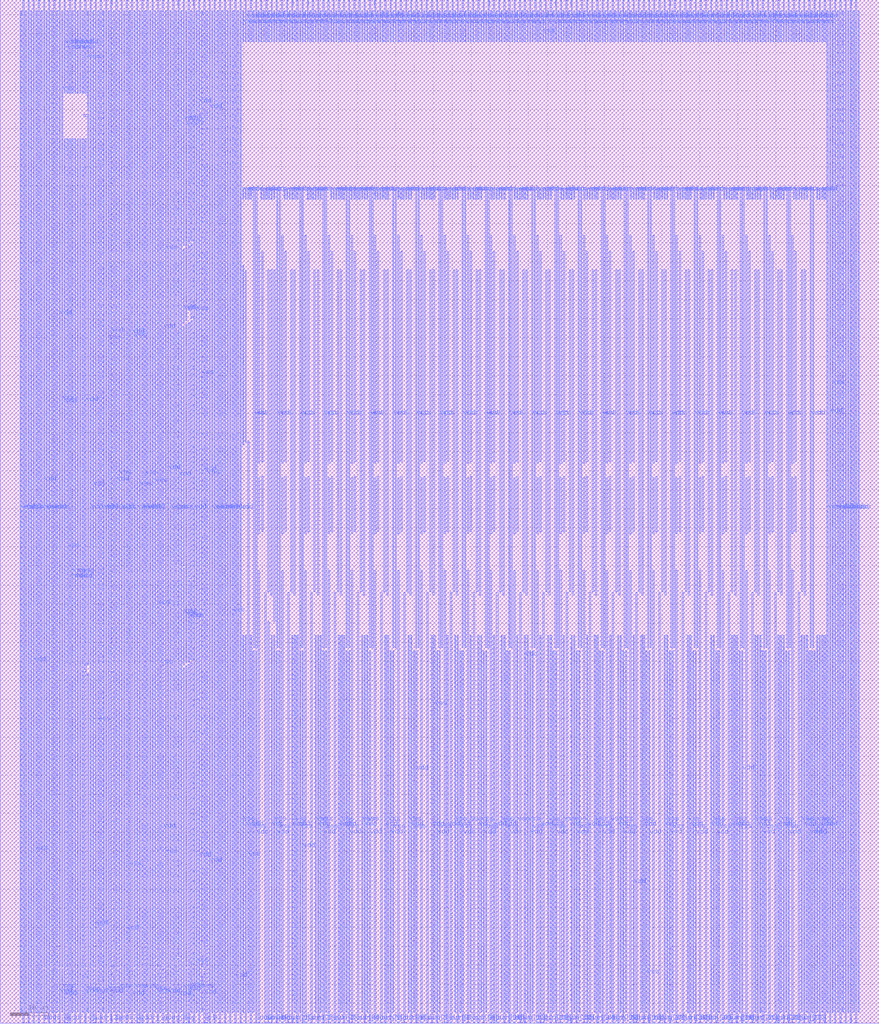
<source format=lef>
VERSION 5.8 ;
BUSBITCHARS "[]" ;
DIVIDERCHAR "/" ;

MACRO sram22_64x24m4w24
  CLASS BLOCK ;
  ORIGIN 63.905 220.285 ;
  FOREIGN sram22_64x24m4w24 -63.905 -220.285 ;
  SIZE 231.17 BY 269.21 ;
  SYMMETRY X Y R90 ;
  PIN vdd
    DIRECTION INOUT ;
    USE POWER ;
    PORT
      LAYER met3 ;
        RECT 155.555 47.52 155.885 48.65 ;
        RECT 155.555 42.675 155.885 43.005 ;
        RECT 155.555 41.315 155.885 41.645 ;
        RECT 155.555 39.955 155.885 40.285 ;
        RECT 155.555 38.595 155.885 38.925 ;
        RECT 155.555 36.09 155.885 36.42 ;
        RECT 155.555 33.915 155.885 34.245 ;
        RECT 155.555 32.335 155.885 32.665 ;
        RECT 155.555 31.485 155.885 31.815 ;
        RECT 155.555 29.175 155.885 29.505 ;
        RECT 155.555 28.325 155.885 28.655 ;
        RECT 155.555 26.015 155.885 26.345 ;
        RECT 155.555 25.165 155.885 25.495 ;
        RECT 155.555 22.855 155.885 23.185 ;
        RECT 155.555 22.005 155.885 22.335 ;
        RECT 155.555 19.695 155.885 20.025 ;
        RECT 155.555 18.115 155.885 18.445 ;
        RECT 155.555 17.265 155.885 17.595 ;
        RECT 155.555 14.955 155.885 15.285 ;
        RECT 155.555 14.105 155.885 14.435 ;
        RECT 155.555 11.795 155.885 12.125 ;
        RECT 155.555 10.945 155.885 11.275 ;
        RECT 155.555 8.635 155.885 8.965 ;
        RECT 155.555 7.785 155.885 8.115 ;
        RECT 155.555 5.475 155.885 5.805 ;
        RECT 155.555 3.895 155.885 4.225 ;
        RECT 155.555 3.045 155.885 3.375 ;
        RECT 155.555 0.87 155.885 1.2 ;
        RECT 155.555 -0.845 155.885 -0.515 ;
        RECT 155.555 -2.205 155.885 -1.875 ;
        RECT 155.555 -3.565 155.885 -3.235 ;
        RECT 155.555 -4.925 155.885 -4.595 ;
        RECT 155.555 -6.285 155.885 -5.955 ;
        RECT 155.555 -7.645 155.885 -7.315 ;
        RECT 155.555 -9.005 155.885 -8.675 ;
        RECT 155.555 -10.365 155.885 -10.035 ;
        RECT 155.555 -11.725 155.885 -11.395 ;
        RECT 155.555 -13.085 155.885 -12.755 ;
        RECT 155.555 -14.445 155.885 -14.115 ;
        RECT 155.555 -15.805 155.885 -15.475 ;
        RECT 155.555 -17.165 155.885 -16.835 ;
        RECT 155.555 -18.525 155.885 -18.195 ;
        RECT 155.555 -19.885 155.885 -19.555 ;
        RECT 155.555 -21.245 155.885 -20.915 ;
        RECT 155.555 -22.605 155.885 -22.275 ;
        RECT 155.555 -23.965 155.885 -23.635 ;
        RECT 155.555 -25.325 155.885 -24.995 ;
        RECT 155.555 -26.685 155.885 -26.355 ;
        RECT 155.555 -28.045 155.885 -27.715 ;
        RECT 155.555 -29.405 155.885 -29.075 ;
        RECT 155.555 -30.765 155.885 -30.435 ;
        RECT 155.555 -32.125 155.885 -31.795 ;
        RECT 155.555 -33.485 155.885 -33.155 ;
        RECT 155.555 -34.845 155.885 -34.515 ;
        RECT 155.555 -36.205 155.885 -35.875 ;
        RECT 155.555 -37.565 155.885 -37.235 ;
        RECT 155.555 -38.925 155.885 -38.595 ;
        RECT 155.555 -40.285 155.885 -39.955 ;
        RECT 155.555 -41.645 155.885 -41.315 ;
        RECT 155.555 -43.005 155.885 -42.675 ;
        RECT 155.555 -44.365 155.885 -44.035 ;
        RECT 155.555 -45.725 155.885 -45.395 ;
        RECT 155.555 -47.085 155.885 -46.755 ;
        RECT 155.555 -48.445 155.885 -48.115 ;
        RECT 155.555 -49.805 155.885 -49.475 ;
        RECT 155.555 -51.165 155.885 -50.835 ;
        RECT 155.555 -52.525 155.885 -52.195 ;
        RECT 155.555 -53.885 155.885 -53.555 ;
        RECT 155.555 -55.245 155.885 -54.915 ;
        RECT 155.555 -56.605 155.885 -56.275 ;
        RECT 155.555 -57.965 155.885 -57.635 ;
        RECT 155.555 -59.325 155.885 -58.995 ;
        RECT 155.555 -60.685 155.885 -60.355 ;
        RECT 155.555 -62.045 155.885 -61.715 ;
        RECT 155.555 -63.405 155.885 -63.075 ;
        RECT 155.555 -64.765 155.885 -64.435 ;
        RECT 155.555 -66.125 155.885 -65.795 ;
        RECT 155.555 -67.485 155.885 -67.155 ;
        RECT 155.555 -68.845 155.885 -68.515 ;
        RECT 155.555 -70.205 155.885 -69.875 ;
        RECT 155.555 -71.565 155.885 -71.235 ;
        RECT 155.555 -72.925 155.885 -72.595 ;
        RECT 155.555 -74.285 155.885 -73.955 ;
        RECT 155.555 -75.645 155.885 -75.315 ;
        RECT 155.555 -77.005 155.885 -76.675 ;
        RECT 155.555 -78.365 155.885 -78.035 ;
        RECT 155.555 -79.725 155.885 -79.395 ;
        RECT 155.555 -81.085 155.885 -80.755 ;
        RECT 155.555 -82.445 155.885 -82.115 ;
        RECT 155.555 -83.805 155.885 -83.475 ;
        RECT 155.555 -85.165 155.885 -84.835 ;
        RECT 155.555 -86.525 155.885 -86.195 ;
        RECT 155.555 -87.885 155.885 -87.555 ;
        RECT 155.555 -89.245 155.885 -88.915 ;
        RECT 155.555 -90.605 155.885 -90.275 ;
        RECT 155.555 -91.965 155.885 -91.635 ;
        RECT 155.555 -93.325 155.885 -92.995 ;
        RECT 155.555 -94.685 155.885 -94.355 ;
        RECT 155.555 -96.045 155.885 -95.715 ;
        RECT 155.555 -97.405 155.885 -97.075 ;
        RECT 155.555 -98.765 155.885 -98.435 ;
        RECT 155.555 -100.125 155.885 -99.795 ;
        RECT 155.555 -101.485 155.885 -101.155 ;
        RECT 155.555 -102.845 155.885 -102.515 ;
        RECT 155.555 -104.205 155.885 -103.875 ;
        RECT 155.555 -105.565 155.885 -105.235 ;
        RECT 155.555 -106.925 155.885 -106.595 ;
        RECT 155.555 -108.285 155.885 -107.955 ;
        RECT 155.555 -109.645 155.885 -109.315 ;
        RECT 155.555 -111.005 155.885 -110.675 ;
        RECT 155.555 -112.365 155.885 -112.035 ;
        RECT 155.555 -113.725 155.885 -113.395 ;
        RECT 155.555 -115.085 155.885 -114.755 ;
        RECT 155.555 -116.445 155.885 -116.115 ;
        RECT 155.555 -117.805 155.885 -117.475 ;
        RECT 155.555 -119.165 155.885 -118.835 ;
        RECT 155.555 -120.525 155.885 -120.195 ;
        RECT 155.555 -121.885 155.885 -121.555 ;
        RECT 155.555 -123.245 155.885 -122.915 ;
        RECT 155.555 -124.605 155.885 -124.275 ;
        RECT 155.555 -125.965 155.885 -125.635 ;
        RECT 155.555 -127.325 155.885 -126.995 ;
        RECT 155.555 -128.685 155.885 -128.355 ;
        RECT 155.555 -130.045 155.885 -129.715 ;
        RECT 155.555 -131.405 155.885 -131.075 ;
        RECT 155.555 -132.765 155.885 -132.435 ;
        RECT 155.555 -134.125 155.885 -133.795 ;
        RECT 155.555 -135.485 155.885 -135.155 ;
        RECT 155.555 -136.845 155.885 -136.515 ;
        RECT 155.555 -138.205 155.885 -137.875 ;
        RECT 155.555 -139.565 155.885 -139.235 ;
        RECT 155.555 -140.925 155.885 -140.595 ;
        RECT 155.555 -142.285 155.885 -141.955 ;
        RECT 155.555 -143.645 155.885 -143.315 ;
        RECT 155.555 -145.005 155.885 -144.675 ;
        RECT 155.555 -146.365 155.885 -146.035 ;
        RECT 155.555 -147.725 155.885 -147.395 ;
        RECT 155.555 -149.085 155.885 -148.755 ;
        RECT 155.555 -150.445 155.885 -150.115 ;
        RECT 155.555 -151.805 155.885 -151.475 ;
        RECT 155.555 -153.165 155.885 -152.835 ;
        RECT 155.555 -154.525 155.885 -154.195 ;
        RECT 155.555 -155.885 155.885 -155.555 ;
        RECT 155.555 -157.245 155.885 -156.915 ;
        RECT 155.555 -158.605 155.885 -158.275 ;
        RECT 155.555 -159.965 155.885 -159.635 ;
        RECT 155.555 -161.325 155.885 -160.995 ;
        RECT 155.555 -162.685 155.885 -162.355 ;
        RECT 155.555 -164.045 155.885 -163.715 ;
        RECT 155.555 -165.405 155.885 -165.075 ;
        RECT 155.555 -166.765 155.885 -166.435 ;
        RECT 155.555 -168.125 155.885 -167.795 ;
        RECT 155.555 -169.485 155.885 -169.155 ;
        RECT 155.555 -170.845 155.885 -170.515 ;
        RECT 155.555 -172.205 155.885 -171.875 ;
        RECT 155.555 -173.565 155.885 -173.235 ;
        RECT 155.555 -174.925 155.885 -174.595 ;
        RECT 155.555 -176.285 155.885 -175.955 ;
        RECT 155.555 -177.645 155.885 -177.315 ;
        RECT 155.555 -179.005 155.885 -178.675 ;
        RECT 155.555 -180.365 155.885 -180.035 ;
        RECT 155.555 -181.725 155.885 -181.395 ;
        RECT 155.555 -183.085 155.885 -182.755 ;
        RECT 155.555 -184.445 155.885 -184.115 ;
        RECT 155.555 -185.805 155.885 -185.475 ;
        RECT 155.555 -187.165 155.885 -186.835 ;
        RECT 155.555 -188.525 155.885 -188.195 ;
        RECT 155.555 -189.885 155.885 -189.555 ;
        RECT 155.555 -191.245 155.885 -190.915 ;
        RECT 155.555 -192.605 155.885 -192.275 ;
        RECT 155.555 -193.965 155.885 -193.635 ;
        RECT 155.555 -195.325 155.885 -194.995 ;
        RECT 155.555 -196.685 155.885 -196.355 ;
        RECT 155.555 -198.045 155.885 -197.715 ;
        RECT 155.555 -199.405 155.885 -199.075 ;
        RECT 155.555 -200.765 155.885 -200.435 ;
        RECT 155.555 -202.125 155.885 -201.795 ;
        RECT 155.555 -203.485 155.885 -203.155 ;
        RECT 155.555 -204.845 155.885 -204.515 ;
        RECT 155.555 -206.205 155.885 -205.875 ;
        RECT 155.555 -207.565 155.885 -207.235 ;
        RECT 155.555 -208.925 155.885 -208.595 ;
        RECT 155.555 -210.285 155.885 -209.955 ;
        RECT 155.555 -211.645 155.885 -211.315 ;
        RECT 155.555 -213.005 155.885 -212.675 ;
        RECT 155.555 -214.365 155.885 -214.035 ;
        RECT 155.555 -220.01 155.885 -218.88 ;
        RECT 155.56 -220.125 155.88 48.765 ;
    END
    PORT
      LAYER met3 ;
        RECT 156.915 47.52 157.245 48.65 ;
        RECT 156.915 42.675 157.245 43.005 ;
        RECT 156.915 41.315 157.245 41.645 ;
        RECT 156.915 39.955 157.245 40.285 ;
        RECT 156.915 38.595 157.245 38.925 ;
        RECT 156.915 36.09 157.245 36.42 ;
        RECT 156.915 33.915 157.245 34.245 ;
        RECT 156.915 32.335 157.245 32.665 ;
        RECT 156.915 31.485 157.245 31.815 ;
        RECT 156.915 29.175 157.245 29.505 ;
        RECT 156.915 28.325 157.245 28.655 ;
        RECT 156.915 26.015 157.245 26.345 ;
        RECT 156.915 25.165 157.245 25.495 ;
        RECT 156.915 22.855 157.245 23.185 ;
        RECT 156.915 22.005 157.245 22.335 ;
        RECT 156.915 19.695 157.245 20.025 ;
        RECT 156.915 18.115 157.245 18.445 ;
        RECT 156.915 17.265 157.245 17.595 ;
        RECT 156.915 14.955 157.245 15.285 ;
        RECT 156.915 14.105 157.245 14.435 ;
        RECT 156.915 11.795 157.245 12.125 ;
        RECT 156.915 10.945 157.245 11.275 ;
        RECT 156.915 8.635 157.245 8.965 ;
        RECT 156.915 7.785 157.245 8.115 ;
        RECT 156.915 5.475 157.245 5.805 ;
        RECT 156.915 3.895 157.245 4.225 ;
        RECT 156.915 3.045 157.245 3.375 ;
        RECT 156.915 0.87 157.245 1.2 ;
        RECT 156.915 -0.845 157.245 -0.515 ;
        RECT 156.915 -2.205 157.245 -1.875 ;
        RECT 156.915 -3.565 157.245 -3.235 ;
        RECT 156.915 -4.925 157.245 -4.595 ;
        RECT 156.915 -6.285 157.245 -5.955 ;
        RECT 156.915 -7.645 157.245 -7.315 ;
        RECT 156.915 -9.005 157.245 -8.675 ;
        RECT 156.915 -10.365 157.245 -10.035 ;
        RECT 156.915 -11.725 157.245 -11.395 ;
        RECT 156.915 -13.085 157.245 -12.755 ;
        RECT 156.915 -14.445 157.245 -14.115 ;
        RECT 156.915 -15.805 157.245 -15.475 ;
        RECT 156.915 -17.165 157.245 -16.835 ;
        RECT 156.915 -18.525 157.245 -18.195 ;
        RECT 156.915 -19.885 157.245 -19.555 ;
        RECT 156.915 -21.245 157.245 -20.915 ;
        RECT 156.915 -22.605 157.245 -22.275 ;
        RECT 156.915 -23.965 157.245 -23.635 ;
        RECT 156.915 -25.325 157.245 -24.995 ;
        RECT 156.915 -26.685 157.245 -26.355 ;
        RECT 156.915 -28.045 157.245 -27.715 ;
        RECT 156.915 -29.405 157.245 -29.075 ;
        RECT 156.915 -30.765 157.245 -30.435 ;
        RECT 156.915 -32.125 157.245 -31.795 ;
        RECT 156.915 -33.485 157.245 -33.155 ;
        RECT 156.915 -34.845 157.245 -34.515 ;
        RECT 156.915 -36.205 157.245 -35.875 ;
        RECT 156.915 -37.565 157.245 -37.235 ;
        RECT 156.915 -38.925 157.245 -38.595 ;
        RECT 156.915 -40.285 157.245 -39.955 ;
        RECT 156.915 -41.645 157.245 -41.315 ;
        RECT 156.915 -43.005 157.245 -42.675 ;
        RECT 156.915 -44.365 157.245 -44.035 ;
        RECT 156.915 -45.725 157.245 -45.395 ;
        RECT 156.915 -47.085 157.245 -46.755 ;
        RECT 156.915 -48.445 157.245 -48.115 ;
        RECT 156.915 -49.805 157.245 -49.475 ;
        RECT 156.915 -51.165 157.245 -50.835 ;
        RECT 156.915 -52.525 157.245 -52.195 ;
        RECT 156.915 -53.885 157.245 -53.555 ;
        RECT 156.915 -55.245 157.245 -54.915 ;
        RECT 156.915 -56.605 157.245 -56.275 ;
        RECT 156.915 -57.965 157.245 -57.635 ;
        RECT 156.915 -59.325 157.245 -58.995 ;
        RECT 156.915 -60.685 157.245 -60.355 ;
        RECT 156.915 -62.045 157.245 -61.715 ;
        RECT 156.915 -63.405 157.245 -63.075 ;
        RECT 156.915 -64.765 157.245 -64.435 ;
        RECT 156.915 -66.125 157.245 -65.795 ;
        RECT 156.915 -67.485 157.245 -67.155 ;
        RECT 156.915 -68.845 157.245 -68.515 ;
        RECT 156.915 -70.205 157.245 -69.875 ;
        RECT 156.915 -71.565 157.245 -71.235 ;
        RECT 156.915 -72.925 157.245 -72.595 ;
        RECT 156.915 -74.285 157.245 -73.955 ;
        RECT 156.915 -75.645 157.245 -75.315 ;
        RECT 156.915 -77.005 157.245 -76.675 ;
        RECT 156.915 -78.365 157.245 -78.035 ;
        RECT 156.915 -79.725 157.245 -79.395 ;
        RECT 156.915 -81.085 157.245 -80.755 ;
        RECT 156.915 -82.445 157.245 -82.115 ;
        RECT 156.915 -83.805 157.245 -83.475 ;
        RECT 156.915 -85.165 157.245 -84.835 ;
        RECT 156.915 -86.525 157.245 -86.195 ;
        RECT 156.915 -87.885 157.245 -87.555 ;
        RECT 156.915 -89.245 157.245 -88.915 ;
        RECT 156.915 -90.605 157.245 -90.275 ;
        RECT 156.915 -91.965 157.245 -91.635 ;
        RECT 156.915 -93.325 157.245 -92.995 ;
        RECT 156.915 -94.685 157.245 -94.355 ;
        RECT 156.915 -96.045 157.245 -95.715 ;
        RECT 156.915 -97.405 157.245 -97.075 ;
        RECT 156.915 -98.765 157.245 -98.435 ;
        RECT 156.915 -100.125 157.245 -99.795 ;
        RECT 156.915 -101.485 157.245 -101.155 ;
        RECT 156.915 -102.845 157.245 -102.515 ;
        RECT 156.915 -104.205 157.245 -103.875 ;
        RECT 156.915 -105.565 157.245 -105.235 ;
        RECT 156.915 -106.925 157.245 -106.595 ;
        RECT 156.915 -108.285 157.245 -107.955 ;
        RECT 156.915 -109.645 157.245 -109.315 ;
        RECT 156.915 -111.005 157.245 -110.675 ;
        RECT 156.915 -112.365 157.245 -112.035 ;
        RECT 156.915 -113.725 157.245 -113.395 ;
        RECT 156.915 -115.085 157.245 -114.755 ;
        RECT 156.915 -116.445 157.245 -116.115 ;
        RECT 156.915 -117.805 157.245 -117.475 ;
        RECT 156.915 -119.165 157.245 -118.835 ;
        RECT 156.915 -120.525 157.245 -120.195 ;
        RECT 156.915 -121.885 157.245 -121.555 ;
        RECT 156.915 -123.245 157.245 -122.915 ;
        RECT 156.915 -124.605 157.245 -124.275 ;
        RECT 156.915 -125.965 157.245 -125.635 ;
        RECT 156.915 -127.325 157.245 -126.995 ;
        RECT 156.915 -128.685 157.245 -128.355 ;
        RECT 156.915 -130.045 157.245 -129.715 ;
        RECT 156.915 -131.405 157.245 -131.075 ;
        RECT 156.915 -132.765 157.245 -132.435 ;
        RECT 156.915 -134.125 157.245 -133.795 ;
        RECT 156.915 -135.485 157.245 -135.155 ;
        RECT 156.915 -136.845 157.245 -136.515 ;
        RECT 156.915 -138.205 157.245 -137.875 ;
        RECT 156.915 -139.565 157.245 -139.235 ;
        RECT 156.915 -140.925 157.245 -140.595 ;
        RECT 156.915 -142.285 157.245 -141.955 ;
        RECT 156.915 -143.645 157.245 -143.315 ;
        RECT 156.915 -145.005 157.245 -144.675 ;
        RECT 156.915 -146.365 157.245 -146.035 ;
        RECT 156.915 -147.725 157.245 -147.395 ;
        RECT 156.915 -149.085 157.245 -148.755 ;
        RECT 156.915 -150.445 157.245 -150.115 ;
        RECT 156.915 -151.805 157.245 -151.475 ;
        RECT 156.915 -153.165 157.245 -152.835 ;
        RECT 156.915 -154.525 157.245 -154.195 ;
        RECT 156.915 -155.885 157.245 -155.555 ;
        RECT 156.915 -157.245 157.245 -156.915 ;
        RECT 156.915 -158.605 157.245 -158.275 ;
        RECT 156.915 -159.965 157.245 -159.635 ;
        RECT 156.915 -161.325 157.245 -160.995 ;
        RECT 156.915 -162.685 157.245 -162.355 ;
        RECT 156.915 -164.045 157.245 -163.715 ;
        RECT 156.915 -165.405 157.245 -165.075 ;
        RECT 156.915 -166.765 157.245 -166.435 ;
        RECT 156.915 -168.125 157.245 -167.795 ;
        RECT 156.915 -169.485 157.245 -169.155 ;
        RECT 156.915 -170.845 157.245 -170.515 ;
        RECT 156.915 -172.205 157.245 -171.875 ;
        RECT 156.915 -173.565 157.245 -173.235 ;
        RECT 156.915 -174.925 157.245 -174.595 ;
        RECT 156.915 -176.285 157.245 -175.955 ;
        RECT 156.915 -177.645 157.245 -177.315 ;
        RECT 156.915 -179.005 157.245 -178.675 ;
        RECT 156.915 -180.365 157.245 -180.035 ;
        RECT 156.915 -181.725 157.245 -181.395 ;
        RECT 156.915 -183.085 157.245 -182.755 ;
        RECT 156.915 -184.445 157.245 -184.115 ;
        RECT 156.915 -185.805 157.245 -185.475 ;
        RECT 156.915 -187.165 157.245 -186.835 ;
        RECT 156.915 -188.525 157.245 -188.195 ;
        RECT 156.915 -189.885 157.245 -189.555 ;
        RECT 156.915 -191.245 157.245 -190.915 ;
        RECT 156.915 -192.605 157.245 -192.275 ;
        RECT 156.915 -193.965 157.245 -193.635 ;
        RECT 156.915 -195.325 157.245 -194.995 ;
        RECT 156.915 -196.685 157.245 -196.355 ;
        RECT 156.915 -198.045 157.245 -197.715 ;
        RECT 156.915 -199.405 157.245 -199.075 ;
        RECT 156.915 -200.765 157.245 -200.435 ;
        RECT 156.915 -202.125 157.245 -201.795 ;
        RECT 156.915 -203.485 157.245 -203.155 ;
        RECT 156.915 -204.845 157.245 -204.515 ;
        RECT 156.915 -206.205 157.245 -205.875 ;
        RECT 156.915 -207.565 157.245 -207.235 ;
        RECT 156.915 -208.925 157.245 -208.595 ;
        RECT 156.915 -210.285 157.245 -209.955 ;
        RECT 156.915 -211.645 157.245 -211.315 ;
        RECT 156.915 -213.005 157.245 -212.675 ;
        RECT 156.915 -214.365 157.245 -214.035 ;
        RECT 156.915 -220.01 157.245 -218.88 ;
        RECT 156.92 -220.125 157.24 48.765 ;
    END
    PORT
      LAYER met3 ;
        RECT 158.275 47.52 158.605 48.65 ;
        RECT 158.275 42.675 158.605 43.005 ;
        RECT 158.275 41.315 158.605 41.645 ;
        RECT 158.275 39.955 158.605 40.285 ;
        RECT 158.275 38.595 158.605 38.925 ;
        RECT 158.275 -0.845 158.605 -0.515 ;
        RECT 158.275 -2.205 158.605 -1.875 ;
        RECT 158.275 -3.565 158.605 -3.235 ;
        RECT 158.275 -4.925 158.605 -4.595 ;
        RECT 158.275 -6.285 158.605 -5.955 ;
        RECT 158.275 -7.645 158.605 -7.315 ;
        RECT 158.275 -9.005 158.605 -8.675 ;
        RECT 158.275 -10.365 158.605 -10.035 ;
        RECT 158.275 -11.725 158.605 -11.395 ;
        RECT 158.275 -13.085 158.605 -12.755 ;
        RECT 158.275 -14.445 158.605 -14.115 ;
        RECT 158.275 -15.805 158.605 -15.475 ;
        RECT 158.275 -17.165 158.605 -16.835 ;
        RECT 158.275 -18.525 158.605 -18.195 ;
        RECT 158.275 -19.885 158.605 -19.555 ;
        RECT 158.275 -21.245 158.605 -20.915 ;
        RECT 158.275 -22.605 158.605 -22.275 ;
        RECT 158.275 -23.965 158.605 -23.635 ;
        RECT 158.275 -25.325 158.605 -24.995 ;
        RECT 158.275 -26.685 158.605 -26.355 ;
        RECT 158.275 -28.045 158.605 -27.715 ;
        RECT 158.275 -29.405 158.605 -29.075 ;
        RECT 158.275 -30.765 158.605 -30.435 ;
        RECT 158.275 -32.125 158.605 -31.795 ;
        RECT 158.275 -33.485 158.605 -33.155 ;
        RECT 158.275 -34.845 158.605 -34.515 ;
        RECT 158.275 -36.205 158.605 -35.875 ;
        RECT 158.275 -37.565 158.605 -37.235 ;
        RECT 158.275 -38.925 158.605 -38.595 ;
        RECT 158.275 -40.285 158.605 -39.955 ;
        RECT 158.275 -41.645 158.605 -41.315 ;
        RECT 158.275 -43.005 158.605 -42.675 ;
        RECT 158.275 -44.365 158.605 -44.035 ;
        RECT 158.275 -45.725 158.605 -45.395 ;
        RECT 158.275 -47.085 158.605 -46.755 ;
        RECT 158.275 -48.445 158.605 -48.115 ;
        RECT 158.275 -49.805 158.605 -49.475 ;
        RECT 158.275 -51.165 158.605 -50.835 ;
        RECT 158.275 -52.525 158.605 -52.195 ;
        RECT 158.275 -53.885 158.605 -53.555 ;
        RECT 158.275 -55.245 158.605 -54.915 ;
        RECT 158.275 -56.605 158.605 -56.275 ;
        RECT 158.275 -57.965 158.605 -57.635 ;
        RECT 158.275 -59.325 158.605 -58.995 ;
        RECT 158.275 -60.685 158.605 -60.355 ;
        RECT 158.275 -62.045 158.605 -61.715 ;
        RECT 158.275 -63.405 158.605 -63.075 ;
        RECT 158.275 -64.765 158.605 -64.435 ;
        RECT 158.275 -66.125 158.605 -65.795 ;
        RECT 158.275 -67.485 158.605 -67.155 ;
        RECT 158.275 -68.845 158.605 -68.515 ;
        RECT 158.275 -70.205 158.605 -69.875 ;
        RECT 158.275 -71.565 158.605 -71.235 ;
        RECT 158.275 -72.925 158.605 -72.595 ;
        RECT 158.275 -74.285 158.605 -73.955 ;
        RECT 158.275 -75.645 158.605 -75.315 ;
        RECT 158.275 -77.005 158.605 -76.675 ;
        RECT 158.275 -78.365 158.605 -78.035 ;
        RECT 158.275 -79.725 158.605 -79.395 ;
        RECT 158.275 -81.085 158.605 -80.755 ;
        RECT 158.275 -82.445 158.605 -82.115 ;
        RECT 158.275 -83.805 158.605 -83.475 ;
        RECT 158.275 -85.165 158.605 -84.835 ;
        RECT 158.275 -86.525 158.605 -86.195 ;
        RECT 158.275 -87.885 158.605 -87.555 ;
        RECT 158.275 -89.245 158.605 -88.915 ;
        RECT 158.275 -90.605 158.605 -90.275 ;
        RECT 158.275 -91.965 158.605 -91.635 ;
        RECT 158.275 -93.325 158.605 -92.995 ;
        RECT 158.275 -94.685 158.605 -94.355 ;
        RECT 158.275 -96.045 158.605 -95.715 ;
        RECT 158.275 -97.405 158.605 -97.075 ;
        RECT 158.275 -98.765 158.605 -98.435 ;
        RECT 158.275 -100.125 158.605 -99.795 ;
        RECT 158.275 -101.485 158.605 -101.155 ;
        RECT 158.275 -102.845 158.605 -102.515 ;
        RECT 158.275 -104.205 158.605 -103.875 ;
        RECT 158.275 -105.565 158.605 -105.235 ;
        RECT 158.275 -106.925 158.605 -106.595 ;
        RECT 158.275 -108.285 158.605 -107.955 ;
        RECT 158.275 -109.645 158.605 -109.315 ;
        RECT 158.275 -111.005 158.605 -110.675 ;
        RECT 158.275 -112.365 158.605 -112.035 ;
        RECT 158.275 -113.725 158.605 -113.395 ;
        RECT 158.275 -115.085 158.605 -114.755 ;
        RECT 158.275 -116.445 158.605 -116.115 ;
        RECT 158.275 -117.805 158.605 -117.475 ;
        RECT 158.275 -119.165 158.605 -118.835 ;
        RECT 158.275 -120.525 158.605 -120.195 ;
        RECT 158.275 -121.885 158.605 -121.555 ;
        RECT 158.275 -123.245 158.605 -122.915 ;
        RECT 158.275 -124.605 158.605 -124.275 ;
        RECT 158.275 -125.965 158.605 -125.635 ;
        RECT 158.275 -127.325 158.605 -126.995 ;
        RECT 158.275 -128.685 158.605 -128.355 ;
        RECT 158.275 -130.045 158.605 -129.715 ;
        RECT 158.275 -131.405 158.605 -131.075 ;
        RECT 158.275 -132.765 158.605 -132.435 ;
        RECT 158.275 -134.125 158.605 -133.795 ;
        RECT 158.275 -135.485 158.605 -135.155 ;
        RECT 158.275 -136.845 158.605 -136.515 ;
        RECT 158.275 -138.205 158.605 -137.875 ;
        RECT 158.275 -139.565 158.605 -139.235 ;
        RECT 158.275 -140.925 158.605 -140.595 ;
        RECT 158.275 -142.285 158.605 -141.955 ;
        RECT 158.275 -143.645 158.605 -143.315 ;
        RECT 158.275 -145.005 158.605 -144.675 ;
        RECT 158.275 -146.365 158.605 -146.035 ;
        RECT 158.275 -147.725 158.605 -147.395 ;
        RECT 158.275 -149.085 158.605 -148.755 ;
        RECT 158.275 -150.445 158.605 -150.115 ;
        RECT 158.275 -151.805 158.605 -151.475 ;
        RECT 158.275 -153.165 158.605 -152.835 ;
        RECT 158.275 -154.525 158.605 -154.195 ;
        RECT 158.275 -155.885 158.605 -155.555 ;
        RECT 158.275 -157.245 158.605 -156.915 ;
        RECT 158.275 -158.605 158.605 -158.275 ;
        RECT 158.275 -159.965 158.605 -159.635 ;
        RECT 158.275 -161.325 158.605 -160.995 ;
        RECT 158.275 -162.685 158.605 -162.355 ;
        RECT 158.275 -164.045 158.605 -163.715 ;
        RECT 158.275 -165.405 158.605 -165.075 ;
        RECT 158.275 -166.765 158.605 -166.435 ;
        RECT 158.275 -168.125 158.605 -167.795 ;
        RECT 158.275 -169.485 158.605 -169.155 ;
        RECT 158.275 -170.845 158.605 -170.515 ;
        RECT 158.275 -172.205 158.605 -171.875 ;
        RECT 158.275 -173.565 158.605 -173.235 ;
        RECT 158.275 -174.925 158.605 -174.595 ;
        RECT 158.275 -176.285 158.605 -175.955 ;
        RECT 158.275 -177.645 158.605 -177.315 ;
        RECT 158.275 -179.005 158.605 -178.675 ;
        RECT 158.275 -180.365 158.605 -180.035 ;
        RECT 158.275 -181.725 158.605 -181.395 ;
        RECT 158.275 -183.085 158.605 -182.755 ;
        RECT 158.275 -184.445 158.605 -184.115 ;
        RECT 158.275 -185.805 158.605 -185.475 ;
        RECT 158.275 -187.165 158.605 -186.835 ;
        RECT 158.275 -188.525 158.605 -188.195 ;
        RECT 158.275 -189.885 158.605 -189.555 ;
        RECT 158.275 -191.245 158.605 -190.915 ;
        RECT 158.275 -192.605 158.605 -192.275 ;
        RECT 158.275 -193.965 158.605 -193.635 ;
        RECT 158.275 -195.325 158.605 -194.995 ;
        RECT 158.275 -196.685 158.605 -196.355 ;
        RECT 158.275 -198.045 158.605 -197.715 ;
        RECT 158.275 -199.405 158.605 -199.075 ;
        RECT 158.275 -200.765 158.605 -200.435 ;
        RECT 158.275 -202.125 158.605 -201.795 ;
        RECT 158.275 -203.485 158.605 -203.155 ;
        RECT 158.275 -204.845 158.605 -204.515 ;
        RECT 158.275 -206.205 158.605 -205.875 ;
        RECT 158.275 -207.565 158.605 -207.235 ;
        RECT 158.275 -208.925 158.605 -208.595 ;
        RECT 158.275 -210.285 158.605 -209.955 ;
        RECT 158.275 -211.645 158.605 -211.315 ;
        RECT 158.275 -213.005 158.605 -212.675 ;
        RECT 158.275 -214.365 158.605 -214.035 ;
        RECT 158.275 -220.01 158.605 -218.88 ;
        RECT 158.28 -220.125 158.6 48.765 ;
    END
    PORT
      LAYER met3 ;
        RECT 159.635 47.52 159.965 48.65 ;
        RECT 159.635 42.675 159.965 43.005 ;
        RECT 159.635 41.315 159.965 41.645 ;
        RECT 159.635 39.955 159.965 40.285 ;
        RECT 159.635 38.595 159.965 38.925 ;
        RECT 159.635 37.235 159.965 37.565 ;
        RECT 159.635 35.875 159.965 36.205 ;
        RECT 159.635 34.515 159.965 34.845 ;
        RECT 159.635 33.155 159.965 33.485 ;
        RECT 159.635 31.795 159.965 32.125 ;
        RECT 159.635 30.435 159.965 30.765 ;
        RECT 159.635 29.075 159.965 29.405 ;
        RECT 159.635 27.715 159.965 28.045 ;
        RECT 159.635 26.355 159.965 26.685 ;
        RECT 159.635 24.995 159.965 25.325 ;
        RECT 159.635 23.635 159.965 23.965 ;
        RECT 159.635 22.275 159.965 22.605 ;
        RECT 159.635 20.915 159.965 21.245 ;
        RECT 159.635 19.555 159.965 19.885 ;
        RECT 159.635 18.195 159.965 18.525 ;
        RECT 159.635 16.835 159.965 17.165 ;
        RECT 159.635 15.475 159.965 15.805 ;
        RECT 159.635 14.115 159.965 14.445 ;
        RECT 159.635 12.755 159.965 13.085 ;
        RECT 159.635 11.395 159.965 11.725 ;
        RECT 159.635 10.035 159.965 10.365 ;
        RECT 159.635 8.675 159.965 9.005 ;
        RECT 159.635 7.315 159.965 7.645 ;
        RECT 159.635 5.955 159.965 6.285 ;
        RECT 159.635 4.595 159.965 4.925 ;
        RECT 159.635 3.235 159.965 3.565 ;
        RECT 159.635 1.875 159.965 2.205 ;
        RECT 159.635 0.515 159.965 0.845 ;
        RECT 159.635 -0.845 159.965 -0.515 ;
        RECT 159.635 -2.205 159.965 -1.875 ;
        RECT 159.635 -3.565 159.965 -3.235 ;
        RECT 159.635 -4.925 159.965 -4.595 ;
        RECT 159.635 -6.285 159.965 -5.955 ;
        RECT 159.635 -7.645 159.965 -7.315 ;
        RECT 159.635 -9.005 159.965 -8.675 ;
        RECT 159.635 -10.365 159.965 -10.035 ;
        RECT 159.635 -11.725 159.965 -11.395 ;
        RECT 159.635 -13.085 159.965 -12.755 ;
        RECT 159.635 -14.445 159.965 -14.115 ;
        RECT 159.635 -15.805 159.965 -15.475 ;
        RECT 159.635 -17.165 159.965 -16.835 ;
        RECT 159.635 -18.525 159.965 -18.195 ;
        RECT 159.635 -19.885 159.965 -19.555 ;
        RECT 159.635 -21.245 159.965 -20.915 ;
        RECT 159.635 -22.605 159.965 -22.275 ;
        RECT 159.635 -23.965 159.965 -23.635 ;
        RECT 159.635 -25.325 159.965 -24.995 ;
        RECT 159.635 -26.685 159.965 -26.355 ;
        RECT 159.635 -28.045 159.965 -27.715 ;
        RECT 159.635 -29.405 159.965 -29.075 ;
        RECT 159.635 -30.765 159.965 -30.435 ;
        RECT 159.635 -32.125 159.965 -31.795 ;
        RECT 159.635 -33.485 159.965 -33.155 ;
        RECT 159.635 -34.845 159.965 -34.515 ;
        RECT 159.635 -36.205 159.965 -35.875 ;
        RECT 159.635 -37.565 159.965 -37.235 ;
        RECT 159.635 -38.925 159.965 -38.595 ;
        RECT 159.635 -40.285 159.965 -39.955 ;
        RECT 159.635 -41.645 159.965 -41.315 ;
        RECT 159.635 -43.005 159.965 -42.675 ;
        RECT 159.635 -44.365 159.965 -44.035 ;
        RECT 159.635 -45.725 159.965 -45.395 ;
        RECT 159.635 -47.085 159.965 -46.755 ;
        RECT 159.635 -48.445 159.965 -48.115 ;
        RECT 159.635 -49.805 159.965 -49.475 ;
        RECT 159.635 -51.165 159.965 -50.835 ;
        RECT 159.635 -52.525 159.965 -52.195 ;
        RECT 159.635 -53.885 159.965 -53.555 ;
        RECT 159.635 -55.245 159.965 -54.915 ;
        RECT 159.635 -56.605 159.965 -56.275 ;
        RECT 159.635 -57.965 159.965 -57.635 ;
        RECT 159.635 -59.325 159.965 -58.995 ;
        RECT 159.635 -60.685 159.965 -60.355 ;
        RECT 159.635 -62.045 159.965 -61.715 ;
        RECT 159.635 -63.405 159.965 -63.075 ;
        RECT 159.635 -64.765 159.965 -64.435 ;
        RECT 159.635 -66.125 159.965 -65.795 ;
        RECT 159.635 -67.485 159.965 -67.155 ;
        RECT 159.635 -68.845 159.965 -68.515 ;
        RECT 159.635 -70.205 159.965 -69.875 ;
        RECT 159.635 -71.565 159.965 -71.235 ;
        RECT 159.635 -72.925 159.965 -72.595 ;
        RECT 159.635 -74.285 159.965 -73.955 ;
        RECT 159.635 -75.645 159.965 -75.315 ;
        RECT 159.635 -77.005 159.965 -76.675 ;
        RECT 159.635 -78.365 159.965 -78.035 ;
        RECT 159.635 -79.725 159.965 -79.395 ;
        RECT 159.635 -81.085 159.965 -80.755 ;
        RECT 159.635 -82.445 159.965 -82.115 ;
        RECT 159.635 -83.805 159.965 -83.475 ;
        RECT 159.635 -85.165 159.965 -84.835 ;
        RECT 159.635 -86.525 159.965 -86.195 ;
        RECT 159.635 -87.885 159.965 -87.555 ;
        RECT 159.635 -89.245 159.965 -88.915 ;
        RECT 159.635 -90.605 159.965 -90.275 ;
        RECT 159.635 -91.965 159.965 -91.635 ;
        RECT 159.635 -93.325 159.965 -92.995 ;
        RECT 159.635 -94.685 159.965 -94.355 ;
        RECT 159.635 -96.045 159.965 -95.715 ;
        RECT 159.635 -97.405 159.965 -97.075 ;
        RECT 159.635 -98.765 159.965 -98.435 ;
        RECT 159.635 -100.125 159.965 -99.795 ;
        RECT 159.635 -101.485 159.965 -101.155 ;
        RECT 159.635 -102.845 159.965 -102.515 ;
        RECT 159.635 -104.205 159.965 -103.875 ;
        RECT 159.635 -105.565 159.965 -105.235 ;
        RECT 159.635 -106.925 159.965 -106.595 ;
        RECT 159.635 -108.285 159.965 -107.955 ;
        RECT 159.635 -109.645 159.965 -109.315 ;
        RECT 159.635 -111.005 159.965 -110.675 ;
        RECT 159.635 -112.365 159.965 -112.035 ;
        RECT 159.635 -113.725 159.965 -113.395 ;
        RECT 159.635 -115.085 159.965 -114.755 ;
        RECT 159.635 -116.445 159.965 -116.115 ;
        RECT 159.635 -117.805 159.965 -117.475 ;
        RECT 159.635 -119.165 159.965 -118.835 ;
        RECT 159.635 -120.525 159.965 -120.195 ;
        RECT 159.635 -121.885 159.965 -121.555 ;
        RECT 159.635 -123.245 159.965 -122.915 ;
        RECT 159.635 -124.605 159.965 -124.275 ;
        RECT 159.635 -125.965 159.965 -125.635 ;
        RECT 159.635 -127.325 159.965 -126.995 ;
        RECT 159.635 -128.685 159.965 -128.355 ;
        RECT 159.635 -130.045 159.965 -129.715 ;
        RECT 159.635 -131.405 159.965 -131.075 ;
        RECT 159.635 -132.765 159.965 -132.435 ;
        RECT 159.635 -134.125 159.965 -133.795 ;
        RECT 159.635 -135.485 159.965 -135.155 ;
        RECT 159.635 -136.845 159.965 -136.515 ;
        RECT 159.635 -138.205 159.965 -137.875 ;
        RECT 159.635 -139.565 159.965 -139.235 ;
        RECT 159.635 -140.925 159.965 -140.595 ;
        RECT 159.635 -142.285 159.965 -141.955 ;
        RECT 159.635 -143.645 159.965 -143.315 ;
        RECT 159.635 -145.005 159.965 -144.675 ;
        RECT 159.635 -146.365 159.965 -146.035 ;
        RECT 159.635 -147.725 159.965 -147.395 ;
        RECT 159.635 -149.085 159.965 -148.755 ;
        RECT 159.635 -150.445 159.965 -150.115 ;
        RECT 159.635 -151.805 159.965 -151.475 ;
        RECT 159.635 -153.165 159.965 -152.835 ;
        RECT 159.635 -154.525 159.965 -154.195 ;
        RECT 159.635 -155.885 159.965 -155.555 ;
        RECT 159.635 -157.245 159.965 -156.915 ;
        RECT 159.635 -158.605 159.965 -158.275 ;
        RECT 159.635 -159.965 159.965 -159.635 ;
        RECT 159.635 -161.325 159.965 -160.995 ;
        RECT 159.635 -162.685 159.965 -162.355 ;
        RECT 159.635 -164.045 159.965 -163.715 ;
        RECT 159.635 -165.405 159.965 -165.075 ;
        RECT 159.635 -166.765 159.965 -166.435 ;
        RECT 159.635 -168.125 159.965 -167.795 ;
        RECT 159.635 -169.485 159.965 -169.155 ;
        RECT 159.635 -170.845 159.965 -170.515 ;
        RECT 159.635 -172.205 159.965 -171.875 ;
        RECT 159.635 -173.565 159.965 -173.235 ;
        RECT 159.635 -174.925 159.965 -174.595 ;
        RECT 159.635 -176.285 159.965 -175.955 ;
        RECT 159.635 -177.645 159.965 -177.315 ;
        RECT 159.635 -179.005 159.965 -178.675 ;
        RECT 159.635 -180.365 159.965 -180.035 ;
        RECT 159.635 -181.725 159.965 -181.395 ;
        RECT 159.635 -183.085 159.965 -182.755 ;
        RECT 159.635 -184.445 159.965 -184.115 ;
        RECT 159.635 -185.805 159.965 -185.475 ;
        RECT 159.635 -187.165 159.965 -186.835 ;
        RECT 159.635 -188.525 159.965 -188.195 ;
        RECT 159.635 -189.885 159.965 -189.555 ;
        RECT 159.635 -191.245 159.965 -190.915 ;
        RECT 159.635 -192.605 159.965 -192.275 ;
        RECT 159.635 -193.965 159.965 -193.635 ;
        RECT 159.635 -195.325 159.965 -194.995 ;
        RECT 159.635 -196.685 159.965 -196.355 ;
        RECT 159.635 -198.045 159.965 -197.715 ;
        RECT 159.635 -199.405 159.965 -199.075 ;
        RECT 159.635 -200.765 159.965 -200.435 ;
        RECT 159.635 -202.125 159.965 -201.795 ;
        RECT 159.635 -203.485 159.965 -203.155 ;
        RECT 159.635 -204.845 159.965 -204.515 ;
        RECT 159.635 -206.205 159.965 -205.875 ;
        RECT 159.635 -207.565 159.965 -207.235 ;
        RECT 159.635 -208.925 159.965 -208.595 ;
        RECT 159.635 -210.285 159.965 -209.955 ;
        RECT 159.635 -211.645 159.965 -211.315 ;
        RECT 159.635 -213.005 159.965 -212.675 ;
        RECT 159.635 -214.365 159.965 -214.035 ;
        RECT 159.635 -220.01 159.965 -218.88 ;
        RECT 159.64 -220.125 159.96 48.765 ;
    END
    PORT
      LAYER met3 ;
        RECT 160.995 47.52 161.325 48.65 ;
        RECT 160.995 42.675 161.325 43.005 ;
        RECT 160.995 41.315 161.325 41.645 ;
        RECT 160.995 39.955 161.325 40.285 ;
        RECT 160.995 38.595 161.325 38.925 ;
        RECT 160.995 37.235 161.325 37.565 ;
        RECT 160.995 35.875 161.325 36.205 ;
        RECT 160.995 34.515 161.325 34.845 ;
        RECT 160.995 33.155 161.325 33.485 ;
        RECT 160.995 31.795 161.325 32.125 ;
        RECT 160.995 30.435 161.325 30.765 ;
        RECT 160.995 29.075 161.325 29.405 ;
        RECT 160.995 27.715 161.325 28.045 ;
        RECT 160.995 26.355 161.325 26.685 ;
        RECT 160.995 24.995 161.325 25.325 ;
        RECT 160.995 23.635 161.325 23.965 ;
        RECT 160.995 22.275 161.325 22.605 ;
        RECT 160.995 20.915 161.325 21.245 ;
        RECT 160.995 19.555 161.325 19.885 ;
        RECT 160.995 18.195 161.325 18.525 ;
        RECT 160.995 16.835 161.325 17.165 ;
        RECT 160.995 15.475 161.325 15.805 ;
        RECT 160.995 14.115 161.325 14.445 ;
        RECT 160.995 12.755 161.325 13.085 ;
        RECT 160.995 11.395 161.325 11.725 ;
        RECT 160.995 10.035 161.325 10.365 ;
        RECT 160.995 8.675 161.325 9.005 ;
        RECT 160.995 7.315 161.325 7.645 ;
        RECT 160.995 5.955 161.325 6.285 ;
        RECT 160.995 4.595 161.325 4.925 ;
        RECT 160.995 3.235 161.325 3.565 ;
        RECT 160.995 1.875 161.325 2.205 ;
        RECT 160.995 0.515 161.325 0.845 ;
        RECT 160.995 -0.845 161.325 -0.515 ;
        RECT 160.995 -2.205 161.325 -1.875 ;
        RECT 160.995 -3.565 161.325 -3.235 ;
        RECT 160.995 -4.925 161.325 -4.595 ;
        RECT 160.995 -6.285 161.325 -5.955 ;
        RECT 160.995 -7.645 161.325 -7.315 ;
        RECT 160.995 -9.005 161.325 -8.675 ;
        RECT 160.995 -10.365 161.325 -10.035 ;
        RECT 160.995 -11.725 161.325 -11.395 ;
        RECT 160.995 -13.085 161.325 -12.755 ;
        RECT 160.995 -14.445 161.325 -14.115 ;
        RECT 160.995 -15.805 161.325 -15.475 ;
        RECT 160.995 -17.165 161.325 -16.835 ;
        RECT 160.995 -18.525 161.325 -18.195 ;
        RECT 160.995 -19.885 161.325 -19.555 ;
        RECT 160.995 -21.245 161.325 -20.915 ;
        RECT 160.995 -22.605 161.325 -22.275 ;
        RECT 160.995 -23.965 161.325 -23.635 ;
        RECT 160.995 -25.325 161.325 -24.995 ;
        RECT 160.995 -26.685 161.325 -26.355 ;
        RECT 160.995 -28.045 161.325 -27.715 ;
        RECT 160.995 -29.405 161.325 -29.075 ;
        RECT 160.995 -30.765 161.325 -30.435 ;
        RECT 160.995 -32.125 161.325 -31.795 ;
        RECT 160.995 -33.485 161.325 -33.155 ;
        RECT 160.995 -34.845 161.325 -34.515 ;
        RECT 160.995 -36.205 161.325 -35.875 ;
        RECT 160.995 -37.565 161.325 -37.235 ;
        RECT 160.995 -38.925 161.325 -38.595 ;
        RECT 160.995 -40.285 161.325 -39.955 ;
        RECT 160.995 -41.645 161.325 -41.315 ;
        RECT 160.995 -43.005 161.325 -42.675 ;
        RECT 160.995 -44.365 161.325 -44.035 ;
        RECT 160.995 -45.725 161.325 -45.395 ;
        RECT 160.995 -47.085 161.325 -46.755 ;
        RECT 160.995 -48.445 161.325 -48.115 ;
        RECT 160.995 -49.805 161.325 -49.475 ;
        RECT 160.995 -51.165 161.325 -50.835 ;
        RECT 160.995 -52.525 161.325 -52.195 ;
        RECT 160.995 -53.885 161.325 -53.555 ;
        RECT 160.995 -55.245 161.325 -54.915 ;
        RECT 160.995 -56.605 161.325 -56.275 ;
        RECT 160.995 -57.965 161.325 -57.635 ;
        RECT 160.995 -59.325 161.325 -58.995 ;
        RECT 160.995 -60.685 161.325 -60.355 ;
        RECT 160.995 -62.045 161.325 -61.715 ;
        RECT 160.995 -63.405 161.325 -63.075 ;
        RECT 160.995 -64.765 161.325 -64.435 ;
        RECT 160.995 -66.125 161.325 -65.795 ;
        RECT 160.995 -67.485 161.325 -67.155 ;
        RECT 160.995 -68.845 161.325 -68.515 ;
        RECT 160.995 -70.205 161.325 -69.875 ;
        RECT 160.995 -71.565 161.325 -71.235 ;
        RECT 160.995 -72.925 161.325 -72.595 ;
        RECT 160.995 -74.285 161.325 -73.955 ;
        RECT 160.995 -75.645 161.325 -75.315 ;
        RECT 160.995 -77.005 161.325 -76.675 ;
        RECT 160.995 -78.365 161.325 -78.035 ;
        RECT 160.995 -79.725 161.325 -79.395 ;
        RECT 160.995 -81.085 161.325 -80.755 ;
        RECT 160.995 -82.445 161.325 -82.115 ;
        RECT 160.995 -83.805 161.325 -83.475 ;
        RECT 160.995 -85.165 161.325 -84.835 ;
        RECT 160.995 -86.525 161.325 -86.195 ;
        RECT 160.995 -87.885 161.325 -87.555 ;
        RECT 160.995 -89.245 161.325 -88.915 ;
        RECT 160.995 -90.605 161.325 -90.275 ;
        RECT 160.995 -91.965 161.325 -91.635 ;
        RECT 160.995 -93.325 161.325 -92.995 ;
        RECT 160.995 -94.685 161.325 -94.355 ;
        RECT 160.995 -96.045 161.325 -95.715 ;
        RECT 160.995 -97.405 161.325 -97.075 ;
        RECT 160.995 -98.765 161.325 -98.435 ;
        RECT 160.995 -100.125 161.325 -99.795 ;
        RECT 160.995 -101.485 161.325 -101.155 ;
        RECT 160.995 -102.845 161.325 -102.515 ;
        RECT 160.995 -104.205 161.325 -103.875 ;
        RECT 160.995 -105.565 161.325 -105.235 ;
        RECT 160.995 -106.925 161.325 -106.595 ;
        RECT 160.995 -108.285 161.325 -107.955 ;
        RECT 160.995 -109.645 161.325 -109.315 ;
        RECT 160.995 -111.005 161.325 -110.675 ;
        RECT 160.995 -112.365 161.325 -112.035 ;
        RECT 160.995 -113.725 161.325 -113.395 ;
        RECT 160.995 -115.085 161.325 -114.755 ;
        RECT 160.995 -116.445 161.325 -116.115 ;
        RECT 160.995 -117.805 161.325 -117.475 ;
        RECT 160.995 -119.165 161.325 -118.835 ;
        RECT 160.995 -120.525 161.325 -120.195 ;
        RECT 160.995 -121.885 161.325 -121.555 ;
        RECT 160.995 -123.245 161.325 -122.915 ;
        RECT 160.995 -124.605 161.325 -124.275 ;
        RECT 160.995 -125.965 161.325 -125.635 ;
        RECT 160.995 -127.325 161.325 -126.995 ;
        RECT 160.995 -128.685 161.325 -128.355 ;
        RECT 160.995 -130.045 161.325 -129.715 ;
        RECT 160.995 -131.405 161.325 -131.075 ;
        RECT 160.995 -132.765 161.325 -132.435 ;
        RECT 160.995 -134.125 161.325 -133.795 ;
        RECT 160.995 -135.485 161.325 -135.155 ;
        RECT 160.995 -136.845 161.325 -136.515 ;
        RECT 160.995 -138.205 161.325 -137.875 ;
        RECT 160.995 -139.565 161.325 -139.235 ;
        RECT 160.995 -140.925 161.325 -140.595 ;
        RECT 160.995 -142.285 161.325 -141.955 ;
        RECT 160.995 -143.645 161.325 -143.315 ;
        RECT 160.995 -145.005 161.325 -144.675 ;
        RECT 160.995 -146.365 161.325 -146.035 ;
        RECT 160.995 -147.725 161.325 -147.395 ;
        RECT 160.995 -149.085 161.325 -148.755 ;
        RECT 160.995 -150.445 161.325 -150.115 ;
        RECT 160.995 -151.805 161.325 -151.475 ;
        RECT 160.995 -153.165 161.325 -152.835 ;
        RECT 160.995 -154.525 161.325 -154.195 ;
        RECT 160.995 -155.885 161.325 -155.555 ;
        RECT 160.995 -157.245 161.325 -156.915 ;
        RECT 160.995 -158.605 161.325 -158.275 ;
        RECT 160.995 -159.965 161.325 -159.635 ;
        RECT 160.995 -161.325 161.325 -160.995 ;
        RECT 160.995 -162.685 161.325 -162.355 ;
        RECT 160.995 -164.045 161.325 -163.715 ;
        RECT 160.995 -165.405 161.325 -165.075 ;
        RECT 160.995 -166.765 161.325 -166.435 ;
        RECT 160.995 -168.125 161.325 -167.795 ;
        RECT 160.995 -169.485 161.325 -169.155 ;
        RECT 160.995 -170.845 161.325 -170.515 ;
        RECT 160.995 -172.205 161.325 -171.875 ;
        RECT 160.995 -173.565 161.325 -173.235 ;
        RECT 160.995 -174.925 161.325 -174.595 ;
        RECT 160.995 -176.285 161.325 -175.955 ;
        RECT 160.995 -177.645 161.325 -177.315 ;
        RECT 160.995 -179.005 161.325 -178.675 ;
        RECT 160.995 -180.365 161.325 -180.035 ;
        RECT 160.995 -181.725 161.325 -181.395 ;
        RECT 160.995 -183.085 161.325 -182.755 ;
        RECT 160.995 -184.445 161.325 -184.115 ;
        RECT 160.995 -185.805 161.325 -185.475 ;
        RECT 160.995 -187.165 161.325 -186.835 ;
        RECT 160.995 -188.525 161.325 -188.195 ;
        RECT 160.995 -189.885 161.325 -189.555 ;
        RECT 160.995 -191.245 161.325 -190.915 ;
        RECT 160.995 -192.605 161.325 -192.275 ;
        RECT 160.995 -193.965 161.325 -193.635 ;
        RECT 160.995 -195.325 161.325 -194.995 ;
        RECT 160.995 -196.685 161.325 -196.355 ;
        RECT 160.995 -198.045 161.325 -197.715 ;
        RECT 160.995 -199.405 161.325 -199.075 ;
        RECT 160.995 -200.765 161.325 -200.435 ;
        RECT 160.995 -202.125 161.325 -201.795 ;
        RECT 160.995 -203.485 161.325 -203.155 ;
        RECT 160.995 -204.845 161.325 -204.515 ;
        RECT 160.995 -206.205 161.325 -205.875 ;
        RECT 160.995 -207.565 161.325 -207.235 ;
        RECT 160.995 -208.925 161.325 -208.595 ;
        RECT 160.995 -210.285 161.325 -209.955 ;
        RECT 160.995 -211.645 161.325 -211.315 ;
        RECT 160.995 -213.005 161.325 -212.675 ;
        RECT 160.995 -214.365 161.325 -214.035 ;
        RECT 160.995 -220.01 161.325 -218.88 ;
        RECT 161 -220.125 161.32 48.765 ;
    END
    PORT
      LAYER met3 ;
        RECT 132.435 47.52 132.765 48.65 ;
        RECT 132.435 42.675 132.765 43.005 ;
        RECT 132.435 41.315 132.765 41.645 ;
        RECT 132.435 39.955 132.765 40.285 ;
        RECT 132.435 38.595 132.765 38.925 ;
        RECT 132.44 37.92 132.76 48.765 ;
    END
    PORT
      LAYER met3 ;
        RECT 132.435 -0.845 132.765 -0.515 ;
        RECT 132.435 -2.205 132.765 -1.875 ;
        RECT 132.435 -3.565 132.765 -3.235 ;
        RECT 132.44 -3.565 132.76 -0.515 ;
    END
    PORT
      LAYER met3 ;
        RECT 133.795 47.52 134.125 48.65 ;
        RECT 133.795 42.675 134.125 43.005 ;
        RECT 133.795 41.315 134.125 41.645 ;
        RECT 133.795 39.955 134.125 40.285 ;
        RECT 133.795 38.595 134.125 38.925 ;
        RECT 133.8 37.92 134.12 48.765 ;
    END
    PORT
      LAYER met3 ;
        RECT 133.795 -0.845 134.125 -0.515 ;
        RECT 133.795 -2.205 134.125 -1.875 ;
        RECT 133.795 -3.565 134.125 -3.235 ;
        RECT 133.8 -3.565 134.12 -0.515 ;
    END
    PORT
      LAYER met3 ;
        RECT 135.155 47.52 135.485 48.65 ;
        RECT 135.155 42.675 135.485 43.005 ;
        RECT 135.155 41.315 135.485 41.645 ;
        RECT 135.155 39.955 135.485 40.285 ;
        RECT 135.155 38.595 135.485 38.925 ;
        RECT 135.16 37.92 135.48 48.765 ;
    END
    PORT
      LAYER met3 ;
        RECT 135.155 -0.845 135.485 -0.515 ;
        RECT 135.155 -2.205 135.485 -1.875 ;
        RECT 135.155 -3.565 135.485 -3.235 ;
        RECT 135.16 -3.565 135.48 -0.515 ;
    END
    PORT
      LAYER met3 ;
        RECT 135.155 -119.165 135.485 -118.835 ;
        RECT 135.155 -120.525 135.485 -120.195 ;
        RECT 135.155 -121.885 135.485 -121.555 ;
        RECT 135.155 -123.245 135.485 -122.915 ;
        RECT 135.155 -124.605 135.485 -124.275 ;
        RECT 135.155 -125.965 135.485 -125.635 ;
        RECT 135.155 -127.325 135.485 -126.995 ;
        RECT 135.155 -128.685 135.485 -128.355 ;
        RECT 135.155 -130.045 135.485 -129.715 ;
        RECT 135.155 -131.405 135.485 -131.075 ;
        RECT 135.155 -132.765 135.485 -132.435 ;
        RECT 135.155 -134.125 135.485 -133.795 ;
        RECT 135.155 -135.485 135.485 -135.155 ;
        RECT 135.155 -136.845 135.485 -136.515 ;
        RECT 135.155 -138.205 135.485 -137.875 ;
        RECT 135.155 -139.565 135.485 -139.235 ;
        RECT 135.155 -140.925 135.485 -140.595 ;
        RECT 135.155 -142.285 135.485 -141.955 ;
        RECT 135.155 -143.645 135.485 -143.315 ;
        RECT 135.155 -145.005 135.485 -144.675 ;
        RECT 135.155 -146.365 135.485 -146.035 ;
        RECT 135.155 -147.725 135.485 -147.395 ;
        RECT 135.155 -149.085 135.485 -148.755 ;
        RECT 135.155 -150.445 135.485 -150.115 ;
        RECT 135.155 -151.805 135.485 -151.475 ;
        RECT 135.155 -153.165 135.485 -152.835 ;
        RECT 135.155 -154.525 135.485 -154.195 ;
        RECT 135.155 -155.885 135.485 -155.555 ;
        RECT 135.155 -157.245 135.485 -156.915 ;
        RECT 135.155 -158.605 135.485 -158.275 ;
        RECT 135.155 -159.965 135.485 -159.635 ;
        RECT 135.155 -161.325 135.485 -160.995 ;
        RECT 135.155 -162.685 135.485 -162.355 ;
        RECT 135.155 -164.045 135.485 -163.715 ;
        RECT 135.155 -165.405 135.485 -165.075 ;
        RECT 135.155 -166.765 135.485 -166.435 ;
        RECT 135.155 -168.125 135.485 -167.795 ;
        RECT 135.155 -169.485 135.485 -169.155 ;
        RECT 135.155 -170.845 135.485 -170.515 ;
        RECT 135.155 -172.205 135.485 -171.875 ;
        RECT 135.155 -173.565 135.485 -173.235 ;
        RECT 135.155 -174.925 135.485 -174.595 ;
        RECT 135.155 -176.285 135.485 -175.955 ;
        RECT 135.155 -177.645 135.485 -177.315 ;
        RECT 135.155 -179.005 135.485 -178.675 ;
        RECT 135.155 -180.365 135.485 -180.035 ;
        RECT 135.155 -181.725 135.485 -181.395 ;
        RECT 135.155 -183.085 135.485 -182.755 ;
        RECT 135.155 -184.445 135.485 -184.115 ;
        RECT 135.155 -185.805 135.485 -185.475 ;
        RECT 135.155 -187.165 135.485 -186.835 ;
        RECT 135.155 -188.525 135.485 -188.195 ;
        RECT 135.155 -189.885 135.485 -189.555 ;
        RECT 135.155 -191.245 135.485 -190.915 ;
        RECT 135.155 -192.605 135.485 -192.275 ;
        RECT 135.155 -193.965 135.485 -193.635 ;
        RECT 135.155 -195.325 135.485 -194.995 ;
        RECT 135.155 -196.685 135.485 -196.355 ;
        RECT 135.155 -198.045 135.485 -197.715 ;
        RECT 135.155 -199.405 135.485 -199.075 ;
        RECT 135.155 -200.765 135.485 -200.435 ;
        RECT 135.155 -202.125 135.485 -201.795 ;
        RECT 135.155 -203.485 135.485 -203.155 ;
        RECT 135.155 -204.845 135.485 -204.515 ;
        RECT 135.155 -206.205 135.485 -205.875 ;
        RECT 135.155 -207.565 135.485 -207.235 ;
        RECT 135.155 -208.925 135.485 -208.595 ;
        RECT 135.155 -210.285 135.485 -209.955 ;
        RECT 135.155 -211.645 135.485 -211.315 ;
        RECT 135.155 -213.005 135.485 -212.675 ;
        RECT 135.155 -214.365 135.485 -214.035 ;
        RECT 135.155 -220.01 135.485 -218.88 ;
        RECT 135.16 -220.125 135.48 -118.16 ;
    END
    PORT
      LAYER met3 ;
        RECT 136.515 47.52 136.845 48.65 ;
        RECT 136.515 42.675 136.845 43.005 ;
        RECT 136.515 41.315 136.845 41.645 ;
        RECT 136.515 39.955 136.845 40.285 ;
        RECT 136.515 38.595 136.845 38.925 ;
        RECT 136.52 37.92 136.84 48.765 ;
    END
    PORT
      LAYER met3 ;
        RECT 136.515 -123.245 136.845 -122.915 ;
        RECT 136.515 -124.605 136.845 -124.275 ;
        RECT 136.515 -125.965 136.845 -125.635 ;
        RECT 136.515 -127.325 136.845 -126.995 ;
        RECT 136.515 -128.685 136.845 -128.355 ;
        RECT 136.515 -130.045 136.845 -129.715 ;
        RECT 136.515 -131.405 136.845 -131.075 ;
        RECT 136.515 -132.765 136.845 -132.435 ;
        RECT 136.515 -134.125 136.845 -133.795 ;
        RECT 136.515 -135.485 136.845 -135.155 ;
        RECT 136.515 -136.845 136.845 -136.515 ;
        RECT 136.515 -138.205 136.845 -137.875 ;
        RECT 136.515 -139.565 136.845 -139.235 ;
        RECT 136.515 -140.925 136.845 -140.595 ;
        RECT 136.515 -142.285 136.845 -141.955 ;
        RECT 136.515 -143.645 136.845 -143.315 ;
        RECT 136.515 -145.005 136.845 -144.675 ;
        RECT 136.515 -146.365 136.845 -146.035 ;
        RECT 136.515 -147.725 136.845 -147.395 ;
        RECT 136.515 -149.085 136.845 -148.755 ;
        RECT 136.515 -150.445 136.845 -150.115 ;
        RECT 136.515 -151.805 136.845 -151.475 ;
        RECT 136.515 -153.165 136.845 -152.835 ;
        RECT 136.515 -154.525 136.845 -154.195 ;
        RECT 136.515 -155.885 136.845 -155.555 ;
        RECT 136.515 -157.245 136.845 -156.915 ;
        RECT 136.515 -158.605 136.845 -158.275 ;
        RECT 136.515 -159.965 136.845 -159.635 ;
        RECT 136.515 -161.325 136.845 -160.995 ;
        RECT 136.515 -162.685 136.845 -162.355 ;
        RECT 136.515 -164.045 136.845 -163.715 ;
        RECT 136.515 -165.405 136.845 -165.075 ;
        RECT 136.515 -166.765 136.845 -166.435 ;
        RECT 136.515 -168.125 136.845 -167.795 ;
        RECT 136.515 -169.485 136.845 -169.155 ;
        RECT 136.515 -170.845 136.845 -170.515 ;
        RECT 136.515 -172.205 136.845 -171.875 ;
        RECT 136.515 -173.565 136.845 -173.235 ;
        RECT 136.515 -174.925 136.845 -174.595 ;
        RECT 136.515 -176.285 136.845 -175.955 ;
        RECT 136.515 -177.645 136.845 -177.315 ;
        RECT 136.515 -179.005 136.845 -178.675 ;
        RECT 136.515 -180.365 136.845 -180.035 ;
        RECT 136.515 -181.725 136.845 -181.395 ;
        RECT 136.515 -183.085 136.845 -182.755 ;
        RECT 136.515 -184.445 136.845 -184.115 ;
        RECT 136.515 -185.805 136.845 -185.475 ;
        RECT 136.515 -187.165 136.845 -186.835 ;
        RECT 136.515 -188.525 136.845 -188.195 ;
        RECT 136.515 -189.885 136.845 -189.555 ;
        RECT 136.515 -191.245 136.845 -190.915 ;
        RECT 136.515 -192.605 136.845 -192.275 ;
        RECT 136.515 -193.965 136.845 -193.635 ;
        RECT 136.515 -195.325 136.845 -194.995 ;
        RECT 136.515 -196.685 136.845 -196.355 ;
        RECT 136.515 -198.045 136.845 -197.715 ;
        RECT 136.515 -199.405 136.845 -199.075 ;
        RECT 136.515 -200.765 136.845 -200.435 ;
        RECT 136.515 -202.125 136.845 -201.795 ;
        RECT 136.515 -203.485 136.845 -203.155 ;
        RECT 136.515 -204.845 136.845 -204.515 ;
        RECT 136.515 -206.205 136.845 -205.875 ;
        RECT 136.515 -207.565 136.845 -207.235 ;
        RECT 136.515 -208.925 136.845 -208.595 ;
        RECT 136.515 -210.285 136.845 -209.955 ;
        RECT 136.515 -211.645 136.845 -211.315 ;
        RECT 136.515 -213.005 136.845 -212.675 ;
        RECT 136.515 -214.365 136.845 -214.035 ;
        RECT 136.515 -220.01 136.845 -218.88 ;
        RECT 136.52 -220.125 136.84 -122.24 ;
    END
    PORT
      LAYER met3 ;
        RECT 136.86 -121.535 137.19 -0.51 ;
    END
    PORT
      LAYER met3 ;
        RECT 137.875 47.52 138.205 48.65 ;
        RECT 137.875 42.675 138.205 43.005 ;
        RECT 137.875 41.315 138.205 41.645 ;
        RECT 137.875 39.955 138.205 40.285 ;
        RECT 137.875 38.595 138.205 38.925 ;
        RECT 137.88 37.92 138.2 48.765 ;
    END
    PORT
      LAYER met3 ;
        RECT 139.235 47.52 139.565 48.65 ;
        RECT 139.235 42.675 139.565 43.005 ;
        RECT 139.235 41.315 139.565 41.645 ;
        RECT 139.235 39.955 139.565 40.285 ;
        RECT 139.235 38.595 139.565 38.925 ;
        RECT 139.24 37.92 139.56 48.765 ;
    END
    PORT
      LAYER met3 ;
        RECT 139.235 -0.845 139.565 -0.515 ;
        RECT 139.235 -2.205 139.565 -1.875 ;
        RECT 139.235 -3.565 139.565 -3.235 ;
        RECT 139.24 -3.565 139.56 -0.515 ;
    END
    PORT
      LAYER met3 ;
        RECT 140.595 47.52 140.925 48.65 ;
        RECT 140.595 42.675 140.925 43.005 ;
        RECT 140.595 41.315 140.925 41.645 ;
        RECT 140.595 39.955 140.925 40.285 ;
        RECT 140.595 38.595 140.925 38.925 ;
        RECT 140.6 37.92 140.92 48.765 ;
    END
    PORT
      LAYER met3 ;
        RECT 140.595 -0.845 140.925 -0.515 ;
        RECT 140.595 -2.205 140.925 -1.875 ;
        RECT 140.595 -3.565 140.925 -3.235 ;
        RECT 140.6 -3.565 140.92 -0.515 ;
    END
    PORT
      LAYER met3 ;
        RECT 140.595 -119.165 140.925 -118.835 ;
        RECT 140.595 -120.525 140.925 -120.195 ;
        RECT 140.595 -121.885 140.925 -121.555 ;
        RECT 140.595 -123.245 140.925 -122.915 ;
        RECT 140.595 -124.605 140.925 -124.275 ;
        RECT 140.595 -125.965 140.925 -125.635 ;
        RECT 140.595 -127.325 140.925 -126.995 ;
        RECT 140.595 -128.685 140.925 -128.355 ;
        RECT 140.595 -130.045 140.925 -129.715 ;
        RECT 140.595 -131.405 140.925 -131.075 ;
        RECT 140.595 -132.765 140.925 -132.435 ;
        RECT 140.595 -134.125 140.925 -133.795 ;
        RECT 140.595 -135.485 140.925 -135.155 ;
        RECT 140.595 -136.845 140.925 -136.515 ;
        RECT 140.595 -138.205 140.925 -137.875 ;
        RECT 140.595 -139.565 140.925 -139.235 ;
        RECT 140.595 -140.925 140.925 -140.595 ;
        RECT 140.595 -142.285 140.925 -141.955 ;
        RECT 140.595 -143.645 140.925 -143.315 ;
        RECT 140.595 -145.005 140.925 -144.675 ;
        RECT 140.595 -146.365 140.925 -146.035 ;
        RECT 140.595 -147.725 140.925 -147.395 ;
        RECT 140.595 -149.085 140.925 -148.755 ;
        RECT 140.595 -150.445 140.925 -150.115 ;
        RECT 140.595 -151.805 140.925 -151.475 ;
        RECT 140.595 -153.165 140.925 -152.835 ;
        RECT 140.595 -154.525 140.925 -154.195 ;
        RECT 140.595 -155.885 140.925 -155.555 ;
        RECT 140.595 -157.245 140.925 -156.915 ;
        RECT 140.595 -158.605 140.925 -158.275 ;
        RECT 140.595 -159.965 140.925 -159.635 ;
        RECT 140.595 -161.325 140.925 -160.995 ;
        RECT 140.595 -162.685 140.925 -162.355 ;
        RECT 140.595 -164.045 140.925 -163.715 ;
        RECT 140.595 -165.405 140.925 -165.075 ;
        RECT 140.595 -166.765 140.925 -166.435 ;
        RECT 140.595 -168.125 140.925 -167.795 ;
        RECT 140.595 -169.485 140.925 -169.155 ;
        RECT 140.595 -170.845 140.925 -170.515 ;
        RECT 140.595 -172.205 140.925 -171.875 ;
        RECT 140.595 -173.565 140.925 -173.235 ;
        RECT 140.595 -174.925 140.925 -174.595 ;
        RECT 140.595 -176.285 140.925 -175.955 ;
        RECT 140.595 -177.645 140.925 -177.315 ;
        RECT 140.595 -179.005 140.925 -178.675 ;
        RECT 140.595 -180.365 140.925 -180.035 ;
        RECT 140.595 -181.725 140.925 -181.395 ;
        RECT 140.595 -183.085 140.925 -182.755 ;
        RECT 140.595 -184.445 140.925 -184.115 ;
        RECT 140.595 -185.805 140.925 -185.475 ;
        RECT 140.595 -187.165 140.925 -186.835 ;
        RECT 140.595 -188.525 140.925 -188.195 ;
        RECT 140.595 -189.885 140.925 -189.555 ;
        RECT 140.595 -191.245 140.925 -190.915 ;
        RECT 140.595 -192.605 140.925 -192.275 ;
        RECT 140.595 -193.965 140.925 -193.635 ;
        RECT 140.595 -195.325 140.925 -194.995 ;
        RECT 140.595 -196.685 140.925 -196.355 ;
        RECT 140.595 -198.045 140.925 -197.715 ;
        RECT 140.595 -199.405 140.925 -199.075 ;
        RECT 140.595 -200.765 140.925 -200.435 ;
        RECT 140.595 -202.125 140.925 -201.795 ;
        RECT 140.595 -203.485 140.925 -203.155 ;
        RECT 140.595 -204.845 140.925 -204.515 ;
        RECT 140.595 -206.205 140.925 -205.875 ;
        RECT 140.595 -207.565 140.925 -207.235 ;
        RECT 140.595 -208.925 140.925 -208.595 ;
        RECT 140.595 -210.285 140.925 -209.955 ;
        RECT 140.595 -211.645 140.925 -211.315 ;
        RECT 140.595 -213.005 140.925 -212.675 ;
        RECT 140.595 -214.365 140.925 -214.035 ;
        RECT 140.595 -220.01 140.925 -218.88 ;
        RECT 140.6 -220.125 140.92 -118.16 ;
    END
    PORT
      LAYER met3 ;
        RECT 141.955 47.52 142.285 48.65 ;
        RECT 141.955 42.675 142.285 43.005 ;
        RECT 141.955 41.315 142.285 41.645 ;
        RECT 141.955 39.955 142.285 40.285 ;
        RECT 141.955 38.595 142.285 38.925 ;
        RECT 141.96 37.92 142.28 48.765 ;
    END
    PORT
      LAYER met3 ;
        RECT 141.955 -0.845 142.285 -0.515 ;
        RECT 141.955 -2.205 142.285 -1.875 ;
        RECT 141.955 -3.565 142.285 -3.235 ;
        RECT 141.96 -3.565 142.28 -0.515 ;
    END
    PORT
      LAYER met3 ;
        RECT 141.955 -119.165 142.285 -118.835 ;
        RECT 141.955 -120.525 142.285 -120.195 ;
        RECT 141.955 -121.885 142.285 -121.555 ;
        RECT 141.955 -123.245 142.285 -122.915 ;
        RECT 141.955 -124.605 142.285 -124.275 ;
        RECT 141.955 -125.965 142.285 -125.635 ;
        RECT 141.955 -127.325 142.285 -126.995 ;
        RECT 141.955 -128.685 142.285 -128.355 ;
        RECT 141.955 -130.045 142.285 -129.715 ;
        RECT 141.955 -131.405 142.285 -131.075 ;
        RECT 141.955 -132.765 142.285 -132.435 ;
        RECT 141.955 -134.125 142.285 -133.795 ;
        RECT 141.955 -135.485 142.285 -135.155 ;
        RECT 141.955 -136.845 142.285 -136.515 ;
        RECT 141.955 -138.205 142.285 -137.875 ;
        RECT 141.955 -139.565 142.285 -139.235 ;
        RECT 141.955 -140.925 142.285 -140.595 ;
        RECT 141.955 -142.285 142.285 -141.955 ;
        RECT 141.955 -143.645 142.285 -143.315 ;
        RECT 141.955 -145.005 142.285 -144.675 ;
        RECT 141.955 -146.365 142.285 -146.035 ;
        RECT 141.955 -147.725 142.285 -147.395 ;
        RECT 141.955 -149.085 142.285 -148.755 ;
        RECT 141.955 -150.445 142.285 -150.115 ;
        RECT 141.955 -151.805 142.285 -151.475 ;
        RECT 141.955 -153.165 142.285 -152.835 ;
        RECT 141.955 -154.525 142.285 -154.195 ;
        RECT 141.955 -155.885 142.285 -155.555 ;
        RECT 141.955 -157.245 142.285 -156.915 ;
        RECT 141.955 -158.605 142.285 -158.275 ;
        RECT 141.955 -159.965 142.285 -159.635 ;
        RECT 141.955 -161.325 142.285 -160.995 ;
        RECT 141.955 -162.685 142.285 -162.355 ;
        RECT 141.955 -164.045 142.285 -163.715 ;
        RECT 141.955 -165.405 142.285 -165.075 ;
        RECT 141.955 -166.765 142.285 -166.435 ;
        RECT 141.955 -168.125 142.285 -167.795 ;
        RECT 141.955 -169.485 142.285 -169.155 ;
        RECT 141.955 -170.845 142.285 -170.515 ;
        RECT 141.955 -172.205 142.285 -171.875 ;
        RECT 141.955 -173.565 142.285 -173.235 ;
        RECT 141.955 -174.925 142.285 -174.595 ;
        RECT 141.955 -176.285 142.285 -175.955 ;
        RECT 141.955 -177.645 142.285 -177.315 ;
        RECT 141.955 -179.005 142.285 -178.675 ;
        RECT 141.955 -180.365 142.285 -180.035 ;
        RECT 141.955 -181.725 142.285 -181.395 ;
        RECT 141.955 -183.085 142.285 -182.755 ;
        RECT 141.955 -184.445 142.285 -184.115 ;
        RECT 141.955 -185.805 142.285 -185.475 ;
        RECT 141.955 -187.165 142.285 -186.835 ;
        RECT 141.955 -188.525 142.285 -188.195 ;
        RECT 141.955 -189.885 142.285 -189.555 ;
        RECT 141.955 -191.245 142.285 -190.915 ;
        RECT 141.955 -192.605 142.285 -192.275 ;
        RECT 141.955 -193.965 142.285 -193.635 ;
        RECT 141.955 -195.325 142.285 -194.995 ;
        RECT 141.955 -196.685 142.285 -196.355 ;
        RECT 141.955 -198.045 142.285 -197.715 ;
        RECT 141.955 -199.405 142.285 -199.075 ;
        RECT 141.955 -200.765 142.285 -200.435 ;
        RECT 141.955 -202.125 142.285 -201.795 ;
        RECT 141.955 -203.485 142.285 -203.155 ;
        RECT 141.955 -204.845 142.285 -204.515 ;
        RECT 141.955 -206.205 142.285 -205.875 ;
        RECT 141.955 -207.565 142.285 -207.235 ;
        RECT 141.955 -208.925 142.285 -208.595 ;
        RECT 141.955 -210.285 142.285 -209.955 ;
        RECT 141.955 -211.645 142.285 -211.315 ;
        RECT 141.955 -213.005 142.285 -212.675 ;
        RECT 141.955 -214.365 142.285 -214.035 ;
        RECT 141.955 -220.01 142.285 -218.88 ;
        RECT 141.96 -220.125 142.28 -118.16 ;
    END
    PORT
      LAYER met3 ;
        RECT 142.96 -121.535 143.29 -0.51 ;
    END
    PORT
      LAYER met3 ;
        RECT 143.315 47.52 143.645 48.65 ;
        RECT 143.315 42.675 143.645 43.005 ;
        RECT 143.315 41.315 143.645 41.645 ;
        RECT 143.315 39.955 143.645 40.285 ;
        RECT 143.315 38.595 143.645 38.925 ;
        RECT 143.32 37.92 143.64 48.765 ;
    END
    PORT
      LAYER met3 ;
        RECT 143.315 -123.245 143.645 -122.915 ;
        RECT 143.315 -124.605 143.645 -124.275 ;
        RECT 143.315 -125.965 143.645 -125.635 ;
        RECT 143.315 -127.325 143.645 -126.995 ;
        RECT 143.315 -128.685 143.645 -128.355 ;
        RECT 143.315 -130.045 143.645 -129.715 ;
        RECT 143.315 -131.405 143.645 -131.075 ;
        RECT 143.315 -132.765 143.645 -132.435 ;
        RECT 143.315 -134.125 143.645 -133.795 ;
        RECT 143.315 -135.485 143.645 -135.155 ;
        RECT 143.315 -136.845 143.645 -136.515 ;
        RECT 143.315 -138.205 143.645 -137.875 ;
        RECT 143.315 -139.565 143.645 -139.235 ;
        RECT 143.315 -140.925 143.645 -140.595 ;
        RECT 143.315 -142.285 143.645 -141.955 ;
        RECT 143.315 -143.645 143.645 -143.315 ;
        RECT 143.315 -145.005 143.645 -144.675 ;
        RECT 143.315 -146.365 143.645 -146.035 ;
        RECT 143.315 -147.725 143.645 -147.395 ;
        RECT 143.315 -149.085 143.645 -148.755 ;
        RECT 143.315 -150.445 143.645 -150.115 ;
        RECT 143.315 -151.805 143.645 -151.475 ;
        RECT 143.315 -153.165 143.645 -152.835 ;
        RECT 143.315 -154.525 143.645 -154.195 ;
        RECT 143.315 -155.885 143.645 -155.555 ;
        RECT 143.315 -157.245 143.645 -156.915 ;
        RECT 143.315 -158.605 143.645 -158.275 ;
        RECT 143.315 -159.965 143.645 -159.635 ;
        RECT 143.315 -161.325 143.645 -160.995 ;
        RECT 143.315 -162.685 143.645 -162.355 ;
        RECT 143.315 -164.045 143.645 -163.715 ;
        RECT 143.315 -165.405 143.645 -165.075 ;
        RECT 143.315 -166.765 143.645 -166.435 ;
        RECT 143.315 -168.125 143.645 -167.795 ;
        RECT 143.315 -169.485 143.645 -169.155 ;
        RECT 143.315 -170.845 143.645 -170.515 ;
        RECT 143.315 -172.205 143.645 -171.875 ;
        RECT 143.315 -173.565 143.645 -173.235 ;
        RECT 143.315 -174.925 143.645 -174.595 ;
        RECT 143.315 -176.285 143.645 -175.955 ;
        RECT 143.315 -177.645 143.645 -177.315 ;
        RECT 143.315 -179.005 143.645 -178.675 ;
        RECT 143.315 -180.365 143.645 -180.035 ;
        RECT 143.315 -181.725 143.645 -181.395 ;
        RECT 143.315 -183.085 143.645 -182.755 ;
        RECT 143.315 -184.445 143.645 -184.115 ;
        RECT 143.315 -185.805 143.645 -185.475 ;
        RECT 143.315 -187.165 143.645 -186.835 ;
        RECT 143.315 -188.525 143.645 -188.195 ;
        RECT 143.315 -189.885 143.645 -189.555 ;
        RECT 143.315 -191.245 143.645 -190.915 ;
        RECT 143.315 -192.605 143.645 -192.275 ;
        RECT 143.315 -193.965 143.645 -193.635 ;
        RECT 143.315 -195.325 143.645 -194.995 ;
        RECT 143.315 -196.685 143.645 -196.355 ;
        RECT 143.315 -198.045 143.645 -197.715 ;
        RECT 143.315 -199.405 143.645 -199.075 ;
        RECT 143.315 -200.765 143.645 -200.435 ;
        RECT 143.315 -202.125 143.645 -201.795 ;
        RECT 143.315 -203.485 143.645 -203.155 ;
        RECT 143.315 -204.845 143.645 -204.515 ;
        RECT 143.315 -206.205 143.645 -205.875 ;
        RECT 143.315 -207.565 143.645 -207.235 ;
        RECT 143.315 -208.925 143.645 -208.595 ;
        RECT 143.315 -210.285 143.645 -209.955 ;
        RECT 143.315 -211.645 143.645 -211.315 ;
        RECT 143.315 -213.005 143.645 -212.675 ;
        RECT 143.315 -214.365 143.645 -214.035 ;
        RECT 143.315 -220.01 143.645 -218.88 ;
        RECT 143.32 -220.125 143.64 -122.24 ;
    END
    PORT
      LAYER met3 ;
        RECT 144.675 47.52 145.005 48.65 ;
        RECT 144.675 42.675 145.005 43.005 ;
        RECT 144.675 41.315 145.005 41.645 ;
        RECT 144.675 39.955 145.005 40.285 ;
        RECT 144.675 38.595 145.005 38.925 ;
        RECT 144.68 37.92 145 48.765 ;
    END
    PORT
      LAYER met3 ;
        RECT 144.675 -0.845 145.005 -0.515 ;
        RECT 144.675 -2.205 145.005 -1.875 ;
        RECT 144.675 -3.565 145.005 -3.235 ;
        RECT 144.68 -3.565 145 -0.515 ;
    END
    PORT
      LAYER met3 ;
        RECT 146.035 47.52 146.365 48.65 ;
        RECT 146.035 42.675 146.365 43.005 ;
        RECT 146.035 41.315 146.365 41.645 ;
        RECT 146.035 39.955 146.365 40.285 ;
        RECT 146.035 38.595 146.365 38.925 ;
        RECT 146.04 37.92 146.36 48.765 ;
    END
    PORT
      LAYER met3 ;
        RECT 146.035 -0.845 146.365 -0.515 ;
        RECT 146.035 -2.205 146.365 -1.875 ;
        RECT 146.035 -3.565 146.365 -3.235 ;
        RECT 146.04 -3.565 146.36 -0.515 ;
    END
    PORT
      LAYER met3 ;
        RECT 147.395 47.52 147.725 48.65 ;
        RECT 147.395 42.675 147.725 43.005 ;
        RECT 147.395 41.315 147.725 41.645 ;
        RECT 147.395 39.955 147.725 40.285 ;
        RECT 147.395 38.595 147.725 38.925 ;
        RECT 147.4 37.92 147.72 48.765 ;
    END
    PORT
      LAYER met3 ;
        RECT 147.395 -0.845 147.725 -0.515 ;
        RECT 147.395 -2.205 147.725 -1.875 ;
        RECT 147.395 -3.565 147.725 -3.235 ;
        RECT 147.4 -3.565 147.72 -0.515 ;
    END
    PORT
      LAYER met3 ;
        RECT 147.395 -119.165 147.725 -118.835 ;
        RECT 147.395 -120.525 147.725 -120.195 ;
        RECT 147.395 -121.885 147.725 -121.555 ;
        RECT 147.395 -123.245 147.725 -122.915 ;
        RECT 147.395 -124.605 147.725 -124.275 ;
        RECT 147.395 -125.965 147.725 -125.635 ;
        RECT 147.395 -127.325 147.725 -126.995 ;
        RECT 147.395 -128.685 147.725 -128.355 ;
        RECT 147.395 -130.045 147.725 -129.715 ;
        RECT 147.395 -131.405 147.725 -131.075 ;
        RECT 147.395 -132.765 147.725 -132.435 ;
        RECT 147.395 -134.125 147.725 -133.795 ;
        RECT 147.395 -135.485 147.725 -135.155 ;
        RECT 147.395 -136.845 147.725 -136.515 ;
        RECT 147.395 -138.205 147.725 -137.875 ;
        RECT 147.395 -139.565 147.725 -139.235 ;
        RECT 147.395 -140.925 147.725 -140.595 ;
        RECT 147.395 -142.285 147.725 -141.955 ;
        RECT 147.395 -143.645 147.725 -143.315 ;
        RECT 147.395 -145.005 147.725 -144.675 ;
        RECT 147.395 -146.365 147.725 -146.035 ;
        RECT 147.395 -147.725 147.725 -147.395 ;
        RECT 147.395 -149.085 147.725 -148.755 ;
        RECT 147.395 -150.445 147.725 -150.115 ;
        RECT 147.395 -151.805 147.725 -151.475 ;
        RECT 147.395 -153.165 147.725 -152.835 ;
        RECT 147.395 -154.525 147.725 -154.195 ;
        RECT 147.395 -155.885 147.725 -155.555 ;
        RECT 147.395 -157.245 147.725 -156.915 ;
        RECT 147.395 -158.605 147.725 -158.275 ;
        RECT 147.395 -159.965 147.725 -159.635 ;
        RECT 147.395 -161.325 147.725 -160.995 ;
        RECT 147.395 -162.685 147.725 -162.355 ;
        RECT 147.395 -164.045 147.725 -163.715 ;
        RECT 147.395 -165.405 147.725 -165.075 ;
        RECT 147.395 -166.765 147.725 -166.435 ;
        RECT 147.395 -168.125 147.725 -167.795 ;
        RECT 147.395 -169.485 147.725 -169.155 ;
        RECT 147.395 -170.845 147.725 -170.515 ;
        RECT 147.395 -172.205 147.725 -171.875 ;
        RECT 147.395 -173.565 147.725 -173.235 ;
        RECT 147.395 -174.925 147.725 -174.595 ;
        RECT 147.395 -176.285 147.725 -175.955 ;
        RECT 147.395 -177.645 147.725 -177.315 ;
        RECT 147.395 -179.005 147.725 -178.675 ;
        RECT 147.395 -180.365 147.725 -180.035 ;
        RECT 147.395 -181.725 147.725 -181.395 ;
        RECT 147.395 -183.085 147.725 -182.755 ;
        RECT 147.395 -184.445 147.725 -184.115 ;
        RECT 147.395 -185.805 147.725 -185.475 ;
        RECT 147.395 -187.165 147.725 -186.835 ;
        RECT 147.395 -188.525 147.725 -188.195 ;
        RECT 147.395 -189.885 147.725 -189.555 ;
        RECT 147.395 -191.245 147.725 -190.915 ;
        RECT 147.395 -192.605 147.725 -192.275 ;
        RECT 147.395 -193.965 147.725 -193.635 ;
        RECT 147.395 -195.325 147.725 -194.995 ;
        RECT 147.395 -196.685 147.725 -196.355 ;
        RECT 147.395 -198.045 147.725 -197.715 ;
        RECT 147.395 -199.405 147.725 -199.075 ;
        RECT 147.395 -200.765 147.725 -200.435 ;
        RECT 147.395 -202.125 147.725 -201.795 ;
        RECT 147.395 -203.485 147.725 -203.155 ;
        RECT 147.395 -204.845 147.725 -204.515 ;
        RECT 147.395 -206.205 147.725 -205.875 ;
        RECT 147.395 -207.565 147.725 -207.235 ;
        RECT 147.395 -208.925 147.725 -208.595 ;
        RECT 147.395 -210.285 147.725 -209.955 ;
        RECT 147.395 -211.645 147.725 -211.315 ;
        RECT 147.395 -213.005 147.725 -212.675 ;
        RECT 147.395 -214.365 147.725 -214.035 ;
        RECT 147.395 -220.01 147.725 -218.88 ;
        RECT 147.4 -220.125 147.72 -118.16 ;
    END
    PORT
      LAYER met3 ;
        RECT 148.755 47.52 149.085 48.65 ;
        RECT 148.755 42.675 149.085 43.005 ;
        RECT 148.755 41.315 149.085 41.645 ;
        RECT 148.755 39.955 149.085 40.285 ;
        RECT 148.755 38.595 149.085 38.925 ;
        RECT 148.76 37.92 149.08 48.765 ;
    END
    PORT
      LAYER met3 ;
        RECT 148.755 -123.245 149.085 -122.915 ;
        RECT 148.755 -124.605 149.085 -124.275 ;
        RECT 148.755 -125.965 149.085 -125.635 ;
        RECT 148.755 -127.325 149.085 -126.995 ;
        RECT 148.755 -128.685 149.085 -128.355 ;
        RECT 148.755 -130.045 149.085 -129.715 ;
        RECT 148.755 -131.405 149.085 -131.075 ;
        RECT 148.755 -132.765 149.085 -132.435 ;
        RECT 148.755 -134.125 149.085 -133.795 ;
        RECT 148.755 -135.485 149.085 -135.155 ;
        RECT 148.755 -136.845 149.085 -136.515 ;
        RECT 148.755 -138.205 149.085 -137.875 ;
        RECT 148.755 -139.565 149.085 -139.235 ;
        RECT 148.755 -140.925 149.085 -140.595 ;
        RECT 148.755 -142.285 149.085 -141.955 ;
        RECT 148.755 -143.645 149.085 -143.315 ;
        RECT 148.755 -145.005 149.085 -144.675 ;
        RECT 148.755 -146.365 149.085 -146.035 ;
        RECT 148.755 -147.725 149.085 -147.395 ;
        RECT 148.755 -149.085 149.085 -148.755 ;
        RECT 148.755 -150.445 149.085 -150.115 ;
        RECT 148.755 -151.805 149.085 -151.475 ;
        RECT 148.755 -153.165 149.085 -152.835 ;
        RECT 148.755 -154.525 149.085 -154.195 ;
        RECT 148.755 -155.885 149.085 -155.555 ;
        RECT 148.755 -157.245 149.085 -156.915 ;
        RECT 148.755 -158.605 149.085 -158.275 ;
        RECT 148.755 -159.965 149.085 -159.635 ;
        RECT 148.755 -161.325 149.085 -160.995 ;
        RECT 148.755 -162.685 149.085 -162.355 ;
        RECT 148.755 -164.045 149.085 -163.715 ;
        RECT 148.755 -165.405 149.085 -165.075 ;
        RECT 148.755 -166.765 149.085 -166.435 ;
        RECT 148.755 -168.125 149.085 -167.795 ;
        RECT 148.755 -169.485 149.085 -169.155 ;
        RECT 148.755 -170.845 149.085 -170.515 ;
        RECT 148.755 -172.205 149.085 -171.875 ;
        RECT 148.755 -173.565 149.085 -173.235 ;
        RECT 148.755 -174.925 149.085 -174.595 ;
        RECT 148.755 -176.285 149.085 -175.955 ;
        RECT 148.755 -177.645 149.085 -177.315 ;
        RECT 148.755 -179.005 149.085 -178.675 ;
        RECT 148.755 -180.365 149.085 -180.035 ;
        RECT 148.755 -181.725 149.085 -181.395 ;
        RECT 148.755 -183.085 149.085 -182.755 ;
        RECT 148.755 -184.445 149.085 -184.115 ;
        RECT 148.755 -185.805 149.085 -185.475 ;
        RECT 148.755 -187.165 149.085 -186.835 ;
        RECT 148.755 -188.525 149.085 -188.195 ;
        RECT 148.755 -189.885 149.085 -189.555 ;
        RECT 148.755 -191.245 149.085 -190.915 ;
        RECT 148.755 -192.605 149.085 -192.275 ;
        RECT 148.755 -193.965 149.085 -193.635 ;
        RECT 148.755 -195.325 149.085 -194.995 ;
        RECT 148.755 -196.685 149.085 -196.355 ;
        RECT 148.755 -198.045 149.085 -197.715 ;
        RECT 148.755 -199.405 149.085 -199.075 ;
        RECT 148.755 -200.765 149.085 -200.435 ;
        RECT 148.755 -202.125 149.085 -201.795 ;
        RECT 148.755 -203.485 149.085 -203.155 ;
        RECT 148.755 -204.845 149.085 -204.515 ;
        RECT 148.755 -206.205 149.085 -205.875 ;
        RECT 148.755 -207.565 149.085 -207.235 ;
        RECT 148.755 -208.925 149.085 -208.595 ;
        RECT 148.755 -210.285 149.085 -209.955 ;
        RECT 148.755 -211.645 149.085 -211.315 ;
        RECT 148.755 -213.005 149.085 -212.675 ;
        RECT 148.755 -214.365 149.085 -214.035 ;
        RECT 148.755 -220.01 149.085 -218.88 ;
        RECT 148.76 -220.125 149.08 -122.24 ;
    END
    PORT
      LAYER met3 ;
        RECT 149.71 -121.535 150.04 -0.51 ;
    END
    PORT
      LAYER met3 ;
        RECT 150.115 47.52 150.445 48.65 ;
        RECT 150.115 42.675 150.445 43.005 ;
        RECT 150.115 41.315 150.445 41.645 ;
        RECT 150.115 39.955 150.445 40.285 ;
        RECT 150.115 38.595 150.445 38.925 ;
        RECT 150.12 37.92 150.44 48.765 ;
    END
    PORT
      LAYER met3 ;
        RECT 150.115 -123.245 150.445 -122.915 ;
        RECT 150.115 -124.605 150.445 -124.275 ;
        RECT 150.115 -125.965 150.445 -125.635 ;
        RECT 150.115 -127.325 150.445 -126.995 ;
        RECT 150.115 -128.685 150.445 -128.355 ;
        RECT 150.115 -130.045 150.445 -129.715 ;
        RECT 150.115 -131.405 150.445 -131.075 ;
        RECT 150.115 -132.765 150.445 -132.435 ;
        RECT 150.115 -134.125 150.445 -133.795 ;
        RECT 150.115 -135.485 150.445 -135.155 ;
        RECT 150.115 -136.845 150.445 -136.515 ;
        RECT 150.115 -138.205 150.445 -137.875 ;
        RECT 150.115 -139.565 150.445 -139.235 ;
        RECT 150.115 -140.925 150.445 -140.595 ;
        RECT 150.115 -142.285 150.445 -141.955 ;
        RECT 150.115 -143.645 150.445 -143.315 ;
        RECT 150.115 -145.005 150.445 -144.675 ;
        RECT 150.115 -146.365 150.445 -146.035 ;
        RECT 150.115 -147.725 150.445 -147.395 ;
        RECT 150.115 -149.085 150.445 -148.755 ;
        RECT 150.115 -150.445 150.445 -150.115 ;
        RECT 150.115 -151.805 150.445 -151.475 ;
        RECT 150.115 -153.165 150.445 -152.835 ;
        RECT 150.115 -154.525 150.445 -154.195 ;
        RECT 150.115 -155.885 150.445 -155.555 ;
        RECT 150.115 -157.245 150.445 -156.915 ;
        RECT 150.115 -158.605 150.445 -158.275 ;
        RECT 150.115 -159.965 150.445 -159.635 ;
        RECT 150.115 -161.325 150.445 -160.995 ;
        RECT 150.115 -162.685 150.445 -162.355 ;
        RECT 150.115 -164.045 150.445 -163.715 ;
        RECT 150.115 -165.405 150.445 -165.075 ;
        RECT 150.115 -166.765 150.445 -166.435 ;
        RECT 150.115 -168.125 150.445 -167.795 ;
        RECT 150.115 -169.485 150.445 -169.155 ;
        RECT 150.115 -170.845 150.445 -170.515 ;
        RECT 150.115 -172.205 150.445 -171.875 ;
        RECT 150.115 -173.565 150.445 -173.235 ;
        RECT 150.115 -174.925 150.445 -174.595 ;
        RECT 150.115 -176.285 150.445 -175.955 ;
        RECT 150.115 -177.645 150.445 -177.315 ;
        RECT 150.115 -179.005 150.445 -178.675 ;
        RECT 150.115 -180.365 150.445 -180.035 ;
        RECT 150.115 -181.725 150.445 -181.395 ;
        RECT 150.115 -183.085 150.445 -182.755 ;
        RECT 150.115 -184.445 150.445 -184.115 ;
        RECT 150.115 -185.805 150.445 -185.475 ;
        RECT 150.115 -187.165 150.445 -186.835 ;
        RECT 150.115 -188.525 150.445 -188.195 ;
        RECT 150.115 -189.885 150.445 -189.555 ;
        RECT 150.115 -191.245 150.445 -190.915 ;
        RECT 150.115 -192.605 150.445 -192.275 ;
        RECT 150.115 -193.965 150.445 -193.635 ;
        RECT 150.115 -195.325 150.445 -194.995 ;
        RECT 150.115 -196.685 150.445 -196.355 ;
        RECT 150.115 -198.045 150.445 -197.715 ;
        RECT 150.115 -199.405 150.445 -199.075 ;
        RECT 150.115 -200.765 150.445 -200.435 ;
        RECT 150.115 -202.125 150.445 -201.795 ;
        RECT 150.115 -203.485 150.445 -203.155 ;
        RECT 150.115 -204.845 150.445 -204.515 ;
        RECT 150.115 -206.205 150.445 -205.875 ;
        RECT 150.115 -207.565 150.445 -207.235 ;
        RECT 150.115 -208.925 150.445 -208.595 ;
        RECT 150.115 -210.285 150.445 -209.955 ;
        RECT 150.115 -211.645 150.445 -211.315 ;
        RECT 150.115 -213.005 150.445 -212.675 ;
        RECT 150.115 -214.365 150.445 -214.035 ;
        RECT 150.115 -220.01 150.445 -218.88 ;
        RECT 150.12 -220.125 150.44 -122.24 ;
    END
    PORT
      LAYER met3 ;
        RECT 151.475 47.52 151.805 48.65 ;
        RECT 151.475 42.675 151.805 43.005 ;
        RECT 151.475 41.315 151.805 41.645 ;
        RECT 151.475 39.955 151.805 40.285 ;
        RECT 151.475 38.595 151.805 38.925 ;
        RECT 151.48 37.92 151.8 48.765 ;
    END
    PORT
      LAYER met3 ;
        RECT 151.475 -0.845 151.805 -0.515 ;
        RECT 151.475 -2.205 151.805 -1.875 ;
        RECT 151.475 -3.565 151.805 -3.235 ;
        RECT 151.48 -3.565 151.8 -0.515 ;
    END
    PORT
      LAYER met3 ;
        RECT 151.475 -119.165 151.805 -118.835 ;
        RECT 151.475 -120.525 151.805 -120.195 ;
        RECT 151.475 -121.885 151.805 -121.555 ;
        RECT 151.475 -123.245 151.805 -122.915 ;
        RECT 151.475 -124.605 151.805 -124.275 ;
        RECT 151.475 -125.965 151.805 -125.635 ;
        RECT 151.475 -127.325 151.805 -126.995 ;
        RECT 151.475 -128.685 151.805 -128.355 ;
        RECT 151.475 -130.045 151.805 -129.715 ;
        RECT 151.475 -131.405 151.805 -131.075 ;
        RECT 151.475 -132.765 151.805 -132.435 ;
        RECT 151.475 -134.125 151.805 -133.795 ;
        RECT 151.475 -135.485 151.805 -135.155 ;
        RECT 151.475 -136.845 151.805 -136.515 ;
        RECT 151.475 -138.205 151.805 -137.875 ;
        RECT 151.475 -139.565 151.805 -139.235 ;
        RECT 151.475 -140.925 151.805 -140.595 ;
        RECT 151.475 -142.285 151.805 -141.955 ;
        RECT 151.475 -143.645 151.805 -143.315 ;
        RECT 151.475 -145.005 151.805 -144.675 ;
        RECT 151.475 -146.365 151.805 -146.035 ;
        RECT 151.475 -147.725 151.805 -147.395 ;
        RECT 151.475 -149.085 151.805 -148.755 ;
        RECT 151.475 -150.445 151.805 -150.115 ;
        RECT 151.475 -151.805 151.805 -151.475 ;
        RECT 151.475 -153.165 151.805 -152.835 ;
        RECT 151.475 -154.525 151.805 -154.195 ;
        RECT 151.475 -155.885 151.805 -155.555 ;
        RECT 151.475 -157.245 151.805 -156.915 ;
        RECT 151.475 -158.605 151.805 -158.275 ;
        RECT 151.475 -159.965 151.805 -159.635 ;
        RECT 151.475 -161.325 151.805 -160.995 ;
        RECT 151.475 -162.685 151.805 -162.355 ;
        RECT 151.475 -164.045 151.805 -163.715 ;
        RECT 151.475 -165.405 151.805 -165.075 ;
        RECT 151.475 -166.765 151.805 -166.435 ;
        RECT 151.475 -168.125 151.805 -167.795 ;
        RECT 151.475 -169.485 151.805 -169.155 ;
        RECT 151.475 -170.845 151.805 -170.515 ;
        RECT 151.475 -172.205 151.805 -171.875 ;
        RECT 151.475 -173.565 151.805 -173.235 ;
        RECT 151.475 -174.925 151.805 -174.595 ;
        RECT 151.475 -176.285 151.805 -175.955 ;
        RECT 151.475 -177.645 151.805 -177.315 ;
        RECT 151.475 -179.005 151.805 -178.675 ;
        RECT 151.475 -180.365 151.805 -180.035 ;
        RECT 151.475 -181.725 151.805 -181.395 ;
        RECT 151.475 -183.085 151.805 -182.755 ;
        RECT 151.475 -184.445 151.805 -184.115 ;
        RECT 151.475 -185.805 151.805 -185.475 ;
        RECT 151.475 -187.165 151.805 -186.835 ;
        RECT 151.475 -188.525 151.805 -188.195 ;
        RECT 151.475 -189.885 151.805 -189.555 ;
        RECT 151.475 -191.245 151.805 -190.915 ;
        RECT 151.475 -192.605 151.805 -192.275 ;
        RECT 151.475 -193.965 151.805 -193.635 ;
        RECT 151.475 -195.325 151.805 -194.995 ;
        RECT 151.475 -196.685 151.805 -196.355 ;
        RECT 151.475 -198.045 151.805 -197.715 ;
        RECT 151.475 -199.405 151.805 -199.075 ;
        RECT 151.475 -200.765 151.805 -200.435 ;
        RECT 151.475 -202.125 151.805 -201.795 ;
        RECT 151.475 -203.485 151.805 -203.155 ;
        RECT 151.475 -204.845 151.805 -204.515 ;
        RECT 151.475 -206.205 151.805 -205.875 ;
        RECT 151.475 -207.565 151.805 -207.235 ;
        RECT 151.475 -208.925 151.805 -208.595 ;
        RECT 151.475 -210.285 151.805 -209.955 ;
        RECT 151.475 -211.645 151.805 -211.315 ;
        RECT 151.475 -213.005 151.805 -212.675 ;
        RECT 151.475 -214.365 151.805 -214.035 ;
        RECT 151.475 -220.01 151.805 -218.88 ;
        RECT 151.48 -220.125 151.8 -118.16 ;
    END
    PORT
      LAYER met3 ;
        RECT 152.835 47.52 153.165 48.65 ;
        RECT 152.835 42.675 153.165 43.005 ;
        RECT 152.835 41.315 153.165 41.645 ;
        RECT 152.835 39.955 153.165 40.285 ;
        RECT 152.835 38.595 153.165 38.925 ;
        RECT 152.84 37.92 153.16 48.765 ;
    END
    PORT
      LAYER met3 ;
        RECT 152.835 -0.845 153.165 -0.515 ;
        RECT 152.835 -2.205 153.165 -1.875 ;
        RECT 152.835 -3.565 153.165 -3.235 ;
        RECT 152.84 -3.565 153.16 -0.515 ;
    END
    PORT
      LAYER met3 ;
        RECT 152.835 -119.165 153.165 -118.835 ;
        RECT 152.835 -120.525 153.165 -120.195 ;
        RECT 152.835 -121.885 153.165 -121.555 ;
        RECT 152.835 -123.245 153.165 -122.915 ;
        RECT 152.835 -124.605 153.165 -124.275 ;
        RECT 152.835 -125.965 153.165 -125.635 ;
        RECT 152.835 -127.325 153.165 -126.995 ;
        RECT 152.835 -128.685 153.165 -128.355 ;
        RECT 152.835 -130.045 153.165 -129.715 ;
        RECT 152.835 -131.405 153.165 -131.075 ;
        RECT 152.835 -132.765 153.165 -132.435 ;
        RECT 152.835 -134.125 153.165 -133.795 ;
        RECT 152.835 -135.485 153.165 -135.155 ;
        RECT 152.835 -136.845 153.165 -136.515 ;
        RECT 152.835 -138.205 153.165 -137.875 ;
        RECT 152.835 -139.565 153.165 -139.235 ;
        RECT 152.835 -140.925 153.165 -140.595 ;
        RECT 152.835 -142.285 153.165 -141.955 ;
        RECT 152.835 -143.645 153.165 -143.315 ;
        RECT 152.835 -145.005 153.165 -144.675 ;
        RECT 152.835 -146.365 153.165 -146.035 ;
        RECT 152.835 -147.725 153.165 -147.395 ;
        RECT 152.835 -149.085 153.165 -148.755 ;
        RECT 152.835 -150.445 153.165 -150.115 ;
        RECT 152.835 -151.805 153.165 -151.475 ;
        RECT 152.835 -153.165 153.165 -152.835 ;
        RECT 152.835 -154.525 153.165 -154.195 ;
        RECT 152.835 -155.885 153.165 -155.555 ;
        RECT 152.835 -157.245 153.165 -156.915 ;
        RECT 152.835 -158.605 153.165 -158.275 ;
        RECT 152.835 -159.965 153.165 -159.635 ;
        RECT 152.835 -161.325 153.165 -160.995 ;
        RECT 152.835 -162.685 153.165 -162.355 ;
        RECT 152.835 -164.045 153.165 -163.715 ;
        RECT 152.835 -165.405 153.165 -165.075 ;
        RECT 152.835 -166.765 153.165 -166.435 ;
        RECT 152.835 -168.125 153.165 -167.795 ;
        RECT 152.835 -169.485 153.165 -169.155 ;
        RECT 152.835 -170.845 153.165 -170.515 ;
        RECT 152.835 -172.205 153.165 -171.875 ;
        RECT 152.835 -173.565 153.165 -173.235 ;
        RECT 152.835 -174.925 153.165 -174.595 ;
        RECT 152.835 -176.285 153.165 -175.955 ;
        RECT 152.835 -177.645 153.165 -177.315 ;
        RECT 152.835 -179.005 153.165 -178.675 ;
        RECT 152.835 -180.365 153.165 -180.035 ;
        RECT 152.835 -181.725 153.165 -181.395 ;
        RECT 152.835 -183.085 153.165 -182.755 ;
        RECT 152.835 -184.445 153.165 -184.115 ;
        RECT 152.835 -185.805 153.165 -185.475 ;
        RECT 152.835 -187.165 153.165 -186.835 ;
        RECT 152.835 -188.525 153.165 -188.195 ;
        RECT 152.835 -189.885 153.165 -189.555 ;
        RECT 152.835 -191.245 153.165 -190.915 ;
        RECT 152.835 -192.605 153.165 -192.275 ;
        RECT 152.835 -193.965 153.165 -193.635 ;
        RECT 152.835 -195.325 153.165 -194.995 ;
        RECT 152.835 -196.685 153.165 -196.355 ;
        RECT 152.835 -198.045 153.165 -197.715 ;
        RECT 152.835 -199.405 153.165 -199.075 ;
        RECT 152.835 -200.765 153.165 -200.435 ;
        RECT 152.835 -202.125 153.165 -201.795 ;
        RECT 152.835 -203.485 153.165 -203.155 ;
        RECT 152.835 -204.845 153.165 -204.515 ;
        RECT 152.835 -206.205 153.165 -205.875 ;
        RECT 152.835 -207.565 153.165 -207.235 ;
        RECT 152.835 -208.925 153.165 -208.595 ;
        RECT 152.835 -210.285 153.165 -209.955 ;
        RECT 152.835 -211.645 153.165 -211.315 ;
        RECT 152.835 -213.005 153.165 -212.675 ;
        RECT 152.835 -214.365 153.165 -214.035 ;
        RECT 152.835 -220.01 153.165 -218.88 ;
        RECT 152.84 -220.125 153.16 -118.16 ;
    END
    PORT
      LAYER met3 ;
        RECT 154.195 -62.045 154.525 -61.715 ;
        RECT 154.195 -63.405 154.525 -63.075 ;
        RECT 154.195 -64.765 154.525 -64.435 ;
        RECT 154.195 -66.125 154.525 -65.795 ;
        RECT 154.195 -67.485 154.525 -67.155 ;
        RECT 154.195 -68.845 154.525 -68.515 ;
        RECT 154.195 -70.205 154.525 -69.875 ;
        RECT 154.195 -71.565 154.525 -71.235 ;
        RECT 154.195 -72.925 154.525 -72.595 ;
        RECT 154.195 -74.285 154.525 -73.955 ;
        RECT 154.195 -75.645 154.525 -75.315 ;
        RECT 154.195 -77.005 154.525 -76.675 ;
        RECT 154.195 -78.365 154.525 -78.035 ;
        RECT 154.195 -79.725 154.525 -79.395 ;
        RECT 154.195 -81.085 154.525 -80.755 ;
        RECT 154.195 -82.445 154.525 -82.115 ;
        RECT 154.195 -83.805 154.525 -83.475 ;
        RECT 154.195 -85.165 154.525 -84.835 ;
        RECT 154.195 -86.525 154.525 -86.195 ;
        RECT 154.195 -87.885 154.525 -87.555 ;
        RECT 154.195 -89.245 154.525 -88.915 ;
        RECT 154.195 -90.605 154.525 -90.275 ;
        RECT 154.195 -91.965 154.525 -91.635 ;
        RECT 154.195 -93.325 154.525 -92.995 ;
        RECT 154.195 -94.685 154.525 -94.355 ;
        RECT 154.195 -96.045 154.525 -95.715 ;
        RECT 154.195 -97.405 154.525 -97.075 ;
        RECT 154.195 -98.765 154.525 -98.435 ;
        RECT 154.195 -100.125 154.525 -99.795 ;
        RECT 154.195 -101.485 154.525 -101.155 ;
        RECT 154.195 -102.845 154.525 -102.515 ;
        RECT 154.195 -104.205 154.525 -103.875 ;
        RECT 154.195 -105.565 154.525 -105.235 ;
        RECT 154.195 -106.925 154.525 -106.595 ;
        RECT 154.195 -108.285 154.525 -107.955 ;
        RECT 154.195 -109.645 154.525 -109.315 ;
        RECT 154.195 -111.005 154.525 -110.675 ;
        RECT 154.195 -112.365 154.525 -112.035 ;
        RECT 154.195 -113.725 154.525 -113.395 ;
        RECT 154.195 -115.085 154.525 -114.755 ;
        RECT 154.195 -116.445 154.525 -116.115 ;
        RECT 154.195 -117.805 154.525 -117.475 ;
        RECT 154.195 -119.165 154.525 -118.835 ;
        RECT 154.195 -120.525 154.525 -120.195 ;
        RECT 154.195 -121.885 154.525 -121.555 ;
        RECT 154.195 -123.245 154.525 -122.915 ;
        RECT 154.195 -124.605 154.525 -124.275 ;
        RECT 154.195 -125.965 154.525 -125.635 ;
        RECT 154.195 -127.325 154.525 -126.995 ;
        RECT 154.195 -128.685 154.525 -128.355 ;
        RECT 154.195 -130.045 154.525 -129.715 ;
        RECT 154.195 -131.405 154.525 -131.075 ;
        RECT 154.195 -132.765 154.525 -132.435 ;
        RECT 154.195 -134.125 154.525 -133.795 ;
        RECT 154.195 -135.485 154.525 -135.155 ;
        RECT 154.195 -136.845 154.525 -136.515 ;
        RECT 154.195 -138.205 154.525 -137.875 ;
        RECT 154.195 -139.565 154.525 -139.235 ;
        RECT 154.195 -140.925 154.525 -140.595 ;
        RECT 154.195 -142.285 154.525 -141.955 ;
        RECT 154.195 -143.645 154.525 -143.315 ;
        RECT 154.195 -145.005 154.525 -144.675 ;
        RECT 154.195 -146.365 154.525 -146.035 ;
        RECT 154.195 -147.725 154.525 -147.395 ;
        RECT 154.195 -149.085 154.525 -148.755 ;
        RECT 154.195 -150.445 154.525 -150.115 ;
        RECT 154.195 -151.805 154.525 -151.475 ;
        RECT 154.195 -153.165 154.525 -152.835 ;
        RECT 154.195 -154.525 154.525 -154.195 ;
        RECT 154.195 -155.885 154.525 -155.555 ;
        RECT 154.195 -157.245 154.525 -156.915 ;
        RECT 154.195 -158.605 154.525 -158.275 ;
        RECT 154.195 -159.965 154.525 -159.635 ;
        RECT 154.195 -161.325 154.525 -160.995 ;
        RECT 154.195 -162.685 154.525 -162.355 ;
        RECT 154.195 -164.045 154.525 -163.715 ;
        RECT 154.195 -165.405 154.525 -165.075 ;
        RECT 154.195 -166.765 154.525 -166.435 ;
        RECT 154.195 -168.125 154.525 -167.795 ;
        RECT 154.195 -169.485 154.525 -169.155 ;
        RECT 154.195 -170.845 154.525 -170.515 ;
        RECT 154.195 -172.205 154.525 -171.875 ;
        RECT 154.195 -173.565 154.525 -173.235 ;
        RECT 154.195 -174.925 154.525 -174.595 ;
        RECT 154.195 -176.285 154.525 -175.955 ;
        RECT 154.195 -177.645 154.525 -177.315 ;
        RECT 154.195 -179.005 154.525 -178.675 ;
        RECT 154.195 -180.365 154.525 -180.035 ;
        RECT 154.195 -181.725 154.525 -181.395 ;
        RECT 154.195 -183.085 154.525 -182.755 ;
        RECT 154.195 -184.445 154.525 -184.115 ;
        RECT 154.195 -185.805 154.525 -185.475 ;
        RECT 154.195 -187.165 154.525 -186.835 ;
        RECT 154.195 -188.525 154.525 -188.195 ;
        RECT 154.195 -189.885 154.525 -189.555 ;
        RECT 154.195 -191.245 154.525 -190.915 ;
        RECT 154.195 -192.605 154.525 -192.275 ;
        RECT 154.195 -193.965 154.525 -193.635 ;
        RECT 154.195 -195.325 154.525 -194.995 ;
        RECT 154.195 -196.685 154.525 -196.355 ;
        RECT 154.195 -198.045 154.525 -197.715 ;
        RECT 154.195 -199.405 154.525 -199.075 ;
        RECT 154.195 -200.765 154.525 -200.435 ;
        RECT 154.195 -202.125 154.525 -201.795 ;
        RECT 154.195 -203.485 154.525 -203.155 ;
        RECT 154.195 -204.845 154.525 -204.515 ;
        RECT 154.195 -206.205 154.525 -205.875 ;
        RECT 154.195 -207.565 154.525 -207.235 ;
        RECT 154.195 -208.925 154.525 -208.595 ;
        RECT 154.195 -210.285 154.525 -209.955 ;
        RECT 154.195 -211.645 154.525 -211.315 ;
        RECT 154.195 -213.005 154.525 -212.675 ;
        RECT 154.195 -214.365 154.525 -214.035 ;
        RECT 154.195 -220.01 154.525 -218.88 ;
        RECT 154.2 -220.125 154.52 48.765 ;
        RECT 154.195 47.52 154.525 48.65 ;
        RECT 154.195 42.675 154.525 43.005 ;
        RECT 154.195 41.315 154.525 41.645 ;
        RECT 154.195 39.955 154.525 40.285 ;
        RECT 154.195 38.595 154.525 38.925 ;
        RECT 154.195 36.09 154.525 36.42 ;
        RECT 154.195 33.915 154.525 34.245 ;
        RECT 154.195 32.335 154.525 32.665 ;
        RECT 154.195 31.485 154.525 31.815 ;
        RECT 154.195 29.175 154.525 29.505 ;
        RECT 154.195 28.325 154.525 28.655 ;
        RECT 154.195 26.015 154.525 26.345 ;
        RECT 154.195 25.165 154.525 25.495 ;
        RECT 154.195 22.855 154.525 23.185 ;
        RECT 154.195 22.005 154.525 22.335 ;
        RECT 154.195 19.695 154.525 20.025 ;
        RECT 154.195 18.115 154.525 18.445 ;
        RECT 154.195 17.265 154.525 17.595 ;
        RECT 154.195 14.955 154.525 15.285 ;
        RECT 154.195 14.105 154.525 14.435 ;
        RECT 154.195 11.795 154.525 12.125 ;
        RECT 154.195 10.945 154.525 11.275 ;
        RECT 154.195 8.635 154.525 8.965 ;
        RECT 154.195 7.785 154.525 8.115 ;
        RECT 154.195 5.475 154.525 5.805 ;
        RECT 154.195 3.895 154.525 4.225 ;
        RECT 154.195 3.045 154.525 3.375 ;
        RECT 154.195 0.87 154.525 1.2 ;
        RECT 154.195 -0.845 154.525 -0.515 ;
        RECT 154.195 -2.205 154.525 -1.875 ;
        RECT 154.195 -3.565 154.525 -3.235 ;
        RECT 154.195 -4.925 154.525 -4.595 ;
        RECT 154.195 -6.285 154.525 -5.955 ;
        RECT 154.195 -7.645 154.525 -7.315 ;
        RECT 154.195 -9.005 154.525 -8.675 ;
        RECT 154.195 -10.365 154.525 -10.035 ;
        RECT 154.195 -11.725 154.525 -11.395 ;
        RECT 154.195 -13.085 154.525 -12.755 ;
        RECT 154.195 -14.445 154.525 -14.115 ;
        RECT 154.195 -15.805 154.525 -15.475 ;
        RECT 154.195 -17.165 154.525 -16.835 ;
        RECT 154.195 -18.525 154.525 -18.195 ;
        RECT 154.195 -19.885 154.525 -19.555 ;
        RECT 154.195 -21.245 154.525 -20.915 ;
        RECT 154.195 -22.605 154.525 -22.275 ;
        RECT 154.195 -23.965 154.525 -23.635 ;
        RECT 154.195 -25.325 154.525 -24.995 ;
        RECT 154.195 -26.685 154.525 -26.355 ;
        RECT 154.195 -28.045 154.525 -27.715 ;
        RECT 154.195 -29.405 154.525 -29.075 ;
        RECT 154.195 -30.765 154.525 -30.435 ;
        RECT 154.195 -32.125 154.525 -31.795 ;
        RECT 154.195 -33.485 154.525 -33.155 ;
        RECT 154.195 -34.845 154.525 -34.515 ;
        RECT 154.195 -36.205 154.525 -35.875 ;
        RECT 154.195 -37.565 154.525 -37.235 ;
        RECT 154.195 -38.925 154.525 -38.595 ;
        RECT 154.195 -40.285 154.525 -39.955 ;
        RECT 154.195 -41.645 154.525 -41.315 ;
        RECT 154.195 -43.005 154.525 -42.675 ;
        RECT 154.195 -44.365 154.525 -44.035 ;
        RECT 154.195 -45.725 154.525 -45.395 ;
        RECT 154.195 -47.085 154.525 -46.755 ;
        RECT 154.195 -48.445 154.525 -48.115 ;
        RECT 154.195 -49.805 154.525 -49.475 ;
        RECT 154.195 -51.165 154.525 -50.835 ;
        RECT 154.195 -52.525 154.525 -52.195 ;
        RECT 154.195 -53.885 154.525 -53.555 ;
        RECT 154.195 -55.245 154.525 -54.915 ;
        RECT 154.195 -56.605 154.525 -56.275 ;
        RECT 154.195 -57.965 154.525 -57.635 ;
        RECT 154.195 -59.325 154.525 -58.995 ;
        RECT 154.195 -60.685 154.525 -60.355 ;
    END
    PORT
      LAYER met3 ;
        RECT 103.875 47.52 104.205 48.65 ;
        RECT 103.875 42.675 104.205 43.005 ;
        RECT 103.875 41.315 104.205 41.645 ;
        RECT 103.875 39.955 104.205 40.285 ;
        RECT 103.875 38.595 104.205 38.925 ;
        RECT 103.88 37.92 104.2 48.765 ;
    END
    PORT
      LAYER met3 ;
        RECT 103.875 -0.845 104.205 -0.515 ;
        RECT 103.875 -2.205 104.205 -1.875 ;
        RECT 103.875 -3.565 104.205 -3.235 ;
        RECT 103.88 -3.565 104.2 -0.515 ;
    END
    PORT
      LAYER met3 ;
        RECT 105.235 47.52 105.565 48.65 ;
        RECT 105.235 42.675 105.565 43.005 ;
        RECT 105.235 41.315 105.565 41.645 ;
        RECT 105.235 39.955 105.565 40.285 ;
        RECT 105.235 38.595 105.565 38.925 ;
        RECT 105.24 37.92 105.56 48.765 ;
    END
    PORT
      LAYER met3 ;
        RECT 105.235 -0.845 105.565 -0.515 ;
        RECT 105.235 -2.205 105.565 -1.875 ;
        RECT 105.235 -3.565 105.565 -3.235 ;
        RECT 105.24 -3.565 105.56 -0.515 ;
    END
    PORT
      LAYER met3 ;
        RECT 105.235 -119.165 105.565 -118.835 ;
        RECT 105.235 -120.525 105.565 -120.195 ;
        RECT 105.235 -121.885 105.565 -121.555 ;
        RECT 105.235 -123.245 105.565 -122.915 ;
        RECT 105.235 -124.605 105.565 -124.275 ;
        RECT 105.235 -125.965 105.565 -125.635 ;
        RECT 105.235 -127.325 105.565 -126.995 ;
        RECT 105.235 -128.685 105.565 -128.355 ;
        RECT 105.235 -130.045 105.565 -129.715 ;
        RECT 105.235 -131.405 105.565 -131.075 ;
        RECT 105.235 -132.765 105.565 -132.435 ;
        RECT 105.235 -134.125 105.565 -133.795 ;
        RECT 105.235 -135.485 105.565 -135.155 ;
        RECT 105.235 -136.845 105.565 -136.515 ;
        RECT 105.235 -138.205 105.565 -137.875 ;
        RECT 105.235 -139.565 105.565 -139.235 ;
        RECT 105.235 -140.925 105.565 -140.595 ;
        RECT 105.235 -142.285 105.565 -141.955 ;
        RECT 105.235 -143.645 105.565 -143.315 ;
        RECT 105.235 -145.005 105.565 -144.675 ;
        RECT 105.235 -146.365 105.565 -146.035 ;
        RECT 105.235 -147.725 105.565 -147.395 ;
        RECT 105.235 -149.085 105.565 -148.755 ;
        RECT 105.235 -150.445 105.565 -150.115 ;
        RECT 105.235 -151.805 105.565 -151.475 ;
        RECT 105.235 -153.165 105.565 -152.835 ;
        RECT 105.235 -154.525 105.565 -154.195 ;
        RECT 105.235 -155.885 105.565 -155.555 ;
        RECT 105.235 -157.245 105.565 -156.915 ;
        RECT 105.235 -158.605 105.565 -158.275 ;
        RECT 105.235 -159.965 105.565 -159.635 ;
        RECT 105.235 -161.325 105.565 -160.995 ;
        RECT 105.235 -162.685 105.565 -162.355 ;
        RECT 105.235 -164.045 105.565 -163.715 ;
        RECT 105.235 -165.405 105.565 -165.075 ;
        RECT 105.235 -166.765 105.565 -166.435 ;
        RECT 105.235 -168.125 105.565 -167.795 ;
        RECT 105.235 -169.485 105.565 -169.155 ;
        RECT 105.235 -170.845 105.565 -170.515 ;
        RECT 105.235 -172.205 105.565 -171.875 ;
        RECT 105.235 -173.565 105.565 -173.235 ;
        RECT 105.235 -174.925 105.565 -174.595 ;
        RECT 105.235 -176.285 105.565 -175.955 ;
        RECT 105.235 -177.645 105.565 -177.315 ;
        RECT 105.235 -179.005 105.565 -178.675 ;
        RECT 105.235 -180.365 105.565 -180.035 ;
        RECT 105.235 -181.725 105.565 -181.395 ;
        RECT 105.235 -183.085 105.565 -182.755 ;
        RECT 105.235 -184.445 105.565 -184.115 ;
        RECT 105.235 -185.805 105.565 -185.475 ;
        RECT 105.235 -187.165 105.565 -186.835 ;
        RECT 105.235 -188.525 105.565 -188.195 ;
        RECT 105.235 -189.885 105.565 -189.555 ;
        RECT 105.235 -191.245 105.565 -190.915 ;
        RECT 105.235 -192.605 105.565 -192.275 ;
        RECT 105.235 -193.965 105.565 -193.635 ;
        RECT 105.235 -195.325 105.565 -194.995 ;
        RECT 105.235 -196.685 105.565 -196.355 ;
        RECT 105.235 -198.045 105.565 -197.715 ;
        RECT 105.235 -199.405 105.565 -199.075 ;
        RECT 105.235 -200.765 105.565 -200.435 ;
        RECT 105.235 -202.125 105.565 -201.795 ;
        RECT 105.235 -203.485 105.565 -203.155 ;
        RECT 105.235 -204.845 105.565 -204.515 ;
        RECT 105.235 -206.205 105.565 -205.875 ;
        RECT 105.235 -207.565 105.565 -207.235 ;
        RECT 105.235 -208.925 105.565 -208.595 ;
        RECT 105.235 -210.285 105.565 -209.955 ;
        RECT 105.235 -211.645 105.565 -211.315 ;
        RECT 105.235 -213.005 105.565 -212.675 ;
        RECT 105.235 -214.365 105.565 -214.035 ;
        RECT 105.235 -220.01 105.565 -218.88 ;
        RECT 105.24 -220.125 105.56 -118.16 ;
    END
    PORT
      LAYER met3 ;
        RECT 106.36 -121.535 106.69 -0.51 ;
    END
    PORT
      LAYER met3 ;
        RECT 106.595 47.52 106.925 48.65 ;
        RECT 106.595 42.675 106.925 43.005 ;
        RECT 106.595 41.315 106.925 41.645 ;
        RECT 106.595 39.955 106.925 40.285 ;
        RECT 106.595 38.595 106.925 38.925 ;
        RECT 106.6 37.92 106.92 48.765 ;
    END
    PORT
      LAYER met3 ;
        RECT 106.595 -123.245 106.925 -122.915 ;
        RECT 106.595 -124.605 106.925 -124.275 ;
        RECT 106.595 -125.965 106.925 -125.635 ;
        RECT 106.595 -127.325 106.925 -126.995 ;
        RECT 106.595 -128.685 106.925 -128.355 ;
        RECT 106.595 -130.045 106.925 -129.715 ;
        RECT 106.595 -131.405 106.925 -131.075 ;
        RECT 106.595 -132.765 106.925 -132.435 ;
        RECT 106.595 -134.125 106.925 -133.795 ;
        RECT 106.595 -135.485 106.925 -135.155 ;
        RECT 106.595 -136.845 106.925 -136.515 ;
        RECT 106.595 -138.205 106.925 -137.875 ;
        RECT 106.595 -139.565 106.925 -139.235 ;
        RECT 106.595 -140.925 106.925 -140.595 ;
        RECT 106.595 -142.285 106.925 -141.955 ;
        RECT 106.595 -143.645 106.925 -143.315 ;
        RECT 106.595 -145.005 106.925 -144.675 ;
        RECT 106.595 -146.365 106.925 -146.035 ;
        RECT 106.595 -147.725 106.925 -147.395 ;
        RECT 106.595 -149.085 106.925 -148.755 ;
        RECT 106.595 -150.445 106.925 -150.115 ;
        RECT 106.595 -151.805 106.925 -151.475 ;
        RECT 106.595 -153.165 106.925 -152.835 ;
        RECT 106.595 -154.525 106.925 -154.195 ;
        RECT 106.595 -155.885 106.925 -155.555 ;
        RECT 106.595 -157.245 106.925 -156.915 ;
        RECT 106.595 -158.605 106.925 -158.275 ;
        RECT 106.595 -159.965 106.925 -159.635 ;
        RECT 106.595 -161.325 106.925 -160.995 ;
        RECT 106.595 -162.685 106.925 -162.355 ;
        RECT 106.595 -164.045 106.925 -163.715 ;
        RECT 106.595 -165.405 106.925 -165.075 ;
        RECT 106.595 -166.765 106.925 -166.435 ;
        RECT 106.595 -168.125 106.925 -167.795 ;
        RECT 106.595 -169.485 106.925 -169.155 ;
        RECT 106.595 -170.845 106.925 -170.515 ;
        RECT 106.595 -172.205 106.925 -171.875 ;
        RECT 106.595 -173.565 106.925 -173.235 ;
        RECT 106.595 -174.925 106.925 -174.595 ;
        RECT 106.595 -176.285 106.925 -175.955 ;
        RECT 106.595 -177.645 106.925 -177.315 ;
        RECT 106.595 -179.005 106.925 -178.675 ;
        RECT 106.595 -180.365 106.925 -180.035 ;
        RECT 106.595 -181.725 106.925 -181.395 ;
        RECT 106.595 -183.085 106.925 -182.755 ;
        RECT 106.595 -184.445 106.925 -184.115 ;
        RECT 106.595 -185.805 106.925 -185.475 ;
        RECT 106.595 -187.165 106.925 -186.835 ;
        RECT 106.595 -188.525 106.925 -188.195 ;
        RECT 106.595 -189.885 106.925 -189.555 ;
        RECT 106.595 -191.245 106.925 -190.915 ;
        RECT 106.595 -192.605 106.925 -192.275 ;
        RECT 106.595 -193.965 106.925 -193.635 ;
        RECT 106.595 -195.325 106.925 -194.995 ;
        RECT 106.595 -196.685 106.925 -196.355 ;
        RECT 106.595 -198.045 106.925 -197.715 ;
        RECT 106.595 -199.405 106.925 -199.075 ;
        RECT 106.595 -200.765 106.925 -200.435 ;
        RECT 106.595 -202.125 106.925 -201.795 ;
        RECT 106.595 -203.485 106.925 -203.155 ;
        RECT 106.595 -204.845 106.925 -204.515 ;
        RECT 106.595 -206.205 106.925 -205.875 ;
        RECT 106.595 -207.565 106.925 -207.235 ;
        RECT 106.595 -208.925 106.925 -208.595 ;
        RECT 106.595 -210.285 106.925 -209.955 ;
        RECT 106.595 -211.645 106.925 -211.315 ;
        RECT 106.595 -213.005 106.925 -212.675 ;
        RECT 106.595 -214.365 106.925 -214.035 ;
        RECT 106.595 -220.01 106.925 -218.88 ;
        RECT 106.6 -220.125 106.92 -122.24 ;
    END
    PORT
      LAYER met3 ;
        RECT 107.955 47.52 108.285 48.65 ;
        RECT 107.955 42.675 108.285 43.005 ;
        RECT 107.955 41.315 108.285 41.645 ;
        RECT 107.955 39.955 108.285 40.285 ;
        RECT 107.955 38.595 108.285 38.925 ;
        RECT 107.96 37.92 108.28 48.765 ;
    END
    PORT
      LAYER met3 ;
        RECT 107.955 -0.845 108.285 -0.515 ;
        RECT 107.955 -2.205 108.285 -1.875 ;
        RECT 107.955 -3.565 108.285 -3.235 ;
        RECT 107.96 -3.565 108.28 -0.515 ;
    END
    PORT
      LAYER met3 ;
        RECT 109.315 47.52 109.645 48.65 ;
        RECT 109.315 42.675 109.645 43.005 ;
        RECT 109.315 41.315 109.645 41.645 ;
        RECT 109.315 39.955 109.645 40.285 ;
        RECT 109.315 38.595 109.645 38.925 ;
        RECT 109.32 37.92 109.64 48.765 ;
    END
    PORT
      LAYER met3 ;
        RECT 109.315 -0.845 109.645 -0.515 ;
        RECT 109.315 -2.205 109.645 -1.875 ;
        RECT 109.315 -3.565 109.645 -3.235 ;
        RECT 109.32 -3.565 109.64 -0.515 ;
    END
    PORT
      LAYER met3 ;
        RECT 110.675 47.52 111.005 48.65 ;
        RECT 110.675 42.675 111.005 43.005 ;
        RECT 110.675 41.315 111.005 41.645 ;
        RECT 110.675 39.955 111.005 40.285 ;
        RECT 110.675 38.595 111.005 38.925 ;
        RECT 110.68 37.92 111 48.765 ;
    END
    PORT
      LAYER met3 ;
        RECT 110.675 -0.845 111.005 -0.515 ;
        RECT 110.675 -2.205 111.005 -1.875 ;
        RECT 110.675 -3.565 111.005 -3.235 ;
        RECT 110.68 -3.565 111 -0.515 ;
    END
    PORT
      LAYER met3 ;
        RECT 110.675 -119.165 111.005 -118.835 ;
        RECT 110.675 -120.525 111.005 -120.195 ;
        RECT 110.675 -121.885 111.005 -121.555 ;
        RECT 110.675 -123.245 111.005 -122.915 ;
        RECT 110.675 -124.605 111.005 -124.275 ;
        RECT 110.675 -125.965 111.005 -125.635 ;
        RECT 110.675 -127.325 111.005 -126.995 ;
        RECT 110.675 -128.685 111.005 -128.355 ;
        RECT 110.675 -130.045 111.005 -129.715 ;
        RECT 110.675 -131.405 111.005 -131.075 ;
        RECT 110.675 -132.765 111.005 -132.435 ;
        RECT 110.675 -134.125 111.005 -133.795 ;
        RECT 110.675 -135.485 111.005 -135.155 ;
        RECT 110.675 -136.845 111.005 -136.515 ;
        RECT 110.675 -138.205 111.005 -137.875 ;
        RECT 110.675 -139.565 111.005 -139.235 ;
        RECT 110.675 -140.925 111.005 -140.595 ;
        RECT 110.675 -142.285 111.005 -141.955 ;
        RECT 110.675 -143.645 111.005 -143.315 ;
        RECT 110.675 -145.005 111.005 -144.675 ;
        RECT 110.675 -146.365 111.005 -146.035 ;
        RECT 110.675 -147.725 111.005 -147.395 ;
        RECT 110.675 -149.085 111.005 -148.755 ;
        RECT 110.675 -150.445 111.005 -150.115 ;
        RECT 110.675 -151.805 111.005 -151.475 ;
        RECT 110.675 -153.165 111.005 -152.835 ;
        RECT 110.675 -154.525 111.005 -154.195 ;
        RECT 110.675 -155.885 111.005 -155.555 ;
        RECT 110.675 -157.245 111.005 -156.915 ;
        RECT 110.675 -158.605 111.005 -158.275 ;
        RECT 110.675 -159.965 111.005 -159.635 ;
        RECT 110.675 -161.325 111.005 -160.995 ;
        RECT 110.675 -162.685 111.005 -162.355 ;
        RECT 110.675 -164.045 111.005 -163.715 ;
        RECT 110.675 -165.405 111.005 -165.075 ;
        RECT 110.675 -166.765 111.005 -166.435 ;
        RECT 110.675 -168.125 111.005 -167.795 ;
        RECT 110.675 -169.485 111.005 -169.155 ;
        RECT 110.675 -170.845 111.005 -170.515 ;
        RECT 110.675 -172.205 111.005 -171.875 ;
        RECT 110.675 -173.565 111.005 -173.235 ;
        RECT 110.675 -174.925 111.005 -174.595 ;
        RECT 110.675 -176.285 111.005 -175.955 ;
        RECT 110.675 -177.645 111.005 -177.315 ;
        RECT 110.675 -179.005 111.005 -178.675 ;
        RECT 110.675 -180.365 111.005 -180.035 ;
        RECT 110.675 -181.725 111.005 -181.395 ;
        RECT 110.675 -183.085 111.005 -182.755 ;
        RECT 110.675 -184.445 111.005 -184.115 ;
        RECT 110.675 -185.805 111.005 -185.475 ;
        RECT 110.675 -187.165 111.005 -186.835 ;
        RECT 110.675 -188.525 111.005 -188.195 ;
        RECT 110.675 -189.885 111.005 -189.555 ;
        RECT 110.675 -191.245 111.005 -190.915 ;
        RECT 110.675 -192.605 111.005 -192.275 ;
        RECT 110.675 -193.965 111.005 -193.635 ;
        RECT 110.675 -195.325 111.005 -194.995 ;
        RECT 110.675 -196.685 111.005 -196.355 ;
        RECT 110.675 -198.045 111.005 -197.715 ;
        RECT 110.675 -199.405 111.005 -199.075 ;
        RECT 110.675 -200.765 111.005 -200.435 ;
        RECT 110.675 -202.125 111.005 -201.795 ;
        RECT 110.675 -203.485 111.005 -203.155 ;
        RECT 110.675 -204.845 111.005 -204.515 ;
        RECT 110.675 -206.205 111.005 -205.875 ;
        RECT 110.675 -207.565 111.005 -207.235 ;
        RECT 110.675 -208.925 111.005 -208.595 ;
        RECT 110.675 -210.285 111.005 -209.955 ;
        RECT 110.675 -211.645 111.005 -211.315 ;
        RECT 110.675 -213.005 111.005 -212.675 ;
        RECT 110.675 -214.365 111.005 -214.035 ;
        RECT 110.675 -220.01 111.005 -218.88 ;
        RECT 110.68 -220.125 111 -118.16 ;
    END
    PORT
      LAYER met3 ;
        RECT 112.035 47.52 112.365 48.65 ;
        RECT 112.035 42.675 112.365 43.005 ;
        RECT 112.035 41.315 112.365 41.645 ;
        RECT 112.035 39.955 112.365 40.285 ;
        RECT 112.035 38.595 112.365 38.925 ;
        RECT 112.04 37.92 112.36 48.765 ;
    END
    PORT
      LAYER met3 ;
        RECT 112.035 -123.245 112.365 -122.915 ;
        RECT 112.035 -124.605 112.365 -124.275 ;
        RECT 112.035 -125.965 112.365 -125.635 ;
        RECT 112.035 -127.325 112.365 -126.995 ;
        RECT 112.035 -128.685 112.365 -128.355 ;
        RECT 112.035 -130.045 112.365 -129.715 ;
        RECT 112.035 -131.405 112.365 -131.075 ;
        RECT 112.035 -132.765 112.365 -132.435 ;
        RECT 112.035 -134.125 112.365 -133.795 ;
        RECT 112.035 -135.485 112.365 -135.155 ;
        RECT 112.035 -136.845 112.365 -136.515 ;
        RECT 112.035 -138.205 112.365 -137.875 ;
        RECT 112.035 -139.565 112.365 -139.235 ;
        RECT 112.035 -140.925 112.365 -140.595 ;
        RECT 112.035 -142.285 112.365 -141.955 ;
        RECT 112.035 -143.645 112.365 -143.315 ;
        RECT 112.035 -145.005 112.365 -144.675 ;
        RECT 112.035 -146.365 112.365 -146.035 ;
        RECT 112.035 -147.725 112.365 -147.395 ;
        RECT 112.035 -149.085 112.365 -148.755 ;
        RECT 112.035 -150.445 112.365 -150.115 ;
        RECT 112.035 -151.805 112.365 -151.475 ;
        RECT 112.035 -153.165 112.365 -152.835 ;
        RECT 112.035 -154.525 112.365 -154.195 ;
        RECT 112.035 -155.885 112.365 -155.555 ;
        RECT 112.035 -157.245 112.365 -156.915 ;
        RECT 112.035 -158.605 112.365 -158.275 ;
        RECT 112.035 -159.965 112.365 -159.635 ;
        RECT 112.035 -161.325 112.365 -160.995 ;
        RECT 112.035 -162.685 112.365 -162.355 ;
        RECT 112.035 -164.045 112.365 -163.715 ;
        RECT 112.035 -165.405 112.365 -165.075 ;
        RECT 112.035 -166.765 112.365 -166.435 ;
        RECT 112.035 -168.125 112.365 -167.795 ;
        RECT 112.035 -169.485 112.365 -169.155 ;
        RECT 112.035 -170.845 112.365 -170.515 ;
        RECT 112.035 -172.205 112.365 -171.875 ;
        RECT 112.035 -173.565 112.365 -173.235 ;
        RECT 112.035 -174.925 112.365 -174.595 ;
        RECT 112.035 -176.285 112.365 -175.955 ;
        RECT 112.035 -177.645 112.365 -177.315 ;
        RECT 112.035 -179.005 112.365 -178.675 ;
        RECT 112.035 -180.365 112.365 -180.035 ;
        RECT 112.035 -181.725 112.365 -181.395 ;
        RECT 112.035 -183.085 112.365 -182.755 ;
        RECT 112.035 -184.445 112.365 -184.115 ;
        RECT 112.035 -185.805 112.365 -185.475 ;
        RECT 112.035 -187.165 112.365 -186.835 ;
        RECT 112.035 -188.525 112.365 -188.195 ;
        RECT 112.035 -189.885 112.365 -189.555 ;
        RECT 112.035 -191.245 112.365 -190.915 ;
        RECT 112.035 -192.605 112.365 -192.275 ;
        RECT 112.035 -193.965 112.365 -193.635 ;
        RECT 112.035 -195.325 112.365 -194.995 ;
        RECT 112.035 -196.685 112.365 -196.355 ;
        RECT 112.035 -198.045 112.365 -197.715 ;
        RECT 112.035 -199.405 112.365 -199.075 ;
        RECT 112.035 -200.765 112.365 -200.435 ;
        RECT 112.035 -202.125 112.365 -201.795 ;
        RECT 112.035 -203.485 112.365 -203.155 ;
        RECT 112.035 -204.845 112.365 -204.515 ;
        RECT 112.035 -206.205 112.365 -205.875 ;
        RECT 112.035 -207.565 112.365 -207.235 ;
        RECT 112.035 -208.925 112.365 -208.595 ;
        RECT 112.035 -210.285 112.365 -209.955 ;
        RECT 112.035 -211.645 112.365 -211.315 ;
        RECT 112.035 -213.005 112.365 -212.675 ;
        RECT 112.035 -214.365 112.365 -214.035 ;
        RECT 112.035 -220.01 112.365 -218.88 ;
        RECT 112.04 -220.125 112.36 -122.24 ;
    END
    PORT
      LAYER met3 ;
        RECT 112.46 -121.535 112.79 -0.51 ;
    END
    PORT
      LAYER met3 ;
        RECT 113.395 47.52 113.725 48.65 ;
        RECT 113.395 42.675 113.725 43.005 ;
        RECT 113.395 41.315 113.725 41.645 ;
        RECT 113.395 39.955 113.725 40.285 ;
        RECT 113.395 38.595 113.725 38.925 ;
        RECT 113.4 37.92 113.72 48.765 ;
    END
    PORT
      LAYER met3 ;
        RECT 114.755 47.52 115.085 48.65 ;
        RECT 114.755 42.675 115.085 43.005 ;
        RECT 114.755 41.315 115.085 41.645 ;
        RECT 114.755 39.955 115.085 40.285 ;
        RECT 114.755 38.595 115.085 38.925 ;
        RECT 114.76 37.92 115.08 48.765 ;
    END
    PORT
      LAYER met3 ;
        RECT 114.755 -0.845 115.085 -0.515 ;
        RECT 114.755 -2.205 115.085 -1.875 ;
        RECT 114.755 -3.565 115.085 -3.235 ;
        RECT 114.76 -3.565 115.08 -0.515 ;
    END
    PORT
      LAYER met3 ;
        RECT 116.115 47.52 116.445 48.65 ;
        RECT 116.115 42.675 116.445 43.005 ;
        RECT 116.115 41.315 116.445 41.645 ;
        RECT 116.115 39.955 116.445 40.285 ;
        RECT 116.115 38.595 116.445 38.925 ;
        RECT 116.12 37.92 116.44 48.765 ;
    END
    PORT
      LAYER met3 ;
        RECT 116.115 -0.845 116.445 -0.515 ;
        RECT 116.115 -2.205 116.445 -1.875 ;
        RECT 116.115 -3.565 116.445 -3.235 ;
        RECT 116.12 -3.565 116.44 -0.515 ;
    END
    PORT
      LAYER met3 ;
        RECT 117.475 47.52 117.805 48.65 ;
        RECT 117.475 42.675 117.805 43.005 ;
        RECT 117.475 41.315 117.805 41.645 ;
        RECT 117.475 39.955 117.805 40.285 ;
        RECT 117.475 38.595 117.805 38.925 ;
        RECT 117.48 37.92 117.8 48.765 ;
    END
    PORT
      LAYER met3 ;
        RECT 117.475 -0.845 117.805 -0.515 ;
        RECT 117.475 -2.205 117.805 -1.875 ;
        RECT 117.475 -3.565 117.805 -3.235 ;
        RECT 117.48 -3.565 117.8 -0.515 ;
    END
    PORT
      LAYER met3 ;
        RECT 117.475 -119.165 117.805 -118.835 ;
        RECT 117.475 -120.525 117.805 -120.195 ;
        RECT 117.475 -121.885 117.805 -121.555 ;
        RECT 117.475 -123.245 117.805 -122.915 ;
        RECT 117.475 -124.605 117.805 -124.275 ;
        RECT 117.475 -125.965 117.805 -125.635 ;
        RECT 117.475 -127.325 117.805 -126.995 ;
        RECT 117.475 -128.685 117.805 -128.355 ;
        RECT 117.475 -130.045 117.805 -129.715 ;
        RECT 117.475 -131.405 117.805 -131.075 ;
        RECT 117.475 -132.765 117.805 -132.435 ;
        RECT 117.475 -134.125 117.805 -133.795 ;
        RECT 117.475 -135.485 117.805 -135.155 ;
        RECT 117.475 -136.845 117.805 -136.515 ;
        RECT 117.475 -138.205 117.805 -137.875 ;
        RECT 117.475 -139.565 117.805 -139.235 ;
        RECT 117.475 -140.925 117.805 -140.595 ;
        RECT 117.475 -142.285 117.805 -141.955 ;
        RECT 117.475 -143.645 117.805 -143.315 ;
        RECT 117.475 -145.005 117.805 -144.675 ;
        RECT 117.475 -146.365 117.805 -146.035 ;
        RECT 117.475 -147.725 117.805 -147.395 ;
        RECT 117.475 -149.085 117.805 -148.755 ;
        RECT 117.475 -150.445 117.805 -150.115 ;
        RECT 117.475 -151.805 117.805 -151.475 ;
        RECT 117.475 -153.165 117.805 -152.835 ;
        RECT 117.475 -154.525 117.805 -154.195 ;
        RECT 117.475 -155.885 117.805 -155.555 ;
        RECT 117.475 -157.245 117.805 -156.915 ;
        RECT 117.475 -158.605 117.805 -158.275 ;
        RECT 117.475 -159.965 117.805 -159.635 ;
        RECT 117.475 -161.325 117.805 -160.995 ;
        RECT 117.475 -162.685 117.805 -162.355 ;
        RECT 117.475 -164.045 117.805 -163.715 ;
        RECT 117.475 -165.405 117.805 -165.075 ;
        RECT 117.475 -166.765 117.805 -166.435 ;
        RECT 117.475 -168.125 117.805 -167.795 ;
        RECT 117.475 -169.485 117.805 -169.155 ;
        RECT 117.475 -170.845 117.805 -170.515 ;
        RECT 117.475 -172.205 117.805 -171.875 ;
        RECT 117.475 -173.565 117.805 -173.235 ;
        RECT 117.475 -174.925 117.805 -174.595 ;
        RECT 117.475 -176.285 117.805 -175.955 ;
        RECT 117.475 -177.645 117.805 -177.315 ;
        RECT 117.475 -179.005 117.805 -178.675 ;
        RECT 117.475 -180.365 117.805 -180.035 ;
        RECT 117.475 -181.725 117.805 -181.395 ;
        RECT 117.475 -183.085 117.805 -182.755 ;
        RECT 117.475 -184.445 117.805 -184.115 ;
        RECT 117.475 -185.805 117.805 -185.475 ;
        RECT 117.475 -187.165 117.805 -186.835 ;
        RECT 117.475 -188.525 117.805 -188.195 ;
        RECT 117.475 -189.885 117.805 -189.555 ;
        RECT 117.475 -191.245 117.805 -190.915 ;
        RECT 117.475 -192.605 117.805 -192.275 ;
        RECT 117.475 -193.965 117.805 -193.635 ;
        RECT 117.475 -195.325 117.805 -194.995 ;
        RECT 117.475 -196.685 117.805 -196.355 ;
        RECT 117.475 -198.045 117.805 -197.715 ;
        RECT 117.475 -199.405 117.805 -199.075 ;
        RECT 117.475 -200.765 117.805 -200.435 ;
        RECT 117.475 -202.125 117.805 -201.795 ;
        RECT 117.475 -203.485 117.805 -203.155 ;
        RECT 117.475 -204.845 117.805 -204.515 ;
        RECT 117.475 -206.205 117.805 -205.875 ;
        RECT 117.475 -207.565 117.805 -207.235 ;
        RECT 117.475 -208.925 117.805 -208.595 ;
        RECT 117.475 -210.285 117.805 -209.955 ;
        RECT 117.475 -211.645 117.805 -211.315 ;
        RECT 117.475 -213.005 117.805 -212.675 ;
        RECT 117.475 -214.365 117.805 -214.035 ;
        RECT 117.475 -220.01 117.805 -218.88 ;
        RECT 117.48 -220.125 117.8 -118.16 ;
    END
    PORT
      LAYER met3 ;
        RECT 118.56 -121.535 118.89 -0.51 ;
    END
    PORT
      LAYER met3 ;
        RECT 118.835 47.52 119.165 48.65 ;
        RECT 118.835 42.675 119.165 43.005 ;
        RECT 118.835 41.315 119.165 41.645 ;
        RECT 118.835 39.955 119.165 40.285 ;
        RECT 118.835 38.595 119.165 38.925 ;
        RECT 118.84 37.92 119.16 48.765 ;
    END
    PORT
      LAYER met3 ;
        RECT 118.835 -123.245 119.165 -122.915 ;
        RECT 118.835 -124.605 119.165 -124.275 ;
        RECT 118.835 -125.965 119.165 -125.635 ;
        RECT 118.835 -127.325 119.165 -126.995 ;
        RECT 118.835 -128.685 119.165 -128.355 ;
        RECT 118.835 -130.045 119.165 -129.715 ;
        RECT 118.835 -131.405 119.165 -131.075 ;
        RECT 118.835 -132.765 119.165 -132.435 ;
        RECT 118.835 -134.125 119.165 -133.795 ;
        RECT 118.835 -135.485 119.165 -135.155 ;
        RECT 118.835 -136.845 119.165 -136.515 ;
        RECT 118.835 -138.205 119.165 -137.875 ;
        RECT 118.835 -139.565 119.165 -139.235 ;
        RECT 118.835 -140.925 119.165 -140.595 ;
        RECT 118.835 -142.285 119.165 -141.955 ;
        RECT 118.835 -143.645 119.165 -143.315 ;
        RECT 118.835 -145.005 119.165 -144.675 ;
        RECT 118.835 -146.365 119.165 -146.035 ;
        RECT 118.835 -147.725 119.165 -147.395 ;
        RECT 118.835 -149.085 119.165 -148.755 ;
        RECT 118.835 -150.445 119.165 -150.115 ;
        RECT 118.835 -151.805 119.165 -151.475 ;
        RECT 118.835 -153.165 119.165 -152.835 ;
        RECT 118.835 -154.525 119.165 -154.195 ;
        RECT 118.835 -155.885 119.165 -155.555 ;
        RECT 118.835 -157.245 119.165 -156.915 ;
        RECT 118.835 -158.605 119.165 -158.275 ;
        RECT 118.835 -159.965 119.165 -159.635 ;
        RECT 118.835 -161.325 119.165 -160.995 ;
        RECT 118.835 -162.685 119.165 -162.355 ;
        RECT 118.835 -164.045 119.165 -163.715 ;
        RECT 118.835 -165.405 119.165 -165.075 ;
        RECT 118.835 -166.765 119.165 -166.435 ;
        RECT 118.835 -168.125 119.165 -167.795 ;
        RECT 118.835 -169.485 119.165 -169.155 ;
        RECT 118.835 -170.845 119.165 -170.515 ;
        RECT 118.835 -172.205 119.165 -171.875 ;
        RECT 118.835 -173.565 119.165 -173.235 ;
        RECT 118.835 -174.925 119.165 -174.595 ;
        RECT 118.835 -176.285 119.165 -175.955 ;
        RECT 118.835 -177.645 119.165 -177.315 ;
        RECT 118.835 -179.005 119.165 -178.675 ;
        RECT 118.835 -180.365 119.165 -180.035 ;
        RECT 118.835 -181.725 119.165 -181.395 ;
        RECT 118.835 -183.085 119.165 -182.755 ;
        RECT 118.835 -184.445 119.165 -184.115 ;
        RECT 118.835 -185.805 119.165 -185.475 ;
        RECT 118.835 -187.165 119.165 -186.835 ;
        RECT 118.835 -188.525 119.165 -188.195 ;
        RECT 118.835 -189.885 119.165 -189.555 ;
        RECT 118.835 -191.245 119.165 -190.915 ;
        RECT 118.835 -192.605 119.165 -192.275 ;
        RECT 118.835 -193.965 119.165 -193.635 ;
        RECT 118.835 -195.325 119.165 -194.995 ;
        RECT 118.835 -196.685 119.165 -196.355 ;
        RECT 118.835 -198.045 119.165 -197.715 ;
        RECT 118.835 -199.405 119.165 -199.075 ;
        RECT 118.835 -200.765 119.165 -200.435 ;
        RECT 118.835 -202.125 119.165 -201.795 ;
        RECT 118.835 -203.485 119.165 -203.155 ;
        RECT 118.835 -204.845 119.165 -204.515 ;
        RECT 118.835 -206.205 119.165 -205.875 ;
        RECT 118.835 -207.565 119.165 -207.235 ;
        RECT 118.835 -208.925 119.165 -208.595 ;
        RECT 118.835 -210.285 119.165 -209.955 ;
        RECT 118.835 -211.645 119.165 -211.315 ;
        RECT 118.835 -213.005 119.165 -212.675 ;
        RECT 118.835 -214.365 119.165 -214.035 ;
        RECT 118.835 -220.01 119.165 -218.88 ;
        RECT 118.84 -220.125 119.16 -122.24 ;
    END
    PORT
      LAYER met3 ;
        RECT 120.195 47.52 120.525 48.65 ;
        RECT 120.195 42.675 120.525 43.005 ;
        RECT 120.195 41.315 120.525 41.645 ;
        RECT 120.195 39.955 120.525 40.285 ;
        RECT 120.195 38.595 120.525 38.925 ;
        RECT 120.2 37.92 120.52 48.765 ;
    END
    PORT
      LAYER met3 ;
        RECT 120.195 -0.845 120.525 -0.515 ;
        RECT 120.195 -2.205 120.525 -1.875 ;
        RECT 120.195 -3.565 120.525 -3.235 ;
        RECT 120.2 -3.565 120.52 -0.515 ;
    END
    PORT
      LAYER met3 ;
        RECT 121.555 47.52 121.885 48.65 ;
        RECT 121.555 42.675 121.885 43.005 ;
        RECT 121.555 41.315 121.885 41.645 ;
        RECT 121.555 39.955 121.885 40.285 ;
        RECT 121.555 38.595 121.885 38.925 ;
        RECT 121.56 37.92 121.88 48.765 ;
    END
    PORT
      LAYER met3 ;
        RECT 121.555 -0.845 121.885 -0.515 ;
        RECT 121.555 -2.205 121.885 -1.875 ;
        RECT 121.555 -3.565 121.885 -3.235 ;
        RECT 121.56 -3.565 121.88 -0.515 ;
    END
    PORT
      LAYER met3 ;
        RECT 122.915 47.52 123.245 48.65 ;
        RECT 122.915 42.675 123.245 43.005 ;
        RECT 122.915 41.315 123.245 41.645 ;
        RECT 122.915 39.955 123.245 40.285 ;
        RECT 122.915 38.595 123.245 38.925 ;
        RECT 122.92 37.92 123.24 48.765 ;
    END
    PORT
      LAYER met3 ;
        RECT 122.915 -0.845 123.245 -0.515 ;
        RECT 122.915 -2.205 123.245 -1.875 ;
        RECT 122.915 -3.565 123.245 -3.235 ;
        RECT 122.92 -3.565 123.24 -0.515 ;
    END
    PORT
      LAYER met3 ;
        RECT 122.915 -119.165 123.245 -118.835 ;
        RECT 122.915 -120.525 123.245 -120.195 ;
        RECT 122.915 -121.885 123.245 -121.555 ;
        RECT 122.915 -123.245 123.245 -122.915 ;
        RECT 122.915 -124.605 123.245 -124.275 ;
        RECT 122.915 -125.965 123.245 -125.635 ;
        RECT 122.915 -127.325 123.245 -126.995 ;
        RECT 122.915 -128.685 123.245 -128.355 ;
        RECT 122.915 -130.045 123.245 -129.715 ;
        RECT 122.915 -131.405 123.245 -131.075 ;
        RECT 122.915 -132.765 123.245 -132.435 ;
        RECT 122.915 -134.125 123.245 -133.795 ;
        RECT 122.915 -135.485 123.245 -135.155 ;
        RECT 122.915 -136.845 123.245 -136.515 ;
        RECT 122.915 -138.205 123.245 -137.875 ;
        RECT 122.915 -139.565 123.245 -139.235 ;
        RECT 122.915 -140.925 123.245 -140.595 ;
        RECT 122.915 -142.285 123.245 -141.955 ;
        RECT 122.915 -143.645 123.245 -143.315 ;
        RECT 122.915 -145.005 123.245 -144.675 ;
        RECT 122.915 -146.365 123.245 -146.035 ;
        RECT 122.915 -147.725 123.245 -147.395 ;
        RECT 122.915 -149.085 123.245 -148.755 ;
        RECT 122.915 -150.445 123.245 -150.115 ;
        RECT 122.915 -151.805 123.245 -151.475 ;
        RECT 122.915 -153.165 123.245 -152.835 ;
        RECT 122.915 -154.525 123.245 -154.195 ;
        RECT 122.915 -155.885 123.245 -155.555 ;
        RECT 122.915 -157.245 123.245 -156.915 ;
        RECT 122.915 -158.605 123.245 -158.275 ;
        RECT 122.915 -159.965 123.245 -159.635 ;
        RECT 122.915 -161.325 123.245 -160.995 ;
        RECT 122.915 -162.685 123.245 -162.355 ;
        RECT 122.915 -164.045 123.245 -163.715 ;
        RECT 122.915 -165.405 123.245 -165.075 ;
        RECT 122.915 -166.765 123.245 -166.435 ;
        RECT 122.915 -168.125 123.245 -167.795 ;
        RECT 122.915 -169.485 123.245 -169.155 ;
        RECT 122.915 -170.845 123.245 -170.515 ;
        RECT 122.915 -172.205 123.245 -171.875 ;
        RECT 122.915 -173.565 123.245 -173.235 ;
        RECT 122.915 -174.925 123.245 -174.595 ;
        RECT 122.915 -176.285 123.245 -175.955 ;
        RECT 122.915 -177.645 123.245 -177.315 ;
        RECT 122.915 -179.005 123.245 -178.675 ;
        RECT 122.915 -180.365 123.245 -180.035 ;
        RECT 122.915 -181.725 123.245 -181.395 ;
        RECT 122.915 -183.085 123.245 -182.755 ;
        RECT 122.915 -184.445 123.245 -184.115 ;
        RECT 122.915 -185.805 123.245 -185.475 ;
        RECT 122.915 -187.165 123.245 -186.835 ;
        RECT 122.915 -188.525 123.245 -188.195 ;
        RECT 122.915 -189.885 123.245 -189.555 ;
        RECT 122.915 -191.245 123.245 -190.915 ;
        RECT 122.915 -192.605 123.245 -192.275 ;
        RECT 122.915 -193.965 123.245 -193.635 ;
        RECT 122.915 -195.325 123.245 -194.995 ;
        RECT 122.915 -196.685 123.245 -196.355 ;
        RECT 122.915 -198.045 123.245 -197.715 ;
        RECT 122.915 -199.405 123.245 -199.075 ;
        RECT 122.915 -200.765 123.245 -200.435 ;
        RECT 122.915 -202.125 123.245 -201.795 ;
        RECT 122.915 -203.485 123.245 -203.155 ;
        RECT 122.915 -204.845 123.245 -204.515 ;
        RECT 122.915 -206.205 123.245 -205.875 ;
        RECT 122.915 -207.565 123.245 -207.235 ;
        RECT 122.915 -208.925 123.245 -208.595 ;
        RECT 122.915 -210.285 123.245 -209.955 ;
        RECT 122.915 -211.645 123.245 -211.315 ;
        RECT 122.915 -213.005 123.245 -212.675 ;
        RECT 122.915 -214.365 123.245 -214.035 ;
        RECT 122.915 -220.01 123.245 -218.88 ;
        RECT 122.92 -220.125 123.24 -118.16 ;
    END
    PORT
      LAYER met3 ;
        RECT 124.275 47.52 124.605 48.65 ;
        RECT 124.275 42.675 124.605 43.005 ;
        RECT 124.275 41.315 124.605 41.645 ;
        RECT 124.275 39.955 124.605 40.285 ;
        RECT 124.275 38.595 124.605 38.925 ;
        RECT 124.28 37.92 124.6 48.765 ;
    END
    PORT
      LAYER met3 ;
        RECT 124.275 -123.245 124.605 -122.915 ;
        RECT 124.275 -124.605 124.605 -124.275 ;
        RECT 124.275 -125.965 124.605 -125.635 ;
        RECT 124.275 -127.325 124.605 -126.995 ;
        RECT 124.275 -128.685 124.605 -128.355 ;
        RECT 124.275 -130.045 124.605 -129.715 ;
        RECT 124.275 -131.405 124.605 -131.075 ;
        RECT 124.275 -132.765 124.605 -132.435 ;
        RECT 124.275 -134.125 124.605 -133.795 ;
        RECT 124.275 -135.485 124.605 -135.155 ;
        RECT 124.275 -136.845 124.605 -136.515 ;
        RECT 124.275 -138.205 124.605 -137.875 ;
        RECT 124.275 -139.565 124.605 -139.235 ;
        RECT 124.275 -140.925 124.605 -140.595 ;
        RECT 124.275 -142.285 124.605 -141.955 ;
        RECT 124.275 -143.645 124.605 -143.315 ;
        RECT 124.275 -145.005 124.605 -144.675 ;
        RECT 124.275 -146.365 124.605 -146.035 ;
        RECT 124.275 -147.725 124.605 -147.395 ;
        RECT 124.275 -149.085 124.605 -148.755 ;
        RECT 124.275 -150.445 124.605 -150.115 ;
        RECT 124.275 -151.805 124.605 -151.475 ;
        RECT 124.275 -153.165 124.605 -152.835 ;
        RECT 124.275 -154.525 124.605 -154.195 ;
        RECT 124.275 -155.885 124.605 -155.555 ;
        RECT 124.275 -157.245 124.605 -156.915 ;
        RECT 124.275 -158.605 124.605 -158.275 ;
        RECT 124.275 -159.965 124.605 -159.635 ;
        RECT 124.275 -161.325 124.605 -160.995 ;
        RECT 124.275 -162.685 124.605 -162.355 ;
        RECT 124.275 -164.045 124.605 -163.715 ;
        RECT 124.275 -165.405 124.605 -165.075 ;
        RECT 124.275 -166.765 124.605 -166.435 ;
        RECT 124.275 -168.125 124.605 -167.795 ;
        RECT 124.275 -169.485 124.605 -169.155 ;
        RECT 124.275 -170.845 124.605 -170.515 ;
        RECT 124.275 -172.205 124.605 -171.875 ;
        RECT 124.275 -173.565 124.605 -173.235 ;
        RECT 124.275 -174.925 124.605 -174.595 ;
        RECT 124.275 -176.285 124.605 -175.955 ;
        RECT 124.275 -177.645 124.605 -177.315 ;
        RECT 124.275 -179.005 124.605 -178.675 ;
        RECT 124.275 -180.365 124.605 -180.035 ;
        RECT 124.275 -181.725 124.605 -181.395 ;
        RECT 124.275 -183.085 124.605 -182.755 ;
        RECT 124.275 -184.445 124.605 -184.115 ;
        RECT 124.275 -185.805 124.605 -185.475 ;
        RECT 124.275 -187.165 124.605 -186.835 ;
        RECT 124.275 -188.525 124.605 -188.195 ;
        RECT 124.275 -189.885 124.605 -189.555 ;
        RECT 124.275 -191.245 124.605 -190.915 ;
        RECT 124.275 -192.605 124.605 -192.275 ;
        RECT 124.275 -193.965 124.605 -193.635 ;
        RECT 124.275 -195.325 124.605 -194.995 ;
        RECT 124.275 -196.685 124.605 -196.355 ;
        RECT 124.275 -198.045 124.605 -197.715 ;
        RECT 124.275 -199.405 124.605 -199.075 ;
        RECT 124.275 -200.765 124.605 -200.435 ;
        RECT 124.275 -202.125 124.605 -201.795 ;
        RECT 124.275 -203.485 124.605 -203.155 ;
        RECT 124.275 -204.845 124.605 -204.515 ;
        RECT 124.275 -206.205 124.605 -205.875 ;
        RECT 124.275 -207.565 124.605 -207.235 ;
        RECT 124.275 -208.925 124.605 -208.595 ;
        RECT 124.275 -210.285 124.605 -209.955 ;
        RECT 124.275 -211.645 124.605 -211.315 ;
        RECT 124.275 -213.005 124.605 -212.675 ;
        RECT 124.275 -214.365 124.605 -214.035 ;
        RECT 124.275 -220.01 124.605 -218.88 ;
        RECT 124.28 -220.125 124.6 -122.24 ;
    END
    PORT
      LAYER met3 ;
        RECT 124.66 -121.535 124.99 -0.51 ;
    END
    PORT
      LAYER met3 ;
        RECT 125.635 47.52 125.965 48.65 ;
        RECT 125.635 42.675 125.965 43.005 ;
        RECT 125.635 41.315 125.965 41.645 ;
        RECT 125.635 39.955 125.965 40.285 ;
        RECT 125.635 38.595 125.965 38.925 ;
        RECT 125.64 37.92 125.96 48.765 ;
    END
    PORT
      LAYER met3 ;
        RECT 126.995 47.52 127.325 48.65 ;
        RECT 126.995 42.675 127.325 43.005 ;
        RECT 126.995 41.315 127.325 41.645 ;
        RECT 126.995 39.955 127.325 40.285 ;
        RECT 126.995 38.595 127.325 38.925 ;
        RECT 127 37.92 127.32 48.765 ;
    END
    PORT
      LAYER met3 ;
        RECT 126.995 -0.845 127.325 -0.515 ;
        RECT 126.995 -2.205 127.325 -1.875 ;
        RECT 126.995 -3.565 127.325 -3.235 ;
        RECT 127 -3.565 127.32 -0.515 ;
    END
    PORT
      LAYER met3 ;
        RECT 128.355 47.52 128.685 48.65 ;
        RECT 128.355 42.675 128.685 43.005 ;
        RECT 128.355 41.315 128.685 41.645 ;
        RECT 128.355 39.955 128.685 40.285 ;
        RECT 128.355 38.595 128.685 38.925 ;
        RECT 128.36 37.92 128.68 48.765 ;
    END
    PORT
      LAYER met3 ;
        RECT 128.355 -0.845 128.685 -0.515 ;
        RECT 128.355 -2.205 128.685 -1.875 ;
        RECT 128.355 -3.565 128.685 -3.235 ;
        RECT 128.36 -3.565 128.68 -0.515 ;
    END
    PORT
      LAYER met3 ;
        RECT 128.355 -119.165 128.685 -118.835 ;
        RECT 128.355 -120.525 128.685 -120.195 ;
        RECT 128.355 -121.885 128.685 -121.555 ;
        RECT 128.355 -123.245 128.685 -122.915 ;
        RECT 128.355 -124.605 128.685 -124.275 ;
        RECT 128.355 -125.965 128.685 -125.635 ;
        RECT 128.355 -127.325 128.685 -126.995 ;
        RECT 128.355 -128.685 128.685 -128.355 ;
        RECT 128.355 -130.045 128.685 -129.715 ;
        RECT 128.355 -131.405 128.685 -131.075 ;
        RECT 128.355 -132.765 128.685 -132.435 ;
        RECT 128.355 -134.125 128.685 -133.795 ;
        RECT 128.355 -135.485 128.685 -135.155 ;
        RECT 128.355 -136.845 128.685 -136.515 ;
        RECT 128.355 -138.205 128.685 -137.875 ;
        RECT 128.355 -139.565 128.685 -139.235 ;
        RECT 128.355 -140.925 128.685 -140.595 ;
        RECT 128.355 -142.285 128.685 -141.955 ;
        RECT 128.355 -143.645 128.685 -143.315 ;
        RECT 128.355 -145.005 128.685 -144.675 ;
        RECT 128.355 -146.365 128.685 -146.035 ;
        RECT 128.355 -147.725 128.685 -147.395 ;
        RECT 128.355 -149.085 128.685 -148.755 ;
        RECT 128.355 -150.445 128.685 -150.115 ;
        RECT 128.355 -151.805 128.685 -151.475 ;
        RECT 128.355 -153.165 128.685 -152.835 ;
        RECT 128.355 -154.525 128.685 -154.195 ;
        RECT 128.355 -155.885 128.685 -155.555 ;
        RECT 128.355 -157.245 128.685 -156.915 ;
        RECT 128.355 -158.605 128.685 -158.275 ;
        RECT 128.355 -159.965 128.685 -159.635 ;
        RECT 128.355 -161.325 128.685 -160.995 ;
        RECT 128.355 -162.685 128.685 -162.355 ;
        RECT 128.355 -164.045 128.685 -163.715 ;
        RECT 128.355 -165.405 128.685 -165.075 ;
        RECT 128.355 -166.765 128.685 -166.435 ;
        RECT 128.355 -168.125 128.685 -167.795 ;
        RECT 128.355 -169.485 128.685 -169.155 ;
        RECT 128.355 -170.845 128.685 -170.515 ;
        RECT 128.355 -172.205 128.685 -171.875 ;
        RECT 128.355 -173.565 128.685 -173.235 ;
        RECT 128.355 -174.925 128.685 -174.595 ;
        RECT 128.355 -176.285 128.685 -175.955 ;
        RECT 128.355 -177.645 128.685 -177.315 ;
        RECT 128.355 -179.005 128.685 -178.675 ;
        RECT 128.355 -180.365 128.685 -180.035 ;
        RECT 128.355 -181.725 128.685 -181.395 ;
        RECT 128.355 -183.085 128.685 -182.755 ;
        RECT 128.355 -184.445 128.685 -184.115 ;
        RECT 128.355 -185.805 128.685 -185.475 ;
        RECT 128.355 -187.165 128.685 -186.835 ;
        RECT 128.355 -188.525 128.685 -188.195 ;
        RECT 128.355 -189.885 128.685 -189.555 ;
        RECT 128.355 -191.245 128.685 -190.915 ;
        RECT 128.355 -192.605 128.685 -192.275 ;
        RECT 128.355 -193.965 128.685 -193.635 ;
        RECT 128.355 -195.325 128.685 -194.995 ;
        RECT 128.355 -196.685 128.685 -196.355 ;
        RECT 128.355 -198.045 128.685 -197.715 ;
        RECT 128.355 -199.405 128.685 -199.075 ;
        RECT 128.355 -200.765 128.685 -200.435 ;
        RECT 128.355 -202.125 128.685 -201.795 ;
        RECT 128.355 -203.485 128.685 -203.155 ;
        RECT 128.355 -204.845 128.685 -204.515 ;
        RECT 128.355 -206.205 128.685 -205.875 ;
        RECT 128.355 -207.565 128.685 -207.235 ;
        RECT 128.355 -208.925 128.685 -208.595 ;
        RECT 128.355 -210.285 128.685 -209.955 ;
        RECT 128.355 -211.645 128.685 -211.315 ;
        RECT 128.355 -213.005 128.685 -212.675 ;
        RECT 128.355 -214.365 128.685 -214.035 ;
        RECT 128.355 -220.01 128.685 -218.88 ;
        RECT 128.36 -220.125 128.68 -118.16 ;
    END
    PORT
      LAYER met3 ;
        RECT 129.715 47.52 130.045 48.65 ;
        RECT 129.715 42.675 130.045 43.005 ;
        RECT 129.715 41.315 130.045 41.645 ;
        RECT 129.715 39.955 130.045 40.285 ;
        RECT 129.715 38.595 130.045 38.925 ;
        RECT 129.72 37.92 130.04 48.765 ;
    END
    PORT
      LAYER met3 ;
        RECT 129.715 -0.845 130.045 -0.515 ;
        RECT 129.715 -2.205 130.045 -1.875 ;
        RECT 129.715 -3.565 130.045 -3.235 ;
        RECT 129.72 -3.565 130.04 -0.515 ;
    END
    PORT
      LAYER met3 ;
        RECT 129.715 -119.165 130.045 -118.835 ;
        RECT 129.715 -120.525 130.045 -120.195 ;
        RECT 129.715 -121.885 130.045 -121.555 ;
        RECT 129.715 -123.245 130.045 -122.915 ;
        RECT 129.715 -124.605 130.045 -124.275 ;
        RECT 129.715 -125.965 130.045 -125.635 ;
        RECT 129.715 -127.325 130.045 -126.995 ;
        RECT 129.715 -128.685 130.045 -128.355 ;
        RECT 129.715 -130.045 130.045 -129.715 ;
        RECT 129.715 -131.405 130.045 -131.075 ;
        RECT 129.715 -132.765 130.045 -132.435 ;
        RECT 129.715 -134.125 130.045 -133.795 ;
        RECT 129.715 -135.485 130.045 -135.155 ;
        RECT 129.715 -136.845 130.045 -136.515 ;
        RECT 129.715 -138.205 130.045 -137.875 ;
        RECT 129.715 -139.565 130.045 -139.235 ;
        RECT 129.715 -140.925 130.045 -140.595 ;
        RECT 129.715 -142.285 130.045 -141.955 ;
        RECT 129.715 -143.645 130.045 -143.315 ;
        RECT 129.715 -145.005 130.045 -144.675 ;
        RECT 129.715 -146.365 130.045 -146.035 ;
        RECT 129.715 -147.725 130.045 -147.395 ;
        RECT 129.715 -149.085 130.045 -148.755 ;
        RECT 129.715 -150.445 130.045 -150.115 ;
        RECT 129.715 -151.805 130.045 -151.475 ;
        RECT 129.715 -153.165 130.045 -152.835 ;
        RECT 129.715 -154.525 130.045 -154.195 ;
        RECT 129.715 -155.885 130.045 -155.555 ;
        RECT 129.715 -157.245 130.045 -156.915 ;
        RECT 129.715 -158.605 130.045 -158.275 ;
        RECT 129.715 -159.965 130.045 -159.635 ;
        RECT 129.715 -161.325 130.045 -160.995 ;
        RECT 129.715 -162.685 130.045 -162.355 ;
        RECT 129.715 -164.045 130.045 -163.715 ;
        RECT 129.715 -165.405 130.045 -165.075 ;
        RECT 129.715 -166.765 130.045 -166.435 ;
        RECT 129.715 -168.125 130.045 -167.795 ;
        RECT 129.715 -169.485 130.045 -169.155 ;
        RECT 129.715 -170.845 130.045 -170.515 ;
        RECT 129.715 -172.205 130.045 -171.875 ;
        RECT 129.715 -173.565 130.045 -173.235 ;
        RECT 129.715 -174.925 130.045 -174.595 ;
        RECT 129.715 -176.285 130.045 -175.955 ;
        RECT 129.715 -177.645 130.045 -177.315 ;
        RECT 129.715 -179.005 130.045 -178.675 ;
        RECT 129.715 -180.365 130.045 -180.035 ;
        RECT 129.715 -181.725 130.045 -181.395 ;
        RECT 129.715 -183.085 130.045 -182.755 ;
        RECT 129.715 -184.445 130.045 -184.115 ;
        RECT 129.715 -185.805 130.045 -185.475 ;
        RECT 129.715 -187.165 130.045 -186.835 ;
        RECT 129.715 -188.525 130.045 -188.195 ;
        RECT 129.715 -189.885 130.045 -189.555 ;
        RECT 129.715 -191.245 130.045 -190.915 ;
        RECT 129.715 -192.605 130.045 -192.275 ;
        RECT 129.715 -193.965 130.045 -193.635 ;
        RECT 129.715 -195.325 130.045 -194.995 ;
        RECT 129.715 -196.685 130.045 -196.355 ;
        RECT 129.715 -198.045 130.045 -197.715 ;
        RECT 129.715 -199.405 130.045 -199.075 ;
        RECT 129.715 -200.765 130.045 -200.435 ;
        RECT 129.715 -202.125 130.045 -201.795 ;
        RECT 129.715 -203.485 130.045 -203.155 ;
        RECT 129.715 -204.845 130.045 -204.515 ;
        RECT 129.715 -206.205 130.045 -205.875 ;
        RECT 129.715 -207.565 130.045 -207.235 ;
        RECT 129.715 -208.925 130.045 -208.595 ;
        RECT 129.715 -210.285 130.045 -209.955 ;
        RECT 129.715 -211.645 130.045 -211.315 ;
        RECT 129.715 -213.005 130.045 -212.675 ;
        RECT 129.715 -214.365 130.045 -214.035 ;
        RECT 129.715 -220.01 130.045 -218.88 ;
        RECT 129.72 -220.125 130.04 -118.16 ;
    END
    PORT
      LAYER met3 ;
        RECT 130.76 -121.535 131.09 -0.51 ;
    END
    PORT
      LAYER met3 ;
        RECT 131.075 47.52 131.405 48.65 ;
        RECT 131.075 42.675 131.405 43.005 ;
        RECT 131.075 41.315 131.405 41.645 ;
        RECT 131.075 39.955 131.405 40.285 ;
        RECT 131.075 38.595 131.405 38.925 ;
        RECT 131.08 37.92 131.4 48.765 ;
    END
    PORT
      LAYER met3 ;
        RECT 131.075 -155.885 131.405 -155.555 ;
        RECT 131.075 -157.245 131.405 -156.915 ;
        RECT 131.075 -158.605 131.405 -158.275 ;
        RECT 131.075 -159.965 131.405 -159.635 ;
        RECT 131.075 -161.325 131.405 -160.995 ;
        RECT 131.075 -162.685 131.405 -162.355 ;
        RECT 131.075 -164.045 131.405 -163.715 ;
        RECT 131.075 -165.405 131.405 -165.075 ;
        RECT 131.075 -166.765 131.405 -166.435 ;
        RECT 131.075 -168.125 131.405 -167.795 ;
        RECT 131.075 -169.485 131.405 -169.155 ;
        RECT 131.075 -170.845 131.405 -170.515 ;
        RECT 131.075 -172.205 131.405 -171.875 ;
        RECT 131.075 -173.565 131.405 -173.235 ;
        RECT 131.075 -174.925 131.405 -174.595 ;
        RECT 131.075 -176.285 131.405 -175.955 ;
        RECT 131.075 -177.645 131.405 -177.315 ;
        RECT 131.075 -179.005 131.405 -178.675 ;
        RECT 131.075 -180.365 131.405 -180.035 ;
        RECT 131.075 -181.725 131.405 -181.395 ;
        RECT 131.075 -183.085 131.405 -182.755 ;
        RECT 131.075 -184.445 131.405 -184.115 ;
        RECT 131.075 -185.805 131.405 -185.475 ;
        RECT 131.075 -187.165 131.405 -186.835 ;
        RECT 131.075 -188.525 131.405 -188.195 ;
        RECT 131.075 -189.885 131.405 -189.555 ;
        RECT 131.075 -191.245 131.405 -190.915 ;
        RECT 131.075 -192.605 131.405 -192.275 ;
        RECT 131.075 -193.965 131.405 -193.635 ;
        RECT 131.075 -195.325 131.405 -194.995 ;
        RECT 131.075 -196.685 131.405 -196.355 ;
        RECT 131.075 -198.045 131.405 -197.715 ;
        RECT 131.075 -199.405 131.405 -199.075 ;
        RECT 131.075 -200.765 131.405 -200.435 ;
        RECT 131.075 -202.125 131.405 -201.795 ;
        RECT 131.075 -203.485 131.405 -203.155 ;
        RECT 131.075 -204.845 131.405 -204.515 ;
        RECT 131.075 -206.205 131.405 -205.875 ;
        RECT 131.075 -207.565 131.405 -207.235 ;
        RECT 131.075 -208.925 131.405 -208.595 ;
        RECT 131.075 -210.285 131.405 -209.955 ;
        RECT 131.075 -211.645 131.405 -211.315 ;
        RECT 131.075 -213.005 131.405 -212.675 ;
        RECT 131.075 -214.365 131.405 -214.035 ;
        RECT 131.075 -220.01 131.405 -218.88 ;
        RECT 131.08 -220.125 131.4 -122.24 ;
        RECT 131.075 -123.245 131.405 -122.915 ;
        RECT 131.075 -124.605 131.405 -124.275 ;
        RECT 131.075 -125.965 131.405 -125.635 ;
        RECT 131.075 -127.325 131.405 -126.995 ;
        RECT 131.075 -128.685 131.405 -128.355 ;
        RECT 131.075 -130.045 131.405 -129.715 ;
        RECT 131.075 -131.405 131.405 -131.075 ;
        RECT 131.075 -132.765 131.405 -132.435 ;
        RECT 131.075 -134.125 131.405 -133.795 ;
        RECT 131.075 -135.485 131.405 -135.155 ;
        RECT 131.075 -136.845 131.405 -136.515 ;
        RECT 131.075 -138.205 131.405 -137.875 ;
        RECT 131.075 -139.565 131.405 -139.235 ;
        RECT 131.075 -140.925 131.405 -140.595 ;
        RECT 131.075 -142.285 131.405 -141.955 ;
        RECT 131.075 -143.645 131.405 -143.315 ;
        RECT 131.075 -145.005 131.405 -144.675 ;
        RECT 131.075 -146.365 131.405 -146.035 ;
        RECT 131.075 -147.725 131.405 -147.395 ;
        RECT 131.075 -149.085 131.405 -148.755 ;
        RECT 131.075 -150.445 131.405 -150.115 ;
        RECT 131.075 -151.805 131.405 -151.475 ;
        RECT 131.075 -153.165 131.405 -152.835 ;
        RECT 131.075 -154.525 131.405 -154.195 ;
    END
    PORT
      LAYER met3 ;
        RECT 75.315 47.52 75.645 48.65 ;
        RECT 75.315 42.675 75.645 43.005 ;
        RECT 75.315 41.315 75.645 41.645 ;
        RECT 75.315 39.955 75.645 40.285 ;
        RECT 75.315 38.595 75.645 38.925 ;
        RECT 75.32 37.92 75.64 48.765 ;
    END
    PORT
      LAYER met3 ;
        RECT 75.315 -123.245 75.645 -122.915 ;
        RECT 75.315 -124.605 75.645 -124.275 ;
        RECT 75.315 -125.965 75.645 -125.635 ;
        RECT 75.315 -127.325 75.645 -126.995 ;
        RECT 75.315 -128.685 75.645 -128.355 ;
        RECT 75.315 -130.045 75.645 -129.715 ;
        RECT 75.315 -131.405 75.645 -131.075 ;
        RECT 75.315 -132.765 75.645 -132.435 ;
        RECT 75.315 -134.125 75.645 -133.795 ;
        RECT 75.315 -135.485 75.645 -135.155 ;
        RECT 75.315 -136.845 75.645 -136.515 ;
        RECT 75.315 -138.205 75.645 -137.875 ;
        RECT 75.315 -139.565 75.645 -139.235 ;
        RECT 75.315 -140.925 75.645 -140.595 ;
        RECT 75.315 -142.285 75.645 -141.955 ;
        RECT 75.315 -143.645 75.645 -143.315 ;
        RECT 75.315 -145.005 75.645 -144.675 ;
        RECT 75.315 -146.365 75.645 -146.035 ;
        RECT 75.315 -147.725 75.645 -147.395 ;
        RECT 75.315 -149.085 75.645 -148.755 ;
        RECT 75.315 -150.445 75.645 -150.115 ;
        RECT 75.315 -151.805 75.645 -151.475 ;
        RECT 75.315 -153.165 75.645 -152.835 ;
        RECT 75.315 -154.525 75.645 -154.195 ;
        RECT 75.315 -155.885 75.645 -155.555 ;
        RECT 75.315 -157.245 75.645 -156.915 ;
        RECT 75.315 -158.605 75.645 -158.275 ;
        RECT 75.315 -159.965 75.645 -159.635 ;
        RECT 75.315 -161.325 75.645 -160.995 ;
        RECT 75.315 -162.685 75.645 -162.355 ;
        RECT 75.315 -164.045 75.645 -163.715 ;
        RECT 75.315 -165.405 75.645 -165.075 ;
        RECT 75.315 -166.765 75.645 -166.435 ;
        RECT 75.315 -168.125 75.645 -167.795 ;
        RECT 75.315 -169.485 75.645 -169.155 ;
        RECT 75.315 -170.845 75.645 -170.515 ;
        RECT 75.315 -172.205 75.645 -171.875 ;
        RECT 75.315 -173.565 75.645 -173.235 ;
        RECT 75.315 -174.925 75.645 -174.595 ;
        RECT 75.315 -176.285 75.645 -175.955 ;
        RECT 75.315 -177.645 75.645 -177.315 ;
        RECT 75.315 -179.005 75.645 -178.675 ;
        RECT 75.315 -180.365 75.645 -180.035 ;
        RECT 75.315 -181.725 75.645 -181.395 ;
        RECT 75.315 -183.085 75.645 -182.755 ;
        RECT 75.315 -184.445 75.645 -184.115 ;
        RECT 75.315 -185.805 75.645 -185.475 ;
        RECT 75.315 -187.165 75.645 -186.835 ;
        RECT 75.315 -188.525 75.645 -188.195 ;
        RECT 75.315 -189.885 75.645 -189.555 ;
        RECT 75.315 -191.245 75.645 -190.915 ;
        RECT 75.315 -192.605 75.645 -192.275 ;
        RECT 75.315 -193.965 75.645 -193.635 ;
        RECT 75.315 -195.325 75.645 -194.995 ;
        RECT 75.315 -196.685 75.645 -196.355 ;
        RECT 75.315 -198.045 75.645 -197.715 ;
        RECT 75.315 -199.405 75.645 -199.075 ;
        RECT 75.315 -200.765 75.645 -200.435 ;
        RECT 75.315 -202.125 75.645 -201.795 ;
        RECT 75.315 -203.485 75.645 -203.155 ;
        RECT 75.315 -204.845 75.645 -204.515 ;
        RECT 75.315 -206.205 75.645 -205.875 ;
        RECT 75.315 -207.565 75.645 -207.235 ;
        RECT 75.315 -208.925 75.645 -208.595 ;
        RECT 75.315 -210.285 75.645 -209.955 ;
        RECT 75.315 -211.645 75.645 -211.315 ;
        RECT 75.315 -213.005 75.645 -212.675 ;
        RECT 75.315 -214.365 75.645 -214.035 ;
        RECT 75.315 -220.01 75.645 -218.88 ;
        RECT 75.32 -220.125 75.64 -122.24 ;
    END
    PORT
      LAYER met3 ;
        RECT 75.86 -121.535 76.19 -0.51 ;
    END
    PORT
      LAYER met3 ;
        RECT 76.675 47.52 77.005 48.65 ;
        RECT 76.675 42.675 77.005 43.005 ;
        RECT 76.675 41.315 77.005 41.645 ;
        RECT 76.675 39.955 77.005 40.285 ;
        RECT 76.675 38.595 77.005 38.925 ;
        RECT 76.68 37.92 77 48.765 ;
    END
    PORT
      LAYER met3 ;
        RECT 78.035 47.52 78.365 48.65 ;
        RECT 78.035 42.675 78.365 43.005 ;
        RECT 78.035 41.315 78.365 41.645 ;
        RECT 78.035 39.955 78.365 40.285 ;
        RECT 78.035 38.595 78.365 38.925 ;
        RECT 78.04 37.92 78.36 48.765 ;
    END
    PORT
      LAYER met3 ;
        RECT 78.035 -0.845 78.365 -0.515 ;
        RECT 78.035 -2.205 78.365 -1.875 ;
        RECT 78.035 -3.565 78.365 -3.235 ;
        RECT 78.04 -3.565 78.36 -0.515 ;
    END
    PORT
      LAYER met3 ;
        RECT 78.035 -119.165 78.365 -118.835 ;
        RECT 78.035 -120.525 78.365 -120.195 ;
        RECT 78.035 -121.885 78.365 -121.555 ;
        RECT 78.035 -123.245 78.365 -122.915 ;
        RECT 78.035 -124.605 78.365 -124.275 ;
        RECT 78.035 -125.965 78.365 -125.635 ;
        RECT 78.035 -127.325 78.365 -126.995 ;
        RECT 78.035 -128.685 78.365 -128.355 ;
        RECT 78.035 -130.045 78.365 -129.715 ;
        RECT 78.035 -131.405 78.365 -131.075 ;
        RECT 78.035 -132.765 78.365 -132.435 ;
        RECT 78.035 -134.125 78.365 -133.795 ;
        RECT 78.035 -135.485 78.365 -135.155 ;
        RECT 78.035 -136.845 78.365 -136.515 ;
        RECT 78.035 -138.205 78.365 -137.875 ;
        RECT 78.035 -139.565 78.365 -139.235 ;
        RECT 78.035 -140.925 78.365 -140.595 ;
        RECT 78.035 -142.285 78.365 -141.955 ;
        RECT 78.035 -143.645 78.365 -143.315 ;
        RECT 78.035 -145.005 78.365 -144.675 ;
        RECT 78.035 -146.365 78.365 -146.035 ;
        RECT 78.035 -147.725 78.365 -147.395 ;
        RECT 78.035 -149.085 78.365 -148.755 ;
        RECT 78.035 -150.445 78.365 -150.115 ;
        RECT 78.035 -151.805 78.365 -151.475 ;
        RECT 78.035 -153.165 78.365 -152.835 ;
        RECT 78.035 -154.525 78.365 -154.195 ;
        RECT 78.035 -155.885 78.365 -155.555 ;
        RECT 78.035 -157.245 78.365 -156.915 ;
        RECT 78.035 -158.605 78.365 -158.275 ;
        RECT 78.035 -159.965 78.365 -159.635 ;
        RECT 78.035 -161.325 78.365 -160.995 ;
        RECT 78.035 -162.685 78.365 -162.355 ;
        RECT 78.035 -164.045 78.365 -163.715 ;
        RECT 78.035 -165.405 78.365 -165.075 ;
        RECT 78.035 -166.765 78.365 -166.435 ;
        RECT 78.035 -168.125 78.365 -167.795 ;
        RECT 78.035 -169.485 78.365 -169.155 ;
        RECT 78.035 -170.845 78.365 -170.515 ;
        RECT 78.035 -172.205 78.365 -171.875 ;
        RECT 78.035 -173.565 78.365 -173.235 ;
        RECT 78.035 -174.925 78.365 -174.595 ;
        RECT 78.035 -176.285 78.365 -175.955 ;
        RECT 78.035 -177.645 78.365 -177.315 ;
        RECT 78.035 -179.005 78.365 -178.675 ;
        RECT 78.035 -180.365 78.365 -180.035 ;
        RECT 78.035 -181.725 78.365 -181.395 ;
        RECT 78.035 -183.085 78.365 -182.755 ;
        RECT 78.035 -184.445 78.365 -184.115 ;
        RECT 78.035 -185.805 78.365 -185.475 ;
        RECT 78.035 -187.165 78.365 -186.835 ;
        RECT 78.035 -188.525 78.365 -188.195 ;
        RECT 78.035 -189.885 78.365 -189.555 ;
        RECT 78.035 -191.245 78.365 -190.915 ;
        RECT 78.035 -192.605 78.365 -192.275 ;
        RECT 78.035 -193.965 78.365 -193.635 ;
        RECT 78.035 -195.325 78.365 -194.995 ;
        RECT 78.035 -196.685 78.365 -196.355 ;
        RECT 78.035 -198.045 78.365 -197.715 ;
        RECT 78.035 -199.405 78.365 -199.075 ;
        RECT 78.035 -200.765 78.365 -200.435 ;
        RECT 78.035 -202.125 78.365 -201.795 ;
        RECT 78.035 -203.485 78.365 -203.155 ;
        RECT 78.035 -204.845 78.365 -204.515 ;
        RECT 78.035 -206.205 78.365 -205.875 ;
        RECT 78.035 -207.565 78.365 -207.235 ;
        RECT 78.035 -208.925 78.365 -208.595 ;
        RECT 78.035 -210.285 78.365 -209.955 ;
        RECT 78.035 -211.645 78.365 -211.315 ;
        RECT 78.035 -213.005 78.365 -212.675 ;
        RECT 78.035 -214.365 78.365 -214.035 ;
        RECT 78.035 -220.01 78.365 -218.88 ;
        RECT 78.04 -220.125 78.36 -118.16 ;
    END
    PORT
      LAYER met3 ;
        RECT 79.395 47.52 79.725 48.65 ;
        RECT 79.395 42.675 79.725 43.005 ;
        RECT 79.395 41.315 79.725 41.645 ;
        RECT 79.395 39.955 79.725 40.285 ;
        RECT 79.395 38.595 79.725 38.925 ;
        RECT 79.4 37.92 79.72 48.765 ;
    END
    PORT
      LAYER met3 ;
        RECT 79.395 -0.845 79.725 -0.515 ;
        RECT 79.395 -2.205 79.725 -1.875 ;
        RECT 79.395 -3.565 79.725 -3.235 ;
        RECT 79.4 -3.565 79.72 -0.515 ;
    END
    PORT
      LAYER met3 ;
        RECT 80.755 47.52 81.085 48.65 ;
        RECT 80.755 42.675 81.085 43.005 ;
        RECT 80.755 41.315 81.085 41.645 ;
        RECT 80.755 39.955 81.085 40.285 ;
        RECT 80.755 38.595 81.085 38.925 ;
        RECT 80.76 37.92 81.08 48.765 ;
    END
    PORT
      LAYER met3 ;
        RECT 80.755 -0.845 81.085 -0.515 ;
        RECT 80.755 -2.205 81.085 -1.875 ;
        RECT 80.755 -3.565 81.085 -3.235 ;
        RECT 80.76 -3.565 81.08 -0.515 ;
    END
    PORT
      LAYER met3 ;
        RECT 80.755 -119.165 81.085 -118.835 ;
        RECT 80.755 -120.525 81.085 -120.195 ;
        RECT 80.755 -121.885 81.085 -121.555 ;
        RECT 80.755 -123.245 81.085 -122.915 ;
        RECT 80.755 -124.605 81.085 -124.275 ;
        RECT 80.755 -125.965 81.085 -125.635 ;
        RECT 80.755 -127.325 81.085 -126.995 ;
        RECT 80.755 -128.685 81.085 -128.355 ;
        RECT 80.755 -130.045 81.085 -129.715 ;
        RECT 80.755 -131.405 81.085 -131.075 ;
        RECT 80.755 -132.765 81.085 -132.435 ;
        RECT 80.755 -134.125 81.085 -133.795 ;
        RECT 80.755 -135.485 81.085 -135.155 ;
        RECT 80.755 -136.845 81.085 -136.515 ;
        RECT 80.755 -138.205 81.085 -137.875 ;
        RECT 80.755 -139.565 81.085 -139.235 ;
        RECT 80.755 -140.925 81.085 -140.595 ;
        RECT 80.755 -142.285 81.085 -141.955 ;
        RECT 80.755 -143.645 81.085 -143.315 ;
        RECT 80.755 -145.005 81.085 -144.675 ;
        RECT 80.755 -146.365 81.085 -146.035 ;
        RECT 80.755 -147.725 81.085 -147.395 ;
        RECT 80.755 -149.085 81.085 -148.755 ;
        RECT 80.755 -150.445 81.085 -150.115 ;
        RECT 80.755 -151.805 81.085 -151.475 ;
        RECT 80.755 -153.165 81.085 -152.835 ;
        RECT 80.755 -154.525 81.085 -154.195 ;
        RECT 80.755 -155.885 81.085 -155.555 ;
        RECT 80.755 -157.245 81.085 -156.915 ;
        RECT 80.755 -158.605 81.085 -158.275 ;
        RECT 80.755 -159.965 81.085 -159.635 ;
        RECT 80.755 -161.325 81.085 -160.995 ;
        RECT 80.755 -162.685 81.085 -162.355 ;
        RECT 80.755 -164.045 81.085 -163.715 ;
        RECT 80.755 -165.405 81.085 -165.075 ;
        RECT 80.755 -166.765 81.085 -166.435 ;
        RECT 80.755 -168.125 81.085 -167.795 ;
        RECT 80.755 -169.485 81.085 -169.155 ;
        RECT 80.755 -170.845 81.085 -170.515 ;
        RECT 80.755 -172.205 81.085 -171.875 ;
        RECT 80.755 -173.565 81.085 -173.235 ;
        RECT 80.755 -174.925 81.085 -174.595 ;
        RECT 80.755 -176.285 81.085 -175.955 ;
        RECT 80.755 -177.645 81.085 -177.315 ;
        RECT 80.755 -179.005 81.085 -178.675 ;
        RECT 80.755 -180.365 81.085 -180.035 ;
        RECT 80.755 -181.725 81.085 -181.395 ;
        RECT 80.755 -183.085 81.085 -182.755 ;
        RECT 80.755 -184.445 81.085 -184.115 ;
        RECT 80.755 -185.805 81.085 -185.475 ;
        RECT 80.755 -187.165 81.085 -186.835 ;
        RECT 80.755 -188.525 81.085 -188.195 ;
        RECT 80.755 -189.885 81.085 -189.555 ;
        RECT 80.755 -191.245 81.085 -190.915 ;
        RECT 80.755 -192.605 81.085 -192.275 ;
        RECT 80.755 -193.965 81.085 -193.635 ;
        RECT 80.755 -195.325 81.085 -194.995 ;
        RECT 80.755 -196.685 81.085 -196.355 ;
        RECT 80.755 -198.045 81.085 -197.715 ;
        RECT 80.755 -199.405 81.085 -199.075 ;
        RECT 80.755 -200.765 81.085 -200.435 ;
        RECT 80.755 -202.125 81.085 -201.795 ;
        RECT 80.755 -203.485 81.085 -203.155 ;
        RECT 80.755 -204.845 81.085 -204.515 ;
        RECT 80.755 -206.205 81.085 -205.875 ;
        RECT 80.755 -207.565 81.085 -207.235 ;
        RECT 80.755 -208.925 81.085 -208.595 ;
        RECT 80.755 -210.285 81.085 -209.955 ;
        RECT 80.755 -211.645 81.085 -211.315 ;
        RECT 80.755 -213.005 81.085 -212.675 ;
        RECT 80.755 -214.365 81.085 -214.035 ;
        RECT 80.755 -220.01 81.085 -218.88 ;
        RECT 80.76 -220.125 81.08 -118.16 ;
    END
    PORT
      LAYER met3 ;
        RECT 81.96 -121.535 82.29 -0.51 ;
    END
    PORT
      LAYER met3 ;
        RECT 82.115 47.52 82.445 48.65 ;
        RECT 82.115 42.675 82.445 43.005 ;
        RECT 82.115 41.315 82.445 41.645 ;
        RECT 82.115 39.955 82.445 40.285 ;
        RECT 82.115 38.595 82.445 38.925 ;
        RECT 82.12 37.92 82.44 48.765 ;
    END
    PORT
      LAYER met3 ;
        RECT 82.115 -123.245 82.445 -122.915 ;
        RECT 82.115 -124.605 82.445 -124.275 ;
        RECT 82.115 -125.965 82.445 -125.635 ;
        RECT 82.115 -127.325 82.445 -126.995 ;
        RECT 82.115 -128.685 82.445 -128.355 ;
        RECT 82.115 -130.045 82.445 -129.715 ;
        RECT 82.115 -131.405 82.445 -131.075 ;
        RECT 82.115 -132.765 82.445 -132.435 ;
        RECT 82.115 -134.125 82.445 -133.795 ;
        RECT 82.115 -135.485 82.445 -135.155 ;
        RECT 82.115 -136.845 82.445 -136.515 ;
        RECT 82.115 -138.205 82.445 -137.875 ;
        RECT 82.115 -139.565 82.445 -139.235 ;
        RECT 82.115 -140.925 82.445 -140.595 ;
        RECT 82.115 -142.285 82.445 -141.955 ;
        RECT 82.115 -143.645 82.445 -143.315 ;
        RECT 82.115 -145.005 82.445 -144.675 ;
        RECT 82.115 -146.365 82.445 -146.035 ;
        RECT 82.115 -147.725 82.445 -147.395 ;
        RECT 82.115 -149.085 82.445 -148.755 ;
        RECT 82.115 -150.445 82.445 -150.115 ;
        RECT 82.115 -151.805 82.445 -151.475 ;
        RECT 82.115 -153.165 82.445 -152.835 ;
        RECT 82.115 -154.525 82.445 -154.195 ;
        RECT 82.115 -155.885 82.445 -155.555 ;
        RECT 82.115 -157.245 82.445 -156.915 ;
        RECT 82.115 -158.605 82.445 -158.275 ;
        RECT 82.115 -159.965 82.445 -159.635 ;
        RECT 82.115 -161.325 82.445 -160.995 ;
        RECT 82.115 -162.685 82.445 -162.355 ;
        RECT 82.115 -164.045 82.445 -163.715 ;
        RECT 82.115 -165.405 82.445 -165.075 ;
        RECT 82.115 -166.765 82.445 -166.435 ;
        RECT 82.115 -168.125 82.445 -167.795 ;
        RECT 82.115 -169.485 82.445 -169.155 ;
        RECT 82.115 -170.845 82.445 -170.515 ;
        RECT 82.115 -172.205 82.445 -171.875 ;
        RECT 82.115 -173.565 82.445 -173.235 ;
        RECT 82.115 -174.925 82.445 -174.595 ;
        RECT 82.115 -176.285 82.445 -175.955 ;
        RECT 82.115 -177.645 82.445 -177.315 ;
        RECT 82.115 -179.005 82.445 -178.675 ;
        RECT 82.115 -180.365 82.445 -180.035 ;
        RECT 82.115 -181.725 82.445 -181.395 ;
        RECT 82.115 -183.085 82.445 -182.755 ;
        RECT 82.115 -184.445 82.445 -184.115 ;
        RECT 82.115 -185.805 82.445 -185.475 ;
        RECT 82.115 -187.165 82.445 -186.835 ;
        RECT 82.115 -188.525 82.445 -188.195 ;
        RECT 82.115 -189.885 82.445 -189.555 ;
        RECT 82.115 -191.245 82.445 -190.915 ;
        RECT 82.115 -192.605 82.445 -192.275 ;
        RECT 82.115 -193.965 82.445 -193.635 ;
        RECT 82.115 -195.325 82.445 -194.995 ;
        RECT 82.115 -196.685 82.445 -196.355 ;
        RECT 82.115 -198.045 82.445 -197.715 ;
        RECT 82.115 -199.405 82.445 -199.075 ;
        RECT 82.115 -200.765 82.445 -200.435 ;
        RECT 82.115 -202.125 82.445 -201.795 ;
        RECT 82.115 -203.485 82.445 -203.155 ;
        RECT 82.115 -204.845 82.445 -204.515 ;
        RECT 82.115 -206.205 82.445 -205.875 ;
        RECT 82.115 -207.565 82.445 -207.235 ;
        RECT 82.115 -208.925 82.445 -208.595 ;
        RECT 82.115 -210.285 82.445 -209.955 ;
        RECT 82.115 -211.645 82.445 -211.315 ;
        RECT 82.115 -213.005 82.445 -212.675 ;
        RECT 82.115 -214.365 82.445 -214.035 ;
        RECT 82.115 -220.01 82.445 -218.88 ;
        RECT 82.12 -220.125 82.44 -122.24 ;
    END
    PORT
      LAYER met3 ;
        RECT 83.475 47.52 83.805 48.65 ;
        RECT 83.475 42.675 83.805 43.005 ;
        RECT 83.475 41.315 83.805 41.645 ;
        RECT 83.475 39.955 83.805 40.285 ;
        RECT 83.475 38.595 83.805 38.925 ;
        RECT 83.48 37.92 83.8 48.765 ;
    END
    PORT
      LAYER met3 ;
        RECT 83.475 -0.845 83.805 -0.515 ;
        RECT 83.475 -2.205 83.805 -1.875 ;
        RECT 83.475 -3.565 83.805 -3.235 ;
        RECT 83.48 -3.565 83.8 -0.515 ;
    END
    PORT
      LAYER met3 ;
        RECT 84.835 47.52 85.165 48.65 ;
        RECT 84.835 42.675 85.165 43.005 ;
        RECT 84.835 41.315 85.165 41.645 ;
        RECT 84.835 39.955 85.165 40.285 ;
        RECT 84.835 38.595 85.165 38.925 ;
        RECT 84.84 37.92 85.16 48.765 ;
    END
    PORT
      LAYER met3 ;
        RECT 84.835 -0.845 85.165 -0.515 ;
        RECT 84.835 -2.205 85.165 -1.875 ;
        RECT 84.835 -3.565 85.165 -3.235 ;
        RECT 84.84 -3.565 85.16 -0.515 ;
    END
    PORT
      LAYER met3 ;
        RECT 86.195 47.52 86.525 48.65 ;
        RECT 86.195 42.675 86.525 43.005 ;
        RECT 86.195 41.315 86.525 41.645 ;
        RECT 86.195 39.955 86.525 40.285 ;
        RECT 86.195 38.595 86.525 38.925 ;
        RECT 86.2 37.92 86.52 48.765 ;
    END
    PORT
      LAYER met3 ;
        RECT 86.195 -0.845 86.525 -0.515 ;
        RECT 86.195 -2.205 86.525 -1.875 ;
        RECT 86.195 -3.565 86.525 -3.235 ;
        RECT 86.2 -3.565 86.52 -0.515 ;
    END
    PORT
      LAYER met3 ;
        RECT 86.195 -119.165 86.525 -118.835 ;
        RECT 86.195 -120.525 86.525 -120.195 ;
        RECT 86.195 -121.885 86.525 -121.555 ;
        RECT 86.195 -123.245 86.525 -122.915 ;
        RECT 86.195 -124.605 86.525 -124.275 ;
        RECT 86.195 -125.965 86.525 -125.635 ;
        RECT 86.195 -127.325 86.525 -126.995 ;
        RECT 86.195 -128.685 86.525 -128.355 ;
        RECT 86.195 -130.045 86.525 -129.715 ;
        RECT 86.195 -131.405 86.525 -131.075 ;
        RECT 86.195 -132.765 86.525 -132.435 ;
        RECT 86.195 -134.125 86.525 -133.795 ;
        RECT 86.195 -135.485 86.525 -135.155 ;
        RECT 86.195 -136.845 86.525 -136.515 ;
        RECT 86.195 -138.205 86.525 -137.875 ;
        RECT 86.195 -139.565 86.525 -139.235 ;
        RECT 86.195 -140.925 86.525 -140.595 ;
        RECT 86.195 -142.285 86.525 -141.955 ;
        RECT 86.195 -143.645 86.525 -143.315 ;
        RECT 86.195 -145.005 86.525 -144.675 ;
        RECT 86.195 -146.365 86.525 -146.035 ;
        RECT 86.195 -147.725 86.525 -147.395 ;
        RECT 86.195 -149.085 86.525 -148.755 ;
        RECT 86.195 -150.445 86.525 -150.115 ;
        RECT 86.195 -151.805 86.525 -151.475 ;
        RECT 86.195 -153.165 86.525 -152.835 ;
        RECT 86.195 -154.525 86.525 -154.195 ;
        RECT 86.195 -155.885 86.525 -155.555 ;
        RECT 86.195 -157.245 86.525 -156.915 ;
        RECT 86.195 -158.605 86.525 -158.275 ;
        RECT 86.195 -159.965 86.525 -159.635 ;
        RECT 86.195 -161.325 86.525 -160.995 ;
        RECT 86.195 -162.685 86.525 -162.355 ;
        RECT 86.195 -164.045 86.525 -163.715 ;
        RECT 86.195 -165.405 86.525 -165.075 ;
        RECT 86.195 -166.765 86.525 -166.435 ;
        RECT 86.195 -168.125 86.525 -167.795 ;
        RECT 86.195 -169.485 86.525 -169.155 ;
        RECT 86.195 -170.845 86.525 -170.515 ;
        RECT 86.195 -172.205 86.525 -171.875 ;
        RECT 86.195 -173.565 86.525 -173.235 ;
        RECT 86.195 -174.925 86.525 -174.595 ;
        RECT 86.195 -176.285 86.525 -175.955 ;
        RECT 86.195 -177.645 86.525 -177.315 ;
        RECT 86.195 -179.005 86.525 -178.675 ;
        RECT 86.195 -180.365 86.525 -180.035 ;
        RECT 86.195 -181.725 86.525 -181.395 ;
        RECT 86.195 -183.085 86.525 -182.755 ;
        RECT 86.195 -184.445 86.525 -184.115 ;
        RECT 86.195 -185.805 86.525 -185.475 ;
        RECT 86.195 -187.165 86.525 -186.835 ;
        RECT 86.195 -188.525 86.525 -188.195 ;
        RECT 86.195 -189.885 86.525 -189.555 ;
        RECT 86.195 -191.245 86.525 -190.915 ;
        RECT 86.195 -192.605 86.525 -192.275 ;
        RECT 86.195 -193.965 86.525 -193.635 ;
        RECT 86.195 -195.325 86.525 -194.995 ;
        RECT 86.195 -196.685 86.525 -196.355 ;
        RECT 86.195 -198.045 86.525 -197.715 ;
        RECT 86.195 -199.405 86.525 -199.075 ;
        RECT 86.195 -200.765 86.525 -200.435 ;
        RECT 86.195 -202.125 86.525 -201.795 ;
        RECT 86.195 -203.485 86.525 -203.155 ;
        RECT 86.195 -204.845 86.525 -204.515 ;
        RECT 86.195 -206.205 86.525 -205.875 ;
        RECT 86.195 -207.565 86.525 -207.235 ;
        RECT 86.195 -208.925 86.525 -208.595 ;
        RECT 86.195 -210.285 86.525 -209.955 ;
        RECT 86.195 -211.645 86.525 -211.315 ;
        RECT 86.195 -213.005 86.525 -212.675 ;
        RECT 86.195 -214.365 86.525 -214.035 ;
        RECT 86.195 -220.01 86.525 -218.88 ;
        RECT 86.2 -220.125 86.52 -118.16 ;
    END
    PORT
      LAYER met3 ;
        RECT 87.555 47.52 87.885 48.65 ;
        RECT 87.555 42.675 87.885 43.005 ;
        RECT 87.555 41.315 87.885 41.645 ;
        RECT 87.555 39.955 87.885 40.285 ;
        RECT 87.555 38.595 87.885 38.925 ;
        RECT 87.56 37.92 87.88 48.765 ;
    END
    PORT
      LAYER met3 ;
        RECT 87.555 -123.245 87.885 -122.915 ;
        RECT 87.555 -124.605 87.885 -124.275 ;
        RECT 87.555 -125.965 87.885 -125.635 ;
        RECT 87.555 -127.325 87.885 -126.995 ;
        RECT 87.555 -128.685 87.885 -128.355 ;
        RECT 87.555 -130.045 87.885 -129.715 ;
        RECT 87.555 -131.405 87.885 -131.075 ;
        RECT 87.555 -132.765 87.885 -132.435 ;
        RECT 87.555 -134.125 87.885 -133.795 ;
        RECT 87.555 -135.485 87.885 -135.155 ;
        RECT 87.555 -136.845 87.885 -136.515 ;
        RECT 87.555 -138.205 87.885 -137.875 ;
        RECT 87.555 -139.565 87.885 -139.235 ;
        RECT 87.555 -140.925 87.885 -140.595 ;
        RECT 87.555 -142.285 87.885 -141.955 ;
        RECT 87.555 -143.645 87.885 -143.315 ;
        RECT 87.555 -145.005 87.885 -144.675 ;
        RECT 87.555 -146.365 87.885 -146.035 ;
        RECT 87.555 -147.725 87.885 -147.395 ;
        RECT 87.555 -149.085 87.885 -148.755 ;
        RECT 87.555 -150.445 87.885 -150.115 ;
        RECT 87.555 -151.805 87.885 -151.475 ;
        RECT 87.555 -153.165 87.885 -152.835 ;
        RECT 87.555 -154.525 87.885 -154.195 ;
        RECT 87.555 -155.885 87.885 -155.555 ;
        RECT 87.555 -157.245 87.885 -156.915 ;
        RECT 87.555 -158.605 87.885 -158.275 ;
        RECT 87.555 -159.965 87.885 -159.635 ;
        RECT 87.555 -161.325 87.885 -160.995 ;
        RECT 87.555 -162.685 87.885 -162.355 ;
        RECT 87.555 -164.045 87.885 -163.715 ;
        RECT 87.555 -165.405 87.885 -165.075 ;
        RECT 87.555 -166.765 87.885 -166.435 ;
        RECT 87.555 -168.125 87.885 -167.795 ;
        RECT 87.555 -169.485 87.885 -169.155 ;
        RECT 87.555 -170.845 87.885 -170.515 ;
        RECT 87.555 -172.205 87.885 -171.875 ;
        RECT 87.555 -173.565 87.885 -173.235 ;
        RECT 87.555 -174.925 87.885 -174.595 ;
        RECT 87.555 -176.285 87.885 -175.955 ;
        RECT 87.555 -177.645 87.885 -177.315 ;
        RECT 87.555 -179.005 87.885 -178.675 ;
        RECT 87.555 -180.365 87.885 -180.035 ;
        RECT 87.555 -181.725 87.885 -181.395 ;
        RECT 87.555 -183.085 87.885 -182.755 ;
        RECT 87.555 -184.445 87.885 -184.115 ;
        RECT 87.555 -185.805 87.885 -185.475 ;
        RECT 87.555 -187.165 87.885 -186.835 ;
        RECT 87.555 -188.525 87.885 -188.195 ;
        RECT 87.555 -189.885 87.885 -189.555 ;
        RECT 87.555 -191.245 87.885 -190.915 ;
        RECT 87.555 -192.605 87.885 -192.275 ;
        RECT 87.555 -193.965 87.885 -193.635 ;
        RECT 87.555 -195.325 87.885 -194.995 ;
        RECT 87.555 -196.685 87.885 -196.355 ;
        RECT 87.555 -198.045 87.885 -197.715 ;
        RECT 87.555 -199.405 87.885 -199.075 ;
        RECT 87.555 -200.765 87.885 -200.435 ;
        RECT 87.555 -202.125 87.885 -201.795 ;
        RECT 87.555 -203.485 87.885 -203.155 ;
        RECT 87.555 -204.845 87.885 -204.515 ;
        RECT 87.555 -206.205 87.885 -205.875 ;
        RECT 87.555 -207.565 87.885 -207.235 ;
        RECT 87.555 -208.925 87.885 -208.595 ;
        RECT 87.555 -210.285 87.885 -209.955 ;
        RECT 87.555 -211.645 87.885 -211.315 ;
        RECT 87.555 -213.005 87.885 -212.675 ;
        RECT 87.555 -214.365 87.885 -214.035 ;
        RECT 87.555 -220.01 87.885 -218.88 ;
        RECT 87.56 -220.125 87.88 -122.24 ;
    END
    PORT
      LAYER met3 ;
        RECT 88.06 -121.535 88.39 -0.51 ;
    END
    PORT
      LAYER met3 ;
        RECT 88.915 47.52 89.245 48.65 ;
        RECT 88.915 42.675 89.245 43.005 ;
        RECT 88.915 41.315 89.245 41.645 ;
        RECT 88.915 39.955 89.245 40.285 ;
        RECT 88.915 38.595 89.245 38.925 ;
        RECT 88.92 37.92 89.24 48.765 ;
    END
    PORT
      LAYER met3 ;
        RECT 90.275 47.52 90.605 48.65 ;
        RECT 90.275 42.675 90.605 43.005 ;
        RECT 90.275 41.315 90.605 41.645 ;
        RECT 90.275 39.955 90.605 40.285 ;
        RECT 90.275 38.595 90.605 38.925 ;
        RECT 90.28 37.92 90.6 48.765 ;
    END
    PORT
      LAYER met3 ;
        RECT 90.275 -0.845 90.605 -0.515 ;
        RECT 90.275 -2.205 90.605 -1.875 ;
        RECT 90.275 -3.565 90.605 -3.235 ;
        RECT 90.28 -3.565 90.6 -0.515 ;
    END
    PORT
      LAYER met3 ;
        RECT 90.275 -119.165 90.605 -118.835 ;
        RECT 90.275 -120.525 90.605 -120.195 ;
        RECT 90.275 -121.885 90.605 -121.555 ;
        RECT 90.275 -123.245 90.605 -122.915 ;
        RECT 90.275 -124.605 90.605 -124.275 ;
        RECT 90.275 -125.965 90.605 -125.635 ;
        RECT 90.275 -127.325 90.605 -126.995 ;
        RECT 90.275 -128.685 90.605 -128.355 ;
        RECT 90.275 -130.045 90.605 -129.715 ;
        RECT 90.275 -131.405 90.605 -131.075 ;
        RECT 90.275 -132.765 90.605 -132.435 ;
        RECT 90.275 -134.125 90.605 -133.795 ;
        RECT 90.275 -135.485 90.605 -135.155 ;
        RECT 90.275 -136.845 90.605 -136.515 ;
        RECT 90.275 -138.205 90.605 -137.875 ;
        RECT 90.275 -139.565 90.605 -139.235 ;
        RECT 90.275 -140.925 90.605 -140.595 ;
        RECT 90.275 -142.285 90.605 -141.955 ;
        RECT 90.275 -143.645 90.605 -143.315 ;
        RECT 90.275 -145.005 90.605 -144.675 ;
        RECT 90.275 -146.365 90.605 -146.035 ;
        RECT 90.275 -147.725 90.605 -147.395 ;
        RECT 90.275 -149.085 90.605 -148.755 ;
        RECT 90.275 -150.445 90.605 -150.115 ;
        RECT 90.275 -151.805 90.605 -151.475 ;
        RECT 90.275 -153.165 90.605 -152.835 ;
        RECT 90.275 -154.525 90.605 -154.195 ;
        RECT 90.275 -155.885 90.605 -155.555 ;
        RECT 90.275 -157.245 90.605 -156.915 ;
        RECT 90.275 -158.605 90.605 -158.275 ;
        RECT 90.275 -159.965 90.605 -159.635 ;
        RECT 90.275 -161.325 90.605 -160.995 ;
        RECT 90.275 -162.685 90.605 -162.355 ;
        RECT 90.275 -164.045 90.605 -163.715 ;
        RECT 90.275 -165.405 90.605 -165.075 ;
        RECT 90.275 -166.765 90.605 -166.435 ;
        RECT 90.275 -168.125 90.605 -167.795 ;
        RECT 90.275 -169.485 90.605 -169.155 ;
        RECT 90.275 -170.845 90.605 -170.515 ;
        RECT 90.275 -172.205 90.605 -171.875 ;
        RECT 90.275 -173.565 90.605 -173.235 ;
        RECT 90.275 -174.925 90.605 -174.595 ;
        RECT 90.275 -176.285 90.605 -175.955 ;
        RECT 90.275 -177.645 90.605 -177.315 ;
        RECT 90.275 -179.005 90.605 -178.675 ;
        RECT 90.275 -180.365 90.605 -180.035 ;
        RECT 90.275 -181.725 90.605 -181.395 ;
        RECT 90.275 -183.085 90.605 -182.755 ;
        RECT 90.275 -184.445 90.605 -184.115 ;
        RECT 90.275 -185.805 90.605 -185.475 ;
        RECT 90.275 -187.165 90.605 -186.835 ;
        RECT 90.275 -188.525 90.605 -188.195 ;
        RECT 90.275 -189.885 90.605 -189.555 ;
        RECT 90.275 -191.245 90.605 -190.915 ;
        RECT 90.275 -192.605 90.605 -192.275 ;
        RECT 90.275 -193.965 90.605 -193.635 ;
        RECT 90.275 -195.325 90.605 -194.995 ;
        RECT 90.275 -196.685 90.605 -196.355 ;
        RECT 90.275 -198.045 90.605 -197.715 ;
        RECT 90.275 -199.405 90.605 -199.075 ;
        RECT 90.275 -200.765 90.605 -200.435 ;
        RECT 90.275 -202.125 90.605 -201.795 ;
        RECT 90.275 -203.485 90.605 -203.155 ;
        RECT 90.275 -204.845 90.605 -204.515 ;
        RECT 90.275 -206.205 90.605 -205.875 ;
        RECT 90.275 -207.565 90.605 -207.235 ;
        RECT 90.275 -208.925 90.605 -208.595 ;
        RECT 90.275 -210.285 90.605 -209.955 ;
        RECT 90.275 -211.645 90.605 -211.315 ;
        RECT 90.275 -213.005 90.605 -212.675 ;
        RECT 90.275 -214.365 90.605 -214.035 ;
        RECT 90.275 -220.01 90.605 -218.88 ;
        RECT 90.28 -220.125 90.6 -118.16 ;
    END
    PORT
      LAYER met3 ;
        RECT 91.635 47.52 91.965 48.65 ;
        RECT 91.635 42.675 91.965 43.005 ;
        RECT 91.635 41.315 91.965 41.645 ;
        RECT 91.635 39.955 91.965 40.285 ;
        RECT 91.635 38.595 91.965 38.925 ;
        RECT 91.64 37.92 91.96 48.765 ;
    END
    PORT
      LAYER met3 ;
        RECT 91.635 -0.845 91.965 -0.515 ;
        RECT 91.635 -2.205 91.965 -1.875 ;
        RECT 91.635 -3.565 91.965 -3.235 ;
        RECT 91.64 -3.565 91.96 -0.515 ;
    END
    PORT
      LAYER met3 ;
        RECT 92.995 47.52 93.325 48.65 ;
        RECT 92.995 42.675 93.325 43.005 ;
        RECT 92.995 41.315 93.325 41.645 ;
        RECT 92.995 39.955 93.325 40.285 ;
        RECT 92.995 38.595 93.325 38.925 ;
        RECT 93 37.92 93.32 48.765 ;
    END
    PORT
      LAYER met3 ;
        RECT 92.995 -0.845 93.325 -0.515 ;
        RECT 92.995 -2.205 93.325 -1.875 ;
        RECT 92.995 -3.565 93.325 -3.235 ;
        RECT 93 -3.565 93.32 -0.515 ;
    END
    PORT
      LAYER met3 ;
        RECT 92.995 -119.165 93.325 -118.835 ;
        RECT 92.995 -120.525 93.325 -120.195 ;
        RECT 92.995 -121.885 93.325 -121.555 ;
        RECT 92.995 -123.245 93.325 -122.915 ;
        RECT 92.995 -124.605 93.325 -124.275 ;
        RECT 92.995 -125.965 93.325 -125.635 ;
        RECT 92.995 -127.325 93.325 -126.995 ;
        RECT 92.995 -128.685 93.325 -128.355 ;
        RECT 92.995 -130.045 93.325 -129.715 ;
        RECT 92.995 -131.405 93.325 -131.075 ;
        RECT 92.995 -132.765 93.325 -132.435 ;
        RECT 92.995 -134.125 93.325 -133.795 ;
        RECT 92.995 -135.485 93.325 -135.155 ;
        RECT 92.995 -136.845 93.325 -136.515 ;
        RECT 92.995 -138.205 93.325 -137.875 ;
        RECT 92.995 -139.565 93.325 -139.235 ;
        RECT 92.995 -140.925 93.325 -140.595 ;
        RECT 92.995 -142.285 93.325 -141.955 ;
        RECT 92.995 -143.645 93.325 -143.315 ;
        RECT 92.995 -145.005 93.325 -144.675 ;
        RECT 92.995 -146.365 93.325 -146.035 ;
        RECT 92.995 -147.725 93.325 -147.395 ;
        RECT 92.995 -149.085 93.325 -148.755 ;
        RECT 92.995 -150.445 93.325 -150.115 ;
        RECT 92.995 -151.805 93.325 -151.475 ;
        RECT 92.995 -153.165 93.325 -152.835 ;
        RECT 92.995 -154.525 93.325 -154.195 ;
        RECT 92.995 -155.885 93.325 -155.555 ;
        RECT 92.995 -157.245 93.325 -156.915 ;
        RECT 92.995 -158.605 93.325 -158.275 ;
        RECT 92.995 -159.965 93.325 -159.635 ;
        RECT 92.995 -161.325 93.325 -160.995 ;
        RECT 92.995 -162.685 93.325 -162.355 ;
        RECT 92.995 -164.045 93.325 -163.715 ;
        RECT 92.995 -165.405 93.325 -165.075 ;
        RECT 92.995 -166.765 93.325 -166.435 ;
        RECT 92.995 -168.125 93.325 -167.795 ;
        RECT 92.995 -169.485 93.325 -169.155 ;
        RECT 92.995 -170.845 93.325 -170.515 ;
        RECT 92.995 -172.205 93.325 -171.875 ;
        RECT 92.995 -173.565 93.325 -173.235 ;
        RECT 92.995 -174.925 93.325 -174.595 ;
        RECT 92.995 -176.285 93.325 -175.955 ;
        RECT 92.995 -177.645 93.325 -177.315 ;
        RECT 92.995 -179.005 93.325 -178.675 ;
        RECT 92.995 -180.365 93.325 -180.035 ;
        RECT 92.995 -181.725 93.325 -181.395 ;
        RECT 92.995 -183.085 93.325 -182.755 ;
        RECT 92.995 -184.445 93.325 -184.115 ;
        RECT 92.995 -185.805 93.325 -185.475 ;
        RECT 92.995 -187.165 93.325 -186.835 ;
        RECT 92.995 -188.525 93.325 -188.195 ;
        RECT 92.995 -189.885 93.325 -189.555 ;
        RECT 92.995 -191.245 93.325 -190.915 ;
        RECT 92.995 -192.605 93.325 -192.275 ;
        RECT 92.995 -193.965 93.325 -193.635 ;
        RECT 92.995 -195.325 93.325 -194.995 ;
        RECT 92.995 -196.685 93.325 -196.355 ;
        RECT 92.995 -198.045 93.325 -197.715 ;
        RECT 92.995 -199.405 93.325 -199.075 ;
        RECT 92.995 -200.765 93.325 -200.435 ;
        RECT 92.995 -202.125 93.325 -201.795 ;
        RECT 92.995 -203.485 93.325 -203.155 ;
        RECT 92.995 -204.845 93.325 -204.515 ;
        RECT 92.995 -206.205 93.325 -205.875 ;
        RECT 92.995 -207.565 93.325 -207.235 ;
        RECT 92.995 -208.925 93.325 -208.595 ;
        RECT 92.995 -210.285 93.325 -209.955 ;
        RECT 92.995 -211.645 93.325 -211.315 ;
        RECT 92.995 -213.005 93.325 -212.675 ;
        RECT 92.995 -214.365 93.325 -214.035 ;
        RECT 92.995 -220.01 93.325 -218.88 ;
        RECT 93 -220.125 93.32 -118.16 ;
    END
    PORT
      LAYER met3 ;
        RECT 94.16 -121.535 94.49 -0.51 ;
    END
    PORT
      LAYER met3 ;
        RECT 94.355 47.52 94.685 48.65 ;
        RECT 94.355 42.675 94.685 43.005 ;
        RECT 94.355 41.315 94.685 41.645 ;
        RECT 94.355 39.955 94.685 40.285 ;
        RECT 94.355 38.595 94.685 38.925 ;
        RECT 94.36 37.92 94.68 48.765 ;
    END
    PORT
      LAYER met3 ;
        RECT 94.355 -123.245 94.685 -122.915 ;
        RECT 94.355 -124.605 94.685 -124.275 ;
        RECT 94.355 -125.965 94.685 -125.635 ;
        RECT 94.355 -127.325 94.685 -126.995 ;
        RECT 94.355 -128.685 94.685 -128.355 ;
        RECT 94.355 -130.045 94.685 -129.715 ;
        RECT 94.355 -131.405 94.685 -131.075 ;
        RECT 94.355 -132.765 94.685 -132.435 ;
        RECT 94.355 -134.125 94.685 -133.795 ;
        RECT 94.355 -135.485 94.685 -135.155 ;
        RECT 94.355 -136.845 94.685 -136.515 ;
        RECT 94.355 -138.205 94.685 -137.875 ;
        RECT 94.355 -139.565 94.685 -139.235 ;
        RECT 94.355 -140.925 94.685 -140.595 ;
        RECT 94.355 -142.285 94.685 -141.955 ;
        RECT 94.355 -143.645 94.685 -143.315 ;
        RECT 94.355 -145.005 94.685 -144.675 ;
        RECT 94.355 -146.365 94.685 -146.035 ;
        RECT 94.355 -147.725 94.685 -147.395 ;
        RECT 94.355 -149.085 94.685 -148.755 ;
        RECT 94.355 -150.445 94.685 -150.115 ;
        RECT 94.355 -151.805 94.685 -151.475 ;
        RECT 94.355 -153.165 94.685 -152.835 ;
        RECT 94.355 -154.525 94.685 -154.195 ;
        RECT 94.355 -155.885 94.685 -155.555 ;
        RECT 94.355 -157.245 94.685 -156.915 ;
        RECT 94.355 -158.605 94.685 -158.275 ;
        RECT 94.355 -159.965 94.685 -159.635 ;
        RECT 94.355 -161.325 94.685 -160.995 ;
        RECT 94.355 -162.685 94.685 -162.355 ;
        RECT 94.355 -164.045 94.685 -163.715 ;
        RECT 94.355 -165.405 94.685 -165.075 ;
        RECT 94.355 -166.765 94.685 -166.435 ;
        RECT 94.355 -168.125 94.685 -167.795 ;
        RECT 94.355 -169.485 94.685 -169.155 ;
        RECT 94.355 -170.845 94.685 -170.515 ;
        RECT 94.355 -172.205 94.685 -171.875 ;
        RECT 94.355 -173.565 94.685 -173.235 ;
        RECT 94.355 -174.925 94.685 -174.595 ;
        RECT 94.355 -176.285 94.685 -175.955 ;
        RECT 94.355 -177.645 94.685 -177.315 ;
        RECT 94.355 -179.005 94.685 -178.675 ;
        RECT 94.355 -180.365 94.685 -180.035 ;
        RECT 94.355 -181.725 94.685 -181.395 ;
        RECT 94.355 -183.085 94.685 -182.755 ;
        RECT 94.355 -184.445 94.685 -184.115 ;
        RECT 94.355 -185.805 94.685 -185.475 ;
        RECT 94.355 -187.165 94.685 -186.835 ;
        RECT 94.355 -188.525 94.685 -188.195 ;
        RECT 94.355 -189.885 94.685 -189.555 ;
        RECT 94.355 -191.245 94.685 -190.915 ;
        RECT 94.355 -192.605 94.685 -192.275 ;
        RECT 94.355 -193.965 94.685 -193.635 ;
        RECT 94.355 -195.325 94.685 -194.995 ;
        RECT 94.355 -196.685 94.685 -196.355 ;
        RECT 94.355 -198.045 94.685 -197.715 ;
        RECT 94.355 -199.405 94.685 -199.075 ;
        RECT 94.355 -200.765 94.685 -200.435 ;
        RECT 94.355 -202.125 94.685 -201.795 ;
        RECT 94.355 -203.485 94.685 -203.155 ;
        RECT 94.355 -204.845 94.685 -204.515 ;
        RECT 94.355 -206.205 94.685 -205.875 ;
        RECT 94.355 -207.565 94.685 -207.235 ;
        RECT 94.355 -208.925 94.685 -208.595 ;
        RECT 94.355 -210.285 94.685 -209.955 ;
        RECT 94.355 -211.645 94.685 -211.315 ;
        RECT 94.355 -213.005 94.685 -212.675 ;
        RECT 94.355 -214.365 94.685 -214.035 ;
        RECT 94.355 -220.01 94.685 -218.88 ;
        RECT 94.36 -220.125 94.68 -122.24 ;
    END
    PORT
      LAYER met3 ;
        RECT 95.715 47.52 96.045 48.65 ;
        RECT 95.715 42.675 96.045 43.005 ;
        RECT 95.715 41.315 96.045 41.645 ;
        RECT 95.715 39.955 96.045 40.285 ;
        RECT 95.715 38.595 96.045 38.925 ;
        RECT 95.72 37.92 96.04 48.765 ;
    END
    PORT
      LAYER met3 ;
        RECT 95.715 -0.845 96.045 -0.515 ;
        RECT 95.715 -2.205 96.045 -1.875 ;
        RECT 95.715 -3.565 96.045 -3.235 ;
        RECT 95.72 -3.565 96.04 -0.515 ;
    END
    PORT
      LAYER met3 ;
        RECT 97.075 47.52 97.405 48.65 ;
        RECT 97.075 42.675 97.405 43.005 ;
        RECT 97.075 41.315 97.405 41.645 ;
        RECT 97.075 39.955 97.405 40.285 ;
        RECT 97.075 38.595 97.405 38.925 ;
        RECT 97.08 37.92 97.4 48.765 ;
    END
    PORT
      LAYER met3 ;
        RECT 97.075 -0.845 97.405 -0.515 ;
        RECT 97.075 -2.205 97.405 -1.875 ;
        RECT 97.075 -3.565 97.405 -3.235 ;
        RECT 97.08 -3.565 97.4 -0.515 ;
    END
    PORT
      LAYER met3 ;
        RECT 98.435 47.52 98.765 48.65 ;
        RECT 98.435 42.675 98.765 43.005 ;
        RECT 98.435 41.315 98.765 41.645 ;
        RECT 98.435 39.955 98.765 40.285 ;
        RECT 98.435 38.595 98.765 38.925 ;
        RECT 98.44 37.92 98.76 48.765 ;
    END
    PORT
      LAYER met3 ;
        RECT 98.435 -0.845 98.765 -0.515 ;
        RECT 98.435 -2.205 98.765 -1.875 ;
        RECT 98.435 -3.565 98.765 -3.235 ;
        RECT 98.44 -3.565 98.76 -0.515 ;
    END
    PORT
      LAYER met3 ;
        RECT 98.435 -119.165 98.765 -118.835 ;
        RECT 98.435 -120.525 98.765 -120.195 ;
        RECT 98.435 -121.885 98.765 -121.555 ;
        RECT 98.435 -123.245 98.765 -122.915 ;
        RECT 98.435 -124.605 98.765 -124.275 ;
        RECT 98.435 -125.965 98.765 -125.635 ;
        RECT 98.435 -127.325 98.765 -126.995 ;
        RECT 98.435 -128.685 98.765 -128.355 ;
        RECT 98.435 -130.045 98.765 -129.715 ;
        RECT 98.435 -131.405 98.765 -131.075 ;
        RECT 98.435 -132.765 98.765 -132.435 ;
        RECT 98.435 -134.125 98.765 -133.795 ;
        RECT 98.435 -135.485 98.765 -135.155 ;
        RECT 98.435 -136.845 98.765 -136.515 ;
        RECT 98.435 -138.205 98.765 -137.875 ;
        RECT 98.435 -139.565 98.765 -139.235 ;
        RECT 98.435 -140.925 98.765 -140.595 ;
        RECT 98.435 -142.285 98.765 -141.955 ;
        RECT 98.435 -143.645 98.765 -143.315 ;
        RECT 98.435 -145.005 98.765 -144.675 ;
        RECT 98.435 -146.365 98.765 -146.035 ;
        RECT 98.435 -147.725 98.765 -147.395 ;
        RECT 98.435 -149.085 98.765 -148.755 ;
        RECT 98.435 -150.445 98.765 -150.115 ;
        RECT 98.435 -151.805 98.765 -151.475 ;
        RECT 98.435 -153.165 98.765 -152.835 ;
        RECT 98.435 -154.525 98.765 -154.195 ;
        RECT 98.435 -155.885 98.765 -155.555 ;
        RECT 98.435 -157.245 98.765 -156.915 ;
        RECT 98.435 -158.605 98.765 -158.275 ;
        RECT 98.435 -159.965 98.765 -159.635 ;
        RECT 98.435 -161.325 98.765 -160.995 ;
        RECT 98.435 -162.685 98.765 -162.355 ;
        RECT 98.435 -164.045 98.765 -163.715 ;
        RECT 98.435 -165.405 98.765 -165.075 ;
        RECT 98.435 -166.765 98.765 -166.435 ;
        RECT 98.435 -168.125 98.765 -167.795 ;
        RECT 98.435 -169.485 98.765 -169.155 ;
        RECT 98.435 -170.845 98.765 -170.515 ;
        RECT 98.435 -172.205 98.765 -171.875 ;
        RECT 98.435 -173.565 98.765 -173.235 ;
        RECT 98.435 -174.925 98.765 -174.595 ;
        RECT 98.435 -176.285 98.765 -175.955 ;
        RECT 98.435 -177.645 98.765 -177.315 ;
        RECT 98.435 -179.005 98.765 -178.675 ;
        RECT 98.435 -180.365 98.765 -180.035 ;
        RECT 98.435 -181.725 98.765 -181.395 ;
        RECT 98.435 -183.085 98.765 -182.755 ;
        RECT 98.435 -184.445 98.765 -184.115 ;
        RECT 98.435 -185.805 98.765 -185.475 ;
        RECT 98.435 -187.165 98.765 -186.835 ;
        RECT 98.435 -188.525 98.765 -188.195 ;
        RECT 98.435 -189.885 98.765 -189.555 ;
        RECT 98.435 -191.245 98.765 -190.915 ;
        RECT 98.435 -192.605 98.765 -192.275 ;
        RECT 98.435 -193.965 98.765 -193.635 ;
        RECT 98.435 -195.325 98.765 -194.995 ;
        RECT 98.435 -196.685 98.765 -196.355 ;
        RECT 98.435 -198.045 98.765 -197.715 ;
        RECT 98.435 -199.405 98.765 -199.075 ;
        RECT 98.435 -200.765 98.765 -200.435 ;
        RECT 98.435 -202.125 98.765 -201.795 ;
        RECT 98.435 -203.485 98.765 -203.155 ;
        RECT 98.435 -204.845 98.765 -204.515 ;
        RECT 98.435 -206.205 98.765 -205.875 ;
        RECT 98.435 -207.565 98.765 -207.235 ;
        RECT 98.435 -208.925 98.765 -208.595 ;
        RECT 98.435 -210.285 98.765 -209.955 ;
        RECT 98.435 -211.645 98.765 -211.315 ;
        RECT 98.435 -213.005 98.765 -212.675 ;
        RECT 98.435 -214.365 98.765 -214.035 ;
        RECT 98.435 -220.01 98.765 -218.88 ;
        RECT 98.44 -220.125 98.76 -118.16 ;
    END
    PORT
      LAYER met3 ;
        RECT 99.795 47.52 100.125 48.65 ;
        RECT 99.795 42.675 100.125 43.005 ;
        RECT 99.795 41.315 100.125 41.645 ;
        RECT 99.795 39.955 100.125 40.285 ;
        RECT 99.795 38.595 100.125 38.925 ;
        RECT 99.8 37.92 100.12 48.765 ;
    END
    PORT
      LAYER met3 ;
        RECT 99.795 -123.245 100.125 -122.915 ;
        RECT 99.795 -124.605 100.125 -124.275 ;
        RECT 99.795 -125.965 100.125 -125.635 ;
        RECT 99.795 -127.325 100.125 -126.995 ;
        RECT 99.795 -128.685 100.125 -128.355 ;
        RECT 99.795 -130.045 100.125 -129.715 ;
        RECT 99.795 -131.405 100.125 -131.075 ;
        RECT 99.795 -132.765 100.125 -132.435 ;
        RECT 99.795 -134.125 100.125 -133.795 ;
        RECT 99.795 -135.485 100.125 -135.155 ;
        RECT 99.795 -136.845 100.125 -136.515 ;
        RECT 99.795 -138.205 100.125 -137.875 ;
        RECT 99.795 -139.565 100.125 -139.235 ;
        RECT 99.795 -140.925 100.125 -140.595 ;
        RECT 99.795 -142.285 100.125 -141.955 ;
        RECT 99.795 -143.645 100.125 -143.315 ;
        RECT 99.795 -145.005 100.125 -144.675 ;
        RECT 99.795 -146.365 100.125 -146.035 ;
        RECT 99.795 -147.725 100.125 -147.395 ;
        RECT 99.795 -149.085 100.125 -148.755 ;
        RECT 99.795 -150.445 100.125 -150.115 ;
        RECT 99.795 -151.805 100.125 -151.475 ;
        RECT 99.795 -153.165 100.125 -152.835 ;
        RECT 99.795 -154.525 100.125 -154.195 ;
        RECT 99.795 -155.885 100.125 -155.555 ;
        RECT 99.795 -157.245 100.125 -156.915 ;
        RECT 99.795 -158.605 100.125 -158.275 ;
        RECT 99.795 -159.965 100.125 -159.635 ;
        RECT 99.795 -161.325 100.125 -160.995 ;
        RECT 99.795 -162.685 100.125 -162.355 ;
        RECT 99.795 -164.045 100.125 -163.715 ;
        RECT 99.795 -165.405 100.125 -165.075 ;
        RECT 99.795 -166.765 100.125 -166.435 ;
        RECT 99.795 -168.125 100.125 -167.795 ;
        RECT 99.795 -169.485 100.125 -169.155 ;
        RECT 99.795 -170.845 100.125 -170.515 ;
        RECT 99.795 -172.205 100.125 -171.875 ;
        RECT 99.795 -173.565 100.125 -173.235 ;
        RECT 99.795 -174.925 100.125 -174.595 ;
        RECT 99.795 -176.285 100.125 -175.955 ;
        RECT 99.795 -177.645 100.125 -177.315 ;
        RECT 99.795 -179.005 100.125 -178.675 ;
        RECT 99.795 -180.365 100.125 -180.035 ;
        RECT 99.795 -181.725 100.125 -181.395 ;
        RECT 99.795 -183.085 100.125 -182.755 ;
        RECT 99.795 -184.445 100.125 -184.115 ;
        RECT 99.795 -185.805 100.125 -185.475 ;
        RECT 99.795 -187.165 100.125 -186.835 ;
        RECT 99.795 -188.525 100.125 -188.195 ;
        RECT 99.795 -189.885 100.125 -189.555 ;
        RECT 99.795 -191.245 100.125 -190.915 ;
        RECT 99.795 -192.605 100.125 -192.275 ;
        RECT 99.795 -193.965 100.125 -193.635 ;
        RECT 99.795 -195.325 100.125 -194.995 ;
        RECT 99.795 -196.685 100.125 -196.355 ;
        RECT 99.795 -198.045 100.125 -197.715 ;
        RECT 99.795 -199.405 100.125 -199.075 ;
        RECT 99.795 -200.765 100.125 -200.435 ;
        RECT 99.795 -202.125 100.125 -201.795 ;
        RECT 99.795 -203.485 100.125 -203.155 ;
        RECT 99.795 -204.845 100.125 -204.515 ;
        RECT 99.795 -206.205 100.125 -205.875 ;
        RECT 99.795 -207.565 100.125 -207.235 ;
        RECT 99.795 -208.925 100.125 -208.595 ;
        RECT 99.795 -210.285 100.125 -209.955 ;
        RECT 99.795 -211.645 100.125 -211.315 ;
        RECT 99.795 -213.005 100.125 -212.675 ;
        RECT 99.795 -214.365 100.125 -214.035 ;
        RECT 99.795 -220.01 100.125 -218.88 ;
        RECT 99.8 -220.125 100.12 -122.24 ;
    END
    PORT
      LAYER met3 ;
        RECT 100.26 -121.535 100.59 -0.51 ;
    END
    PORT
      LAYER met3 ;
        RECT 101.155 47.52 101.485 48.65 ;
        RECT 101.155 42.675 101.485 43.005 ;
        RECT 101.155 41.315 101.485 41.645 ;
        RECT 101.155 39.955 101.485 40.285 ;
        RECT 101.155 38.595 101.485 38.925 ;
        RECT 101.16 37.92 101.48 48.765 ;
    END
    PORT
      LAYER met3 ;
        RECT 102.515 47.52 102.845 48.65 ;
        RECT 102.515 42.675 102.845 43.005 ;
        RECT 102.515 41.315 102.845 41.645 ;
        RECT 102.515 39.955 102.845 40.285 ;
        RECT 102.515 38.595 102.845 38.925 ;
        RECT 102.52 37.92 102.84 48.765 ;
    END
    PORT
      LAYER met3 ;
        RECT 102.515 -0.845 102.845 -0.515 ;
        RECT 102.515 -2.205 102.845 -1.875 ;
        RECT 102.515 -3.565 102.845 -3.235 ;
        RECT 102.52 -3.565 102.84 -0.515 ;
    END
    PORT
      LAYER met3 ;
        RECT 102.515 -185.805 102.845 -185.475 ;
        RECT 102.515 -187.165 102.845 -186.835 ;
        RECT 102.515 -188.525 102.845 -188.195 ;
        RECT 102.515 -189.885 102.845 -189.555 ;
        RECT 102.515 -191.245 102.845 -190.915 ;
        RECT 102.515 -192.605 102.845 -192.275 ;
        RECT 102.515 -193.965 102.845 -193.635 ;
        RECT 102.515 -195.325 102.845 -194.995 ;
        RECT 102.515 -196.685 102.845 -196.355 ;
        RECT 102.515 -198.045 102.845 -197.715 ;
        RECT 102.515 -199.405 102.845 -199.075 ;
        RECT 102.515 -200.765 102.845 -200.435 ;
        RECT 102.515 -202.125 102.845 -201.795 ;
        RECT 102.515 -203.485 102.845 -203.155 ;
        RECT 102.515 -204.845 102.845 -204.515 ;
        RECT 102.515 -206.205 102.845 -205.875 ;
        RECT 102.515 -207.565 102.845 -207.235 ;
        RECT 102.515 -208.925 102.845 -208.595 ;
        RECT 102.515 -210.285 102.845 -209.955 ;
        RECT 102.515 -211.645 102.845 -211.315 ;
        RECT 102.515 -213.005 102.845 -212.675 ;
        RECT 102.515 -214.365 102.845 -214.035 ;
        RECT 102.515 -220.01 102.845 -218.88 ;
        RECT 102.52 -220.125 102.84 -118.16 ;
        RECT 102.515 -119.165 102.845 -118.835 ;
        RECT 102.515 -120.525 102.845 -120.195 ;
        RECT 102.515 -121.885 102.845 -121.555 ;
        RECT 102.515 -123.245 102.845 -122.915 ;
        RECT 102.515 -124.605 102.845 -124.275 ;
        RECT 102.515 -125.965 102.845 -125.635 ;
        RECT 102.515 -127.325 102.845 -126.995 ;
        RECT 102.515 -128.685 102.845 -128.355 ;
        RECT 102.515 -130.045 102.845 -129.715 ;
        RECT 102.515 -131.405 102.845 -131.075 ;
        RECT 102.515 -132.765 102.845 -132.435 ;
        RECT 102.515 -134.125 102.845 -133.795 ;
        RECT 102.515 -135.485 102.845 -135.155 ;
        RECT 102.515 -136.845 102.845 -136.515 ;
        RECT 102.515 -138.205 102.845 -137.875 ;
        RECT 102.515 -139.565 102.845 -139.235 ;
        RECT 102.515 -140.925 102.845 -140.595 ;
        RECT 102.515 -142.285 102.845 -141.955 ;
        RECT 102.515 -143.645 102.845 -143.315 ;
        RECT 102.515 -145.005 102.845 -144.675 ;
        RECT 102.515 -146.365 102.845 -146.035 ;
        RECT 102.515 -147.725 102.845 -147.395 ;
        RECT 102.515 -149.085 102.845 -148.755 ;
        RECT 102.515 -150.445 102.845 -150.115 ;
        RECT 102.515 -151.805 102.845 -151.475 ;
        RECT 102.515 -153.165 102.845 -152.835 ;
        RECT 102.515 -154.525 102.845 -154.195 ;
        RECT 102.515 -155.885 102.845 -155.555 ;
        RECT 102.515 -157.245 102.845 -156.915 ;
        RECT 102.515 -158.605 102.845 -158.275 ;
        RECT 102.515 -159.965 102.845 -159.635 ;
        RECT 102.515 -161.325 102.845 -160.995 ;
        RECT 102.515 -162.685 102.845 -162.355 ;
        RECT 102.515 -164.045 102.845 -163.715 ;
        RECT 102.515 -165.405 102.845 -165.075 ;
        RECT 102.515 -166.765 102.845 -166.435 ;
        RECT 102.515 -168.125 102.845 -167.795 ;
        RECT 102.515 -169.485 102.845 -169.155 ;
        RECT 102.515 -170.845 102.845 -170.515 ;
        RECT 102.515 -172.205 102.845 -171.875 ;
        RECT 102.515 -173.565 102.845 -173.235 ;
        RECT 102.515 -174.925 102.845 -174.595 ;
        RECT 102.515 -176.285 102.845 -175.955 ;
        RECT 102.515 -177.645 102.845 -177.315 ;
        RECT 102.515 -179.005 102.845 -178.675 ;
        RECT 102.515 -180.365 102.845 -180.035 ;
        RECT 102.515 -181.725 102.845 -181.395 ;
        RECT 102.515 -183.085 102.845 -182.755 ;
        RECT 102.515 -184.445 102.845 -184.115 ;
    END
    PORT
      LAYER met3 ;
        RECT 46.755 47.52 47.085 48.65 ;
        RECT 46.755 42.675 47.085 43.005 ;
        RECT 46.755 41.315 47.085 41.645 ;
        RECT 46.755 39.955 47.085 40.285 ;
        RECT 46.755 38.595 47.085 38.925 ;
        RECT 46.76 37.92 47.08 48.765 ;
    END
    PORT
      LAYER met3 ;
        RECT 46.755 -0.845 47.085 -0.515 ;
        RECT 46.755 -2.205 47.085 -1.875 ;
        RECT 46.755 -3.565 47.085 -3.235 ;
        RECT 46.76 -3.565 47.08 -0.515 ;
    END
    PORT
      LAYER met3 ;
        RECT 48.115 47.52 48.445 48.65 ;
        RECT 48.115 42.675 48.445 43.005 ;
        RECT 48.115 41.315 48.445 41.645 ;
        RECT 48.115 39.955 48.445 40.285 ;
        RECT 48.115 38.595 48.445 38.925 ;
        RECT 48.12 37.92 48.44 48.765 ;
    END
    PORT
      LAYER met3 ;
        RECT 48.115 -0.845 48.445 -0.515 ;
        RECT 48.115 -2.205 48.445 -1.875 ;
        RECT 48.115 -3.565 48.445 -3.235 ;
        RECT 48.12 -3.565 48.44 -0.515 ;
    END
    PORT
      LAYER met3 ;
        RECT 49.475 47.52 49.805 48.65 ;
        RECT 49.475 42.675 49.805 43.005 ;
        RECT 49.475 41.315 49.805 41.645 ;
        RECT 49.475 39.955 49.805 40.285 ;
        RECT 49.475 38.595 49.805 38.925 ;
        RECT 49.48 37.92 49.8 48.765 ;
    END
    PORT
      LAYER met3 ;
        RECT 49.475 -0.845 49.805 -0.515 ;
        RECT 49.475 -2.205 49.805 -1.875 ;
        RECT 49.475 -3.565 49.805 -3.235 ;
        RECT 49.48 -3.565 49.8 -0.515 ;
    END
    PORT
      LAYER met3 ;
        RECT 49.475 -119.165 49.805 -118.835 ;
        RECT 49.475 -120.525 49.805 -120.195 ;
        RECT 49.475 -121.885 49.805 -121.555 ;
        RECT 49.475 -123.245 49.805 -122.915 ;
        RECT 49.475 -124.605 49.805 -124.275 ;
        RECT 49.475 -125.965 49.805 -125.635 ;
        RECT 49.475 -127.325 49.805 -126.995 ;
        RECT 49.475 -128.685 49.805 -128.355 ;
        RECT 49.475 -130.045 49.805 -129.715 ;
        RECT 49.475 -131.405 49.805 -131.075 ;
        RECT 49.475 -132.765 49.805 -132.435 ;
        RECT 49.475 -134.125 49.805 -133.795 ;
        RECT 49.475 -135.485 49.805 -135.155 ;
        RECT 49.475 -136.845 49.805 -136.515 ;
        RECT 49.475 -138.205 49.805 -137.875 ;
        RECT 49.475 -139.565 49.805 -139.235 ;
        RECT 49.475 -140.925 49.805 -140.595 ;
        RECT 49.475 -142.285 49.805 -141.955 ;
        RECT 49.475 -143.645 49.805 -143.315 ;
        RECT 49.475 -145.005 49.805 -144.675 ;
        RECT 49.475 -146.365 49.805 -146.035 ;
        RECT 49.475 -147.725 49.805 -147.395 ;
        RECT 49.475 -149.085 49.805 -148.755 ;
        RECT 49.475 -150.445 49.805 -150.115 ;
        RECT 49.475 -151.805 49.805 -151.475 ;
        RECT 49.475 -153.165 49.805 -152.835 ;
        RECT 49.475 -154.525 49.805 -154.195 ;
        RECT 49.475 -155.885 49.805 -155.555 ;
        RECT 49.475 -157.245 49.805 -156.915 ;
        RECT 49.475 -158.605 49.805 -158.275 ;
        RECT 49.475 -159.965 49.805 -159.635 ;
        RECT 49.475 -161.325 49.805 -160.995 ;
        RECT 49.475 -162.685 49.805 -162.355 ;
        RECT 49.475 -164.045 49.805 -163.715 ;
        RECT 49.475 -165.405 49.805 -165.075 ;
        RECT 49.475 -166.765 49.805 -166.435 ;
        RECT 49.475 -168.125 49.805 -167.795 ;
        RECT 49.475 -169.485 49.805 -169.155 ;
        RECT 49.475 -170.845 49.805 -170.515 ;
        RECT 49.475 -172.205 49.805 -171.875 ;
        RECT 49.475 -173.565 49.805 -173.235 ;
        RECT 49.475 -174.925 49.805 -174.595 ;
        RECT 49.475 -176.285 49.805 -175.955 ;
        RECT 49.475 -177.645 49.805 -177.315 ;
        RECT 49.475 -179.005 49.805 -178.675 ;
        RECT 49.475 -180.365 49.805 -180.035 ;
        RECT 49.475 -181.725 49.805 -181.395 ;
        RECT 49.475 -183.085 49.805 -182.755 ;
        RECT 49.475 -184.445 49.805 -184.115 ;
        RECT 49.475 -185.805 49.805 -185.475 ;
        RECT 49.475 -187.165 49.805 -186.835 ;
        RECT 49.475 -188.525 49.805 -188.195 ;
        RECT 49.475 -189.885 49.805 -189.555 ;
        RECT 49.475 -191.245 49.805 -190.915 ;
        RECT 49.475 -192.605 49.805 -192.275 ;
        RECT 49.475 -193.965 49.805 -193.635 ;
        RECT 49.475 -195.325 49.805 -194.995 ;
        RECT 49.475 -196.685 49.805 -196.355 ;
        RECT 49.475 -198.045 49.805 -197.715 ;
        RECT 49.475 -199.405 49.805 -199.075 ;
        RECT 49.475 -200.765 49.805 -200.435 ;
        RECT 49.475 -202.125 49.805 -201.795 ;
        RECT 49.475 -203.485 49.805 -203.155 ;
        RECT 49.475 -204.845 49.805 -204.515 ;
        RECT 49.475 -206.205 49.805 -205.875 ;
        RECT 49.475 -207.565 49.805 -207.235 ;
        RECT 49.475 -208.925 49.805 -208.595 ;
        RECT 49.475 -210.285 49.805 -209.955 ;
        RECT 49.475 -211.645 49.805 -211.315 ;
        RECT 49.475 -213.005 49.805 -212.675 ;
        RECT 49.475 -214.365 49.805 -214.035 ;
        RECT 49.475 -220.01 
... [1114577 chars truncated]
</source>
